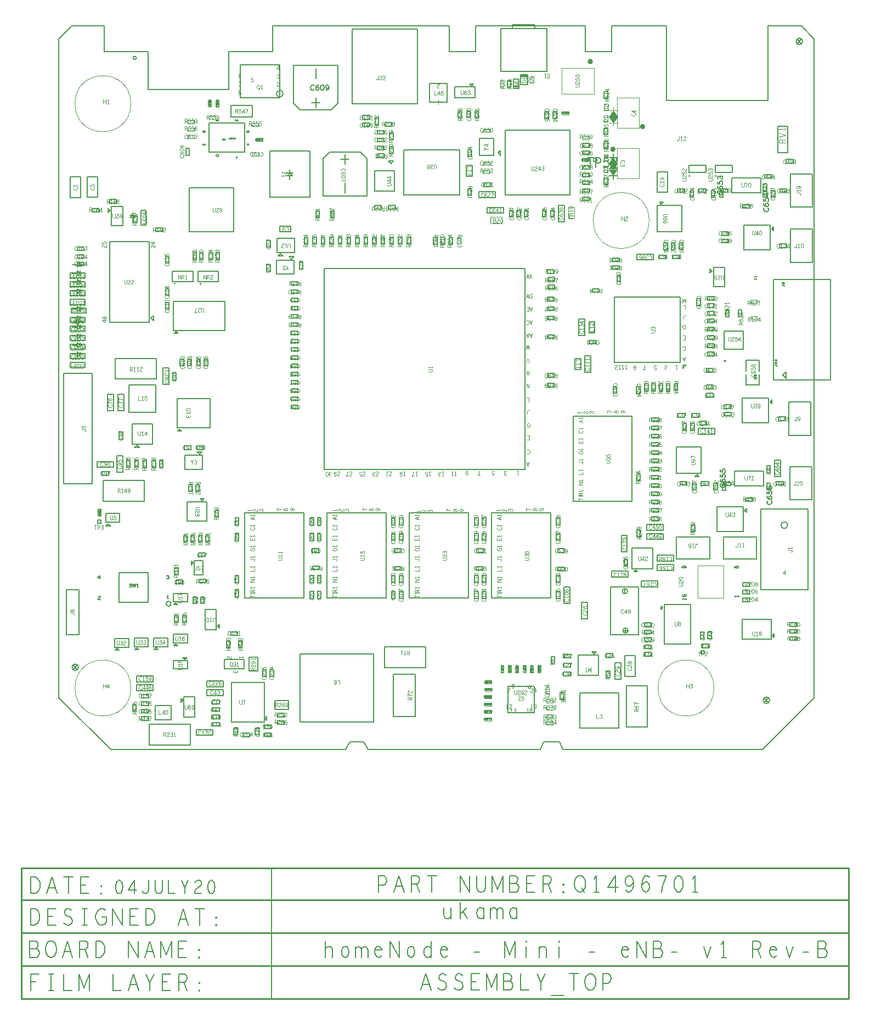
<source format=gbr>
G04 ================== begin FILE IDENTIFICATION RECORD ==================*
G04 Layout Name:  HNODE-MINI-ENB-REV-B_10May22.brd*
G04 Film Name:    HNode-MINI-eNB-v7-RevB-AST.gbr*
G04 File Format:  Gerber RS274X*
G04 File Origin:  Cadence Allegro 16.6-2015-S108*
G04 Origin Date:  Tue May 10 16:33:03 2022*
G04 *
G04 Layer:  BOARD GEOMETRY/ASSEMBLY_TOP*
G04 Layer:  BOARD GEOMETRY/OUTLINE*
G04 Layer:  DRAWING FORMAT/OUTLINE_DATA*
G04 Layer:  PACKAGE GEOMETRY/ASSEMBLY_TOP*
G04 Layer:  REF DES/ASSEMBLY_TOP*
G04 *
G04 Offset:    (0.000 0.000)*
G04 Mirror:    No*
G04 Mode:      Positive*
G04 Rotation:  0*
G04 FullContactRelief:  No*
G04 UndefLineWidth:     6.000*
G04 ================== end FILE IDENTIFICATION RECORD ====================*
%FSLAX55Y55*MOIN*%
%IR0*IPPOS*OFA0.00000B0.00000*MIA0B0*SFA1.00000B1.00000*%
%ADD10C,.002*%
%ADD11C,.004*%
%ADD12C,.005*%
%ADD13C,.00402*%
%ADD14C,.006*%
%ADD15C,.008*%
%ADD16C,.005512*%
%ADD17C,.003902*%
%ADD18C,.005902*%
%ADD19C,.00598*%
%ADD20C,.00787*%
%ADD21C,.005909*%
%ADD22C,.001969*%
%ADD23C,.007874*%
%ADD24C,.01*%
%ADD25C,.015701*%
%ADD26C,.015748*%
G75*
%LPD*%
G75*
G36*
G01X86700Y282777D02*
G03I-626J0D01*
G37*
G36*
G01X71100Y282977D02*
G03I-626J0D01*
G37*
G36*
G01X284643Y409569D02*
X280313D01*
Y408388D01*
X284643D01*
Y409569D01*
G37*
G36*
G01X336664Y358330D02*
X337164D01*
Y356330D01*
X339664D01*
Y355830D01*
X337164D01*
X339664Y352287D01*
X337164D01*
Y349787D01*
X336664D01*
Y352287D01*
X334164D01*
X336664Y355830D01*
X334164D01*
Y356330D01*
X336664D01*
Y358330D01*
G37*
G36*
G01X337215Y346223D02*
X336715D01*
Y348223D01*
X334215D01*
Y348723D01*
X336715D01*
X334215Y352267D01*
X336715D01*
Y354767D01*
X337215D01*
Y352267D01*
X339715D01*
X337215Y348723D01*
X339715D01*
Y348223D01*
X337215D01*
Y346223D01*
G37*
G36*
G01X337184Y349596D02*
X336684D01*
Y351596D01*
X334184D01*
Y352096D01*
X336684D01*
X334184Y355639D01*
X336684D01*
Y358139D01*
X337184D01*
Y355639D01*
X339684D01*
X337184Y352096D01*
X339684D01*
Y351596D01*
X337184D01*
Y349596D01*
G37*
G36*
G01X337416Y378024D02*
X336916D01*
Y380024D01*
X334416D01*
Y380524D01*
X336916D01*
X334416Y384067D01*
X336916D01*
Y386567D01*
X337416D01*
Y384067D01*
X339916D01*
X337416Y380524D01*
X339916D01*
Y380024D01*
X337416D01*
Y378024D01*
G37*
G36*
G01X336633Y361702D02*
X337133D01*
Y359702D01*
X339633D01*
Y359202D01*
X337133D01*
X339633Y355658D01*
X337133D01*
Y353158D01*
X336633D01*
Y355658D01*
X334133D01*
X336633Y359202D01*
X334133D01*
Y359702D01*
X336633D01*
Y361702D01*
G37*
G36*
G01X336864Y390130D02*
X337364D01*
Y388130D01*
X339864D01*
Y387630D01*
X337364D01*
X339864Y384087D01*
X337364D01*
Y381587D01*
X336864D01*
Y384087D01*
X334364D01*
X336864Y387630D01*
X334364D01*
Y388130D01*
X336864D01*
Y390130D01*
G37*
G54D10*
G01X269174Y319513D02*
X262374D01*
Y323313D01*
X269174D01*
Y319513D01*
G01X313274Y329413D02*
Y322613D01*
X309474D01*
Y329413D01*
X313274D01*
G01X305534Y413883D02*
Y398143D01*
X325214D01*
Y413883D01*
X305534D01*
G54D20*
G01X365874Y85013D02*
X366858Y85998D01*
G01X365874Y86982D02*
Y85013D01*
G01X366858Y85998D02*
X365874Y86982D01*
G54D11*
G01X43757Y37402D02*
G03I-16985J0D01*
G01X27072D02*
Y39902D01*
G01X28472D02*
Y37402D01*
G01Y38652D02*
X27072D01*
G01X30172Y37402D02*
Y39902D01*
X28938Y38110D01*
X30605D01*
G01X8874Y81846D02*
X9124Y82013D01*
X9291Y82213D01*
X9374Y82446D01*
X9291Y82713D01*
X9124Y82913D01*
X8874Y83113D01*
X8541Y83180D01*
X6874D01*
G01X9374Y84513D02*
X9333Y84746D01*
X9208Y85013D01*
X9000Y85180D01*
X8708Y85246D01*
X8416Y85180D01*
X8166Y84980D01*
X8041Y84680D01*
Y84346D01*
X7958Y84146D01*
X7749Y83979D01*
X7458Y83913D01*
X7166Y84013D01*
X6958Y84246D01*
X6874Y84513D01*
X6958Y84779D01*
X7166Y85013D01*
X7458Y85113D01*
X7749Y85046D01*
X7958Y84880D01*
X8041Y84680D01*
Y84346D01*
X8166Y84046D01*
X8416Y83846D01*
X8708Y83780D01*
X9000Y83846D01*
X9208Y84013D01*
X9333Y84280D01*
X9374Y84513D01*
G01X23716Y145968D02*
Y142032D01*
X25684D01*
Y145968D01*
X23716D01*
G01X22274Y136313D02*
Y133813D01*
G01X21508Y136313D02*
X23041D01*
G01X23608Y133813D02*
Y136313D01*
X24408D01*
X24674Y136188D01*
X24874Y135896D01*
X24941Y135563D01*
X24874Y135230D01*
X24708Y134979D01*
X24408Y134854D01*
X23608D01*
G01X25541Y134313D02*
X25741Y134021D01*
X26008Y133854D01*
X26308Y133813D01*
X26574Y133854D01*
X26841Y134063D01*
X27008Y134313D01*
X27041Y134563D01*
X26974Y134854D01*
X26741Y135063D01*
X26508Y135146D01*
X26208D01*
G01X26508D02*
X26708Y135271D01*
X26874Y135479D01*
X26941Y135729D01*
X26874Y135980D01*
X26708Y136188D01*
X26408Y136313D01*
X26108Y136271D01*
X25808Y136104D01*
G01X26948Y174390D02*
X26748Y174515D01*
X26514Y174599D01*
X26248D01*
X25948Y174474D01*
X25714Y174265D01*
X25548Y174015D01*
X25414Y173599D01*
X25381Y173224D01*
X25448Y172849D01*
X25548Y172599D01*
X25748Y172348D01*
X25981Y172182D01*
X26214Y172099D01*
X26448D01*
X26681Y172182D01*
X26881Y172307D01*
X27048Y172474D01*
G01X27648Y172390D02*
X27881Y172182D01*
X28148Y172099D01*
X28414Y172182D01*
X28648Y172432D01*
X28814Y172807D01*
X28881Y173182D01*
Y173640D01*
X28814Y174015D01*
X28648Y174349D01*
X28448Y174515D01*
X28214Y174599D01*
X27948Y174515D01*
X27748Y174349D01*
X27614Y174099D01*
X27548Y173765D01*
X27614Y173474D01*
X27781Y173182D01*
X27981Y173015D01*
X28214Y172974D01*
X28481Y173057D01*
X28681Y173265D01*
X28881Y173640D01*
G01X29581Y173140D02*
X29814Y173432D01*
X30014Y173599D01*
X30281Y173682D01*
X30514Y173599D01*
X30681Y173432D01*
X30814Y173182D01*
X30848Y172890D01*
X30814Y172640D01*
X30681Y172390D01*
X30481Y172182D01*
X30248Y172099D01*
X29981Y172182D01*
X29748Y172432D01*
X29614Y172807D01*
X29581Y173224D01*
X29648Y173765D01*
X29748Y174057D01*
X29914Y174349D01*
X30148Y174557D01*
X30381Y174599D01*
X30614Y174515D01*
X30781Y174307D01*
G01X26948Y168890D02*
X26748Y169015D01*
X26514Y169099D01*
X26248D01*
X25948Y168974D01*
X25714Y168765D01*
X25548Y168515D01*
X25414Y168099D01*
X25381Y167724D01*
X25448Y167349D01*
X25548Y167099D01*
X25748Y166848D01*
X25981Y166682D01*
X26214Y166599D01*
X26448D01*
X26681Y166682D01*
X26881Y166807D01*
X27048Y166974D01*
G01X27648Y166890D02*
X27881Y166682D01*
X28148Y166599D01*
X28414Y166682D01*
X28648Y166932D01*
X28814Y167307D01*
X28881Y167682D01*
Y168140D01*
X28814Y168515D01*
X28648Y168849D01*
X28448Y169015D01*
X28214Y169099D01*
X27948Y169015D01*
X27748Y168849D01*
X27614Y168599D01*
X27548Y168265D01*
X27614Y167974D01*
X27781Y167682D01*
X27981Y167515D01*
X28214Y167474D01*
X28481Y167557D01*
X28681Y167765D01*
X28881Y168140D01*
G01X30148Y166599D02*
X30214Y167140D01*
X30314Y167598D01*
X30448Y168015D01*
X30614Y168474D01*
X30881Y169099D01*
X29548D01*
G01X15837Y193214D02*
X16087Y193380D01*
X16254Y193580D01*
X16337Y193814D01*
X16254Y194080D01*
X16087Y194280D01*
X15837Y194480D01*
X15504Y194547D01*
X13837D01*
G01X15962Y195147D02*
X16171Y195347D01*
X16296Y195580D01*
X16337Y195880D01*
X16254Y196180D01*
X16087Y196414D01*
X15796Y196580D01*
X15462Y196614D01*
X15129Y196547D01*
X14921Y196380D01*
X14754Y196147D01*
X14712Y195914D01*
X14754Y195680D01*
X14921Y195380D01*
X13837Y195480D01*
Y196380D01*
G01X7708Y234013D02*
Y231513D01*
X9041D01*
G01X11041D02*
X9708D01*
Y234013D01*
X11041D01*
G01X10508Y232804D02*
X9708D01*
G01X11641Y231513D02*
Y234013D01*
X12308D01*
X12574Y233888D01*
X12774Y233721D01*
X12941Y233471D01*
X13074Y233179D01*
X13108Y232763D01*
X13074Y232346D01*
X12941Y232054D01*
X12774Y231804D01*
X12574Y231638D01*
X12308Y231513D01*
X11641D01*
G01X13741Y233596D02*
X13941Y233846D01*
X14174Y233971D01*
X14441Y234013D01*
X14774Y233930D01*
X15008Y233721D01*
X15074Y233471D01*
X15041Y233221D01*
X14908Y233013D01*
X14241Y232596D01*
X13941Y232304D01*
X13741Y231888D01*
X13674Y231513D01*
X15074D01*
G01X28759Y260735D02*
X26259D01*
X28051Y259501D01*
Y261168D01*
G01X28759Y262335D02*
X28718Y262568D01*
X28593Y262835D01*
X28384Y263001D01*
X28093Y263068D01*
X27801Y263001D01*
X27551Y262801D01*
X27426Y262501D01*
Y262168D01*
X27343Y261968D01*
X27134Y261801D01*
X26843Y261735D01*
X26551Y261835D01*
X26343Y262068D01*
X26259Y262335D01*
X26343Y262601D01*
X26551Y262835D01*
X26843Y262935D01*
X27134Y262868D01*
X27343Y262701D01*
X27426Y262501D01*
Y262168D01*
X27551Y261868D01*
X27801Y261668D01*
X28093Y261601D01*
X28384Y261668D01*
X28593Y261835D01*
X28718Y262101D01*
X28759Y262335D01*
G01X7708Y245013D02*
Y242513D01*
X9041D01*
G01X11041D02*
X9708D01*
Y245013D01*
X11041D01*
G01X10508Y243805D02*
X9708D01*
G01X11641Y242513D02*
Y245013D01*
X12308D01*
X12574Y244888D01*
X12774Y244721D01*
X12941Y244471D01*
X13074Y244179D01*
X13108Y243763D01*
X13074Y243346D01*
X12941Y243054D01*
X12774Y242804D01*
X12574Y242638D01*
X12308Y242513D01*
X11641D01*
G01X14374D02*
X14608Y242554D01*
X14874Y242679D01*
X15041Y242888D01*
X15108Y243180D01*
X15041Y243471D01*
X14841Y243721D01*
X14541Y243846D01*
X14208D01*
X14008Y243930D01*
X13841Y244138D01*
X13774Y244429D01*
X13874Y244721D01*
X14108Y244930D01*
X14374Y245013D01*
X14641Y244930D01*
X14874Y244721D01*
X14974Y244429D01*
X14908Y244138D01*
X14741Y243930D01*
X14541Y243846D01*
X14208D01*
X13908Y243721D01*
X13708Y243471D01*
X13641Y243180D01*
X13708Y242888D01*
X13874Y242679D01*
X14141Y242554D01*
X14374Y242513D01*
G01X7708Y239513D02*
Y237013D01*
X9041D01*
G01X11041D02*
X9708D01*
Y239513D01*
X11041D01*
G01X10508Y238304D02*
X9708D01*
G01X11641Y237013D02*
Y239513D01*
X12308D01*
X12574Y239388D01*
X12774Y239221D01*
X12941Y238971D01*
X13074Y238679D01*
X13108Y238263D01*
X13074Y237846D01*
X12941Y237554D01*
X12774Y237304D01*
X12574Y237138D01*
X12308Y237013D01*
X11641D01*
G01X13808Y237304D02*
X14041Y237096D01*
X14308Y237013D01*
X14574Y237096D01*
X14808Y237346D01*
X14974Y237721D01*
X15041Y238096D01*
Y238554D01*
X14974Y238929D01*
X14808Y239263D01*
X14608Y239430D01*
X14374Y239513D01*
X14108Y239430D01*
X13908Y239263D01*
X13774Y239013D01*
X13708Y238679D01*
X13774Y238388D01*
X13941Y238096D01*
X14141Y237929D01*
X14374Y237888D01*
X14641Y237971D01*
X14841Y238179D01*
X15041Y238554D01*
G01X7708Y256013D02*
Y253513D01*
X9041D01*
G01X11041D02*
X9708D01*
Y256013D01*
X11041D01*
G01X10508Y254804D02*
X9708D01*
G01X11641Y253513D02*
Y256013D01*
X12308D01*
X12574Y255888D01*
X12774Y255721D01*
X12941Y255471D01*
X13074Y255179D01*
X13108Y254763D01*
X13074Y254346D01*
X12941Y254054D01*
X12774Y253804D01*
X12574Y253638D01*
X12308Y253513D01*
X11641D01*
G01X14774D02*
Y256013D01*
X13541Y254221D01*
X15208D01*
G01X7708Y250513D02*
Y248013D01*
X9041D01*
G01X11041D02*
X9708D01*
Y250513D01*
X11041D01*
G01X10508Y249304D02*
X9708D01*
G01X11641Y248013D02*
Y250513D01*
X12308D01*
X12574Y250388D01*
X12774Y250221D01*
X12941Y249971D01*
X13074Y249679D01*
X13108Y249263D01*
X13074Y248846D01*
X12941Y248554D01*
X12774Y248304D01*
X12574Y248138D01*
X12308Y248013D01*
X11641D01*
G01X14308D02*
X14374Y248554D01*
X14474Y249013D01*
X14608Y249430D01*
X14774Y249888D01*
X15041Y250513D01*
X13708D01*
G01X7708Y261513D02*
Y259013D01*
X9041D01*
G01X11041D02*
X9708D01*
Y261513D01*
X11041D01*
G01X10508Y260305D02*
X9708D01*
G01X11641Y259013D02*
Y261513D01*
X12308D01*
X12574Y261388D01*
X12774Y261221D01*
X12941Y260971D01*
X13074Y260679D01*
X13108Y260263D01*
X13074Y259846D01*
X12941Y259554D01*
X12774Y259304D01*
X12574Y259138D01*
X12308Y259013D01*
X11641D01*
G01X13641Y259513D02*
X13841Y259221D01*
X14108Y259054D01*
X14408Y259013D01*
X14674Y259054D01*
X14941Y259263D01*
X15108Y259513D01*
X15141Y259763D01*
X15074Y260054D01*
X14841Y260263D01*
X14608Y260346D01*
X14308D01*
G01X14608D02*
X14808Y260471D01*
X14974Y260679D01*
X15041Y260929D01*
X14974Y261180D01*
X14808Y261388D01*
X14508Y261513D01*
X14208Y261471D01*
X13908Y261304D01*
G01X6708Y272313D02*
Y269813D01*
X8041D01*
G01X10041D02*
X8708D01*
Y272313D01*
X10041D01*
G01X9508Y271104D02*
X8708D01*
G01X10641Y269813D02*
Y272313D01*
X11308D01*
X11574Y272188D01*
X11774Y272021D01*
X11941Y271771D01*
X12074Y271479D01*
X12108Y271063D01*
X12074Y270646D01*
X11941Y270354D01*
X11774Y270104D01*
X11574Y269938D01*
X11308Y269813D01*
X10641D01*
G01X12741Y271896D02*
X12941Y272146D01*
X13174Y272271D01*
X13441Y272313D01*
X13774Y272230D01*
X14008Y272021D01*
X14074Y271771D01*
X14041Y271521D01*
X13908Y271313D01*
X13241Y270896D01*
X12941Y270604D01*
X12741Y270188D01*
X12674Y269813D01*
X14074D01*
G01X15374D02*
Y272313D01*
X14974Y271813D01*
G01Y269813D02*
X15774D01*
G01X6708Y277813D02*
Y275313D01*
X8041D01*
G01X10041D02*
X8708D01*
Y277813D01*
X10041D01*
G01X9508Y276604D02*
X8708D01*
G01X10641Y275313D02*
Y277813D01*
X11308D01*
X11574Y277688D01*
X11774Y277521D01*
X11941Y277271D01*
X12074Y276979D01*
X12108Y276563D01*
X12074Y276146D01*
X11941Y275854D01*
X11774Y275604D01*
X11574Y275438D01*
X11308Y275313D01*
X10641D01*
G01X12741Y277396D02*
X12941Y277646D01*
X13174Y277771D01*
X13441Y277813D01*
X13774Y277730D01*
X14008Y277521D01*
X14074Y277271D01*
X14041Y277021D01*
X13908Y276813D01*
X13241Y276396D01*
X12941Y276104D01*
X12741Y275688D01*
X12674Y275313D01*
X14074D01*
G01X14741Y277396D02*
X14941Y277646D01*
X15174Y277771D01*
X15441Y277813D01*
X15774Y277730D01*
X16008Y277521D01*
X16074Y277271D01*
X16041Y277021D01*
X15908Y276813D01*
X15241Y276396D01*
X14941Y276104D01*
X14741Y275688D01*
X14674Y275313D01*
X16074D01*
G01X6708Y283113D02*
Y280613D01*
X8041D01*
G01X10041D02*
X8708D01*
Y283113D01*
X10041D01*
G01X9508Y281904D02*
X8708D01*
G01X10641Y280613D02*
Y283113D01*
X11308D01*
X11574Y282988D01*
X11774Y282821D01*
X11941Y282571D01*
X12074Y282279D01*
X12108Y281863D01*
X12074Y281446D01*
X11941Y281154D01*
X11774Y280904D01*
X11574Y280738D01*
X11308Y280613D01*
X10641D01*
G01X12741Y282696D02*
X12941Y282946D01*
X13174Y283071D01*
X13441Y283113D01*
X13774Y283030D01*
X14008Y282821D01*
X14074Y282571D01*
X14041Y282321D01*
X13908Y282113D01*
X13241Y281696D01*
X12941Y281404D01*
X12741Y280988D01*
X12674Y280613D01*
X14074D01*
G01X15374Y283113D02*
X15108Y283030D01*
X14908Y282821D01*
X14774Y282571D01*
X14674Y282238D01*
X14641Y281863D01*
X14674Y281488D01*
X14774Y281154D01*
X14908Y280904D01*
X15108Y280696D01*
X15374Y280613D01*
X15641Y280696D01*
X15841Y280904D01*
X15974Y281154D01*
X16074Y281488D01*
X16108Y281863D01*
X16074Y282238D01*
X15974Y282571D01*
X15841Y282821D01*
X15641Y283030D01*
X15374Y283113D01*
G01X6708Y288513D02*
Y286013D01*
X8041D01*
G01X10041D02*
X8708D01*
Y288513D01*
X10041D01*
G01X9508Y287305D02*
X8708D01*
G01X10641Y286013D02*
Y288513D01*
X11308D01*
X11574Y288388D01*
X11774Y288221D01*
X11941Y287971D01*
X12074Y287679D01*
X12108Y287263D01*
X12074Y286846D01*
X11941Y286554D01*
X11774Y286304D01*
X11574Y286138D01*
X11308Y286013D01*
X10641D01*
G01X13374D02*
Y288513D01*
X12974Y288013D01*
G01Y286013D02*
X13774D01*
G01X14808Y286304D02*
X15041Y286096D01*
X15308Y286013D01*
X15574Y286096D01*
X15808Y286346D01*
X15974Y286721D01*
X16041Y287096D01*
Y287554D01*
X15974Y287929D01*
X15808Y288263D01*
X15608Y288430D01*
X15374Y288513D01*
X15108Y288430D01*
X14908Y288263D01*
X14774Y288013D01*
X14708Y287679D01*
X14774Y287388D01*
X14941Y287096D01*
X15141Y286929D01*
X15374Y286888D01*
X15641Y286971D01*
X15841Y287179D01*
X16041Y287554D01*
G01X8308Y268513D02*
Y266013D01*
X9641D01*
G01X11641D02*
X10308D01*
Y268513D01*
X11641D01*
G01X11108Y267304D02*
X10308D01*
G01X12241Y266013D02*
Y268513D01*
X12908D01*
X13174Y268388D01*
X13374Y268221D01*
X13541Y267971D01*
X13674Y267679D01*
X13708Y267263D01*
X13674Y266846D01*
X13541Y266554D01*
X13374Y266304D01*
X13174Y266138D01*
X12908Y266013D01*
X12241D01*
G01X14241Y266388D02*
X14441Y266179D01*
X14674Y266054D01*
X14974Y266013D01*
X15274Y266096D01*
X15508Y266263D01*
X15674Y266554D01*
X15708Y266888D01*
X15641Y267221D01*
X15474Y267430D01*
X15241Y267596D01*
X15008Y267638D01*
X14774Y267596D01*
X14474Y267430D01*
X14574Y268513D01*
X15474D01*
G01X11008Y296104D02*
X10808Y296230D01*
X10574Y296313D01*
X10308D01*
X10008Y296188D01*
X9774Y295980D01*
X9608Y295729D01*
X9474Y295313D01*
X9441Y294938D01*
X9508Y294563D01*
X9608Y294313D01*
X9808Y294063D01*
X10041Y293896D01*
X10274Y293813D01*
X10508D01*
X10741Y293896D01*
X10941Y294021D01*
X11108Y294188D01*
G01X11641Y295896D02*
X11841Y296146D01*
X12074Y296271D01*
X12341Y296313D01*
X12674Y296230D01*
X12908Y296021D01*
X12974Y295771D01*
X12941Y295521D01*
X12808Y295313D01*
X12141Y294896D01*
X11841Y294604D01*
X11641Y294188D01*
X11574Y293813D01*
X12974D01*
G01X13708Y294104D02*
X13941Y293896D01*
X14208Y293813D01*
X14474Y293896D01*
X14708Y294146D01*
X14874Y294521D01*
X14941Y294896D01*
Y295354D01*
X14874Y295729D01*
X14708Y296063D01*
X14508Y296230D01*
X14274Y296313D01*
X14008Y296230D01*
X13808Y296063D01*
X13674Y295813D01*
X13608Y295479D01*
X13674Y295188D01*
X13841Y294896D01*
X14041Y294729D01*
X14274Y294688D01*
X14541Y294771D01*
X14741Y294979D01*
X14941Y295354D01*
G01X16674Y293813D02*
Y296313D01*
X15441Y294521D01*
X17108D01*
G01X26676Y304978D02*
X26426Y305178D01*
X26301Y305411D01*
X26259Y305678D01*
X26343Y306011D01*
X26551Y306244D01*
X26801Y306311D01*
X27051Y306278D01*
X27259Y306144D01*
X27676Y305478D01*
X27968Y305178D01*
X28384Y304978D01*
X28759Y304911D01*
Y306311D01*
G01X28384Y306878D02*
X28593Y307078D01*
X28718Y307311D01*
X28759Y307611D01*
X28676Y307911D01*
X28509Y308144D01*
X28218Y308311D01*
X27884Y308344D01*
X27551Y308278D01*
X27343Y308111D01*
X27176Y307878D01*
X27134Y307644D01*
X27176Y307411D01*
X27343Y307111D01*
X26259Y307211D01*
Y308111D01*
G01X11008Y305404D02*
X10808Y305530D01*
X10574Y305613D01*
X10308D01*
X10008Y305488D01*
X9774Y305280D01*
X9608Y305029D01*
X9474Y304613D01*
X9441Y304238D01*
X9508Y303863D01*
X9608Y303613D01*
X9808Y303363D01*
X10041Y303196D01*
X10274Y303113D01*
X10508D01*
X10741Y303196D01*
X10941Y303321D01*
X11108Y303488D01*
G01X12274Y303113D02*
Y305613D01*
X11874Y305113D01*
G01Y303113D02*
X12674D01*
G01X14274Y305613D02*
X14008Y305530D01*
X13808Y305321D01*
X13674Y305071D01*
X13574Y304738D01*
X13541Y304363D01*
X13574Y303988D01*
X13674Y303654D01*
X13808Y303404D01*
X14008Y303196D01*
X14274Y303113D01*
X14541Y303196D01*
X14741Y303404D01*
X14874Y303654D01*
X14974Y303988D01*
X15008Y304363D01*
X14974Y304738D01*
X14874Y305071D01*
X14741Y305321D01*
X14541Y305530D01*
X14274Y305613D01*
G01X15541Y303613D02*
X15741Y303321D01*
X16008Y303154D01*
X16308Y303113D01*
X16574Y303154D01*
X16841Y303363D01*
X17008Y303613D01*
X17041Y303863D01*
X16974Y304154D01*
X16741Y304363D01*
X16508Y304446D01*
X16208D01*
G01X16508D02*
X16708Y304571D01*
X16874Y304779D01*
X16941Y305029D01*
X16874Y305280D01*
X16708Y305488D01*
X16408Y305613D01*
X16108Y305571D01*
X15808Y305404D01*
G01X11008Y300304D02*
X10808Y300430D01*
X10574Y300513D01*
X10308D01*
X10008Y300388D01*
X9774Y300180D01*
X9608Y299929D01*
X9474Y299513D01*
X9441Y299138D01*
X9508Y298763D01*
X9608Y298513D01*
X9808Y298263D01*
X10041Y298096D01*
X10274Y298013D01*
X10508D01*
X10741Y298096D01*
X10941Y298221D01*
X11108Y298388D01*
G01X12274Y298013D02*
Y300513D01*
X11874Y300013D01*
G01Y298013D02*
X12674D01*
G01X14274Y300513D02*
X14008Y300430D01*
X13808Y300221D01*
X13674Y299971D01*
X13574Y299638D01*
X13541Y299263D01*
X13574Y298888D01*
X13674Y298554D01*
X13808Y298304D01*
X14008Y298096D01*
X14274Y298013D01*
X14541Y298096D01*
X14741Y298304D01*
X14874Y298554D01*
X14974Y298888D01*
X15008Y299263D01*
X14974Y299638D01*
X14874Y299971D01*
X14741Y300221D01*
X14541Y300430D01*
X14274Y300513D01*
G01X16674Y298013D02*
Y300513D01*
X15441Y298721D01*
X17108D01*
G01X19183Y341346D02*
X19058Y341146D01*
X18974Y340913D01*
Y340646D01*
X19099Y340346D01*
X19308Y340113D01*
X19558Y339946D01*
X19974Y339813D01*
X20349Y339779D01*
X20724Y339846D01*
X20974Y339946D01*
X21224Y340146D01*
X21391Y340380D01*
X21474Y340613D01*
Y340846D01*
X21391Y341080D01*
X21266Y341280D01*
X21100Y341446D01*
G01Y341880D02*
X21308Y342079D01*
X21433Y342313D01*
X21474Y342613D01*
X21391Y342913D01*
X21224Y343146D01*
X20933Y343313D01*
X20599Y343346D01*
X20266Y343280D01*
X20058Y343113D01*
X19891Y342879D01*
X19849Y342646D01*
X19891Y342413D01*
X20058Y342113D01*
X18974Y342213D01*
Y343113D01*
G01X8883Y341246D02*
X8758Y341046D01*
X8674Y340813D01*
Y340546D01*
X8799Y340246D01*
X9008Y340013D01*
X9258Y339846D01*
X9674Y339713D01*
X10049Y339679D01*
X10424Y339746D01*
X10674Y339846D01*
X10924Y340046D01*
X11091Y340280D01*
X11174Y340513D01*
Y340746D01*
X11091Y340980D01*
X10966Y341180D01*
X10800Y341346D01*
G01X11174Y342513D02*
X8674D01*
X9174Y342113D01*
G01X11174D02*
Y342913D01*
G01X18708Y326513D02*
Y329013D01*
X19541D01*
X19808Y328888D01*
X19974Y328721D01*
X20041Y328388D01*
X19974Y328054D01*
X19774Y327846D01*
X19541Y327721D01*
X18708D01*
G01X19541D02*
X20041Y326513D01*
G01X21374D02*
Y329013D01*
X20974Y328513D01*
G01Y326513D02*
X21774D01*
G01X22741Y327554D02*
X22974Y327846D01*
X23174Y328013D01*
X23441Y328096D01*
X23674Y328013D01*
X23841Y327846D01*
X23974Y327596D01*
X24008Y327304D01*
X23974Y327054D01*
X23841Y326804D01*
X23641Y326596D01*
X23408Y326513D01*
X23141Y326596D01*
X22908Y326846D01*
X22774Y327221D01*
X22741Y327638D01*
X22808Y328179D01*
X22908Y328471D01*
X23074Y328763D01*
X23308Y328971D01*
X23541Y329013D01*
X23774Y328930D01*
X23941Y328721D01*
G01X25774Y326513D02*
Y329013D01*
X24541Y327221D01*
X26208D01*
G01X43757Y392126D02*
G03I-16985J0D01*
G01X27072D02*
Y394626D01*
G01X28472D02*
Y392126D01*
G01Y393376D02*
X27072D01*
G01X29772Y392126D02*
Y394626D01*
X29372Y394126D01*
G01Y392126D02*
X30172D01*
G01X48708Y17513D02*
Y20013D01*
X49541D01*
X49808Y19888D01*
X49974Y19721D01*
X50041Y19388D01*
X49974Y19054D01*
X49774Y18846D01*
X49541Y18721D01*
X48708D01*
G01X49541D02*
X50041Y17513D01*
G01X51774D02*
Y20013D01*
X50541Y18221D01*
X52208D01*
G01X53308Y17513D02*
X53374Y18054D01*
X53474Y18513D01*
X53608Y18930D01*
X53774Y19388D01*
X54041Y20013D01*
X52708D01*
G01X55308Y17513D02*
X55374Y18054D01*
X55474Y18513D01*
X55608Y18930D01*
X55774Y19388D01*
X56041Y20013D01*
X54708D01*
G01X50108Y33804D02*
X49908Y33930D01*
X49674Y34013D01*
X49408D01*
X49108Y33888D01*
X48874Y33680D01*
X48708Y33429D01*
X48574Y33013D01*
X48541Y32638D01*
X48608Y32263D01*
X48708Y32013D01*
X48908Y31763D01*
X49141Y31596D01*
X49374Y31513D01*
X49608D01*
X49841Y31596D01*
X50041Y31721D01*
X50208Y31888D01*
G01X51374Y31513D02*
Y34013D01*
X50974Y33513D01*
G01Y31513D02*
X51774D01*
G01X52641Y31888D02*
X52841Y31679D01*
X53074Y31555D01*
X53374Y31513D01*
X53674Y31596D01*
X53908Y31763D01*
X54074Y32054D01*
X54108Y32388D01*
X54041Y32721D01*
X53874Y32930D01*
X53641Y33096D01*
X53408Y33138D01*
X53174Y33096D01*
X52874Y32930D01*
X52974Y34013D01*
X53874D01*
G01X55308Y31513D02*
X55374Y32054D01*
X55474Y32513D01*
X55608Y32930D01*
X55774Y33388D01*
X56041Y34013D01*
X54708D01*
G01X50108Y29304D02*
X49908Y29430D01*
X49674Y29513D01*
X49408D01*
X49108Y29388D01*
X48874Y29180D01*
X48708Y28929D01*
X48574Y28513D01*
X48541Y28138D01*
X48608Y27763D01*
X48708Y27513D01*
X48908Y27263D01*
X49141Y27096D01*
X49374Y27013D01*
X49608D01*
X49841Y27096D01*
X50041Y27221D01*
X50208Y27388D01*
G01X51374Y27013D02*
Y29513D01*
X50974Y29013D01*
G01Y27013D02*
X51774D01*
G01X52641Y27388D02*
X52841Y27179D01*
X53074Y27055D01*
X53374Y27013D01*
X53674Y27096D01*
X53908Y27263D01*
X54074Y27554D01*
X54108Y27888D01*
X54041Y28221D01*
X53874Y28430D01*
X53641Y28596D01*
X53408Y28638D01*
X53174Y28596D01*
X52874Y28430D01*
X52974Y29513D01*
X53874D01*
G01X55374Y27013D02*
X55608Y27055D01*
X55874Y27179D01*
X56041Y27388D01*
X56108Y27680D01*
X56041Y27971D01*
X55841Y28221D01*
X55541Y28346D01*
X55208D01*
X55008Y28430D01*
X54841Y28638D01*
X54774Y28929D01*
X54874Y29221D01*
X55108Y29430D01*
X55374Y29513D01*
X55641Y29430D01*
X55874Y29221D01*
X55974Y28929D01*
X55908Y28638D01*
X55741Y28430D01*
X55541Y28346D01*
X55208D01*
X54908Y28221D01*
X54708Y27971D01*
X54641Y27680D01*
X54708Y27388D01*
X54874Y27179D01*
X55141Y27055D01*
X55374Y27013D01*
G01X47374Y21846D02*
X44874D01*
Y22680D01*
X44999Y22946D01*
X45166Y23113D01*
X45499Y23180D01*
X45833Y23113D01*
X46041Y22913D01*
X46166Y22680D01*
Y21846D01*
G01Y22680D02*
X47374Y23180D01*
G01Y24913D02*
X44874D01*
X46666Y23679D01*
Y25346D01*
G01X47374Y26446D02*
X46833Y26513D01*
X46374Y26613D01*
X45958Y26746D01*
X45499Y26913D01*
X44874Y27180D01*
Y25846D01*
G01X46333Y27879D02*
X46041Y28113D01*
X45874Y28313D01*
X45791Y28580D01*
X45874Y28813D01*
X46041Y28980D01*
X46291Y29113D01*
X46583Y29146D01*
X46833Y29113D01*
X47083Y28980D01*
X47291Y28779D01*
X47374Y28546D01*
X47291Y28280D01*
X47041Y28046D01*
X46666Y27913D01*
X46249Y27879D01*
X45708Y27946D01*
X45416Y28046D01*
X45124Y28213D01*
X44916Y28446D01*
X44874Y28680D01*
X44958Y28913D01*
X45166Y29080D01*
G01X50108Y24304D02*
X49908Y24430D01*
X49674Y24513D01*
X49408D01*
X49108Y24388D01*
X48874Y24180D01*
X48708Y23929D01*
X48574Y23513D01*
X48541Y23138D01*
X48608Y22763D01*
X48708Y22513D01*
X48908Y22263D01*
X49141Y22096D01*
X49374Y22013D01*
X49608D01*
X49841Y22096D01*
X50041Y22221D01*
X50208Y22388D01*
G01X51774Y22013D02*
Y24513D01*
X50541Y22721D01*
X52208D01*
G01X52641Y22388D02*
X52841Y22179D01*
X53074Y22054D01*
X53374Y22013D01*
X53674Y22096D01*
X53908Y22263D01*
X54074Y22554D01*
X54108Y22888D01*
X54041Y23221D01*
X53874Y23430D01*
X53641Y23596D01*
X53408Y23638D01*
X53174Y23596D01*
X52874Y23430D01*
X52974Y24513D01*
X53874D01*
G01X54641Y22388D02*
X54841Y22179D01*
X55074Y22054D01*
X55374Y22013D01*
X55674Y22096D01*
X55908Y22263D01*
X56074Y22554D01*
X56108Y22888D01*
X56041Y23221D01*
X55874Y23430D01*
X55641Y23596D01*
X55408Y23638D01*
X55174Y23596D01*
X54874Y23430D01*
X54974Y24513D01*
X55874D01*
G01X50108Y38804D02*
X49908Y38930D01*
X49674Y39013D01*
X49408D01*
X49108Y38888D01*
X48874Y38680D01*
X48708Y38430D01*
X48574Y38013D01*
X48541Y37638D01*
X48608Y37263D01*
X48708Y37013D01*
X48908Y36763D01*
X49141Y36596D01*
X49374Y36513D01*
X49608D01*
X49841Y36596D01*
X50041Y36721D01*
X50208Y36888D01*
G01X51774Y36513D02*
Y39013D01*
X50541Y37221D01*
X52208D01*
G01X53774Y36513D02*
Y39013D01*
X52541Y37221D01*
X54208D01*
G01X54741Y37554D02*
X54974Y37846D01*
X55174Y38013D01*
X55441Y38096D01*
X55674Y38013D01*
X55841Y37846D01*
X55974Y37596D01*
X56008Y37305D01*
X55974Y37054D01*
X55841Y36804D01*
X55641Y36596D01*
X55408Y36513D01*
X55141Y36596D01*
X54908Y36846D01*
X54774Y37221D01*
X54741Y37638D01*
X54808Y38180D01*
X54908Y38471D01*
X55074Y38763D01*
X55308Y38971D01*
X55541Y39013D01*
X55774Y38930D01*
X55941Y38721D01*
G01X50108Y44304D02*
X49908Y44430D01*
X49674Y44513D01*
X49408D01*
X49108Y44388D01*
X48874Y44180D01*
X48708Y43929D01*
X48574Y43513D01*
X48541Y43138D01*
X48608Y42763D01*
X48708Y42513D01*
X48908Y42263D01*
X49141Y42096D01*
X49374Y42013D01*
X49608D01*
X49841Y42096D01*
X50041Y42221D01*
X50208Y42388D01*
G01X51374Y42013D02*
Y44513D01*
X50974Y44013D01*
G01Y42013D02*
X51774D01*
G01X52641Y42388D02*
X52841Y42179D01*
X53074Y42054D01*
X53374Y42013D01*
X53674Y42096D01*
X53908Y42263D01*
X54074Y42554D01*
X54108Y42888D01*
X54041Y43221D01*
X53874Y43430D01*
X53641Y43596D01*
X53408Y43638D01*
X53174Y43596D01*
X52874Y43430D01*
X52974Y44513D01*
X53874D01*
G01X54808Y42304D02*
X55041Y42096D01*
X55308Y42013D01*
X55574Y42096D01*
X55808Y42346D01*
X55974Y42721D01*
X56041Y43096D01*
Y43554D01*
X55974Y43929D01*
X55808Y44263D01*
X55608Y44430D01*
X55374Y44513D01*
X55108Y44430D01*
X54908Y44263D01*
X54774Y44013D01*
X54708Y43679D01*
X54774Y43388D01*
X54941Y43096D01*
X55141Y42929D01*
X55374Y42888D01*
X55641Y42971D01*
X55841Y43179D01*
X56041Y43554D01*
G01X47108Y66272D02*
Y64480D01*
X47241Y64105D01*
X47508Y63855D01*
X47841Y63772D01*
X48175Y63855D01*
X48441Y64105D01*
X48575Y64480D01*
Y66272D01*
G01X49108Y64272D02*
X49308Y63980D01*
X49575Y63814D01*
X49875Y63772D01*
X50141Y63814D01*
X50408Y64022D01*
X50575Y64272D01*
X50608Y64522D01*
X50541Y64814D01*
X50308Y65022D01*
X50075Y65105D01*
X49775D01*
G01X50075D02*
X50275Y65230D01*
X50441Y65439D01*
X50508Y65689D01*
X50441Y65939D01*
X50275Y66147D01*
X49975Y66272D01*
X49675Y66230D01*
X49375Y66064D01*
G01X51108Y64272D02*
X51308Y63980D01*
X51575Y63814D01*
X51875Y63772D01*
X52141Y63814D01*
X52408Y64022D01*
X52575Y64272D01*
X52608Y64522D01*
X52541Y64814D01*
X52308Y65022D01*
X52075Y65105D01*
X51775D01*
G01X52075D02*
X52275Y65230D01*
X52441Y65439D01*
X52508Y65689D01*
X52441Y65939D01*
X52275Y66147D01*
X51975Y66272D01*
X51675Y66230D01*
X51375Y66064D01*
G01X35249Y66072D02*
Y64280D01*
X35382Y63905D01*
X35649Y63655D01*
X35982Y63572D01*
X36316Y63655D01*
X36582Y63905D01*
X36716Y64280D01*
Y66072D01*
G01X37249Y64072D02*
X37449Y63780D01*
X37716Y63614D01*
X38016Y63572D01*
X38282Y63614D01*
X38549Y63822D01*
X38716Y64072D01*
X38749Y64322D01*
X38682Y64614D01*
X38449Y64822D01*
X38216Y64905D01*
X37916D01*
G01X38216D02*
X38416Y65030D01*
X38582Y65239D01*
X38649Y65489D01*
X38582Y65739D01*
X38416Y65947D01*
X38116Y66072D01*
X37816Y66030D01*
X37516Y65864D01*
G01X39349Y65655D02*
X39549Y65905D01*
X39782Y66030D01*
X40049Y66072D01*
X40382Y65989D01*
X40616Y65780D01*
X40682Y65530D01*
X40649Y65280D01*
X40516Y65072D01*
X39849Y64655D01*
X39549Y64364D01*
X39349Y63947D01*
X39282Y63572D01*
X40682D01*
G01X31191Y142063D02*
Y140271D01*
X31324Y139896D01*
X31591Y139646D01*
X31924Y139563D01*
X32258Y139646D01*
X32524Y139896D01*
X32658Y140271D01*
Y142063D01*
G01X33191Y139938D02*
X33391Y139729D01*
X33624Y139605D01*
X33924Y139563D01*
X34224Y139646D01*
X34458Y139813D01*
X34624Y140104D01*
X34658Y140438D01*
X34591Y140771D01*
X34424Y140980D01*
X34191Y141146D01*
X33958Y141188D01*
X33724Y141146D01*
X33424Y140980D01*
X33524Y142063D01*
X34424D01*
G01X35811Y156043D02*
Y158543D01*
X36644D01*
X36911Y158418D01*
X37078Y158251D01*
X37144Y157918D01*
X37078Y157584D01*
X36878Y157376D01*
X36644Y157251D01*
X35811D01*
G01X36644D02*
X37144Y156043D01*
G01X38478D02*
Y158543D01*
X38078Y158043D01*
G01Y156043D02*
X38877D01*
G01X40878D02*
Y158543D01*
X39644Y156751D01*
X41311D01*
G01X41911Y156334D02*
X42144Y156126D01*
X42411Y156043D01*
X42677Y156126D01*
X42911Y156376D01*
X43077Y156751D01*
X43144Y157126D01*
Y157584D01*
X43077Y157959D01*
X42911Y158293D01*
X42711Y158459D01*
X42478Y158543D01*
X42211Y158459D01*
X42011Y158293D01*
X41878Y158043D01*
X41811Y157709D01*
X41878Y157418D01*
X42044Y157126D01*
X42244Y156959D01*
X42478Y156918D01*
X42744Y157001D01*
X42944Y157209D01*
X43144Y157584D01*
G01X35731Y172022D02*
X35606Y171822D01*
X35522Y171589D01*
Y171322D01*
X35648Y171022D01*
X35856Y170789D01*
X36106Y170622D01*
X36522Y170489D01*
X36898Y170455D01*
X37272Y170522D01*
X37522Y170622D01*
X37773Y170822D01*
X37939Y171055D01*
X38022Y171289D01*
Y171522D01*
X37939Y171755D01*
X37814Y171955D01*
X37648Y172122D01*
G01X37731Y172722D02*
X37939Y172955D01*
X38022Y173222D01*
X37939Y173489D01*
X37689Y173722D01*
X37314Y173889D01*
X36939Y173955D01*
X36481D01*
X36106Y173889D01*
X35772Y173722D01*
X35606Y173522D01*
X35522Y173289D01*
X35606Y173022D01*
X35772Y172822D01*
X36022Y172689D01*
X36356Y172622D01*
X36648Y172689D01*
X36939Y172855D01*
X37106Y173055D01*
X37148Y173289D01*
X37064Y173555D01*
X36856Y173755D01*
X36481Y173955D01*
G01X37648Y174555D02*
X37856Y174755D01*
X37981Y174989D01*
X38022Y175289D01*
X37939Y175589D01*
X37773Y175822D01*
X37481Y175989D01*
X37148Y176022D01*
X36814Y175955D01*
X36606Y175789D01*
X36439Y175555D01*
X36398Y175322D01*
X36439Y175089D01*
X36606Y174789D01*
X35522Y174889D01*
Y175789D01*
G01X43231Y170094D02*
X40731D01*
Y170927D01*
X40856Y171194D01*
X41022Y171360D01*
X41356Y171427D01*
X41689Y171360D01*
X41897Y171160D01*
X42022Y170927D01*
Y170094D01*
G01Y170927D02*
X43231Y171427D01*
G01Y172760D02*
X40731D01*
X41231Y172360D01*
G01X43231D02*
Y173160D01*
G01X42731Y174027D02*
X43022Y174227D01*
X43189Y174494D01*
X43231Y174794D01*
X43189Y175060D01*
X42981Y175327D01*
X42731Y175494D01*
X42481Y175527D01*
X42189Y175460D01*
X41981Y175227D01*
X41897Y174994D01*
Y174694D01*
G01Y174994D02*
X41772Y175194D01*
X41564Y175360D01*
X41314Y175427D01*
X41064Y175360D01*
X40856Y175194D01*
X40731Y174894D01*
X40772Y174594D01*
X40939Y174294D01*
G01X42189Y176127D02*
X41897Y176360D01*
X41731Y176560D01*
X41647Y176827D01*
X41731Y177060D01*
X41897Y177227D01*
X42147Y177360D01*
X42439Y177394D01*
X42689Y177360D01*
X42939Y177227D01*
X43147Y177027D01*
X43231Y176794D01*
X43147Y176527D01*
X42897Y176294D01*
X42522Y176160D01*
X42106Y176127D01*
X41564Y176194D01*
X41272Y176294D01*
X40981Y176460D01*
X40772Y176694D01*
X40731Y176927D01*
X40814Y177160D01*
X41022Y177327D01*
G01X48183Y170104D02*
X45683D01*
Y170937D01*
X45808Y171204D01*
X45974Y171371D01*
X46308Y171437D01*
X46641Y171371D01*
X46849Y171171D01*
X46974Y170937D01*
Y170104D01*
G01Y170937D02*
X48183Y171437D01*
G01Y172771D02*
X45683D01*
X46183Y172371D01*
G01X48183D02*
Y173170D01*
G01X47683Y174037D02*
X47974Y174237D01*
X48141Y174504D01*
X48183Y174804D01*
X48141Y175071D01*
X47933Y175337D01*
X47683Y175504D01*
X47433Y175537D01*
X47141Y175471D01*
X46933Y175237D01*
X46849Y175004D01*
Y174704D01*
G01Y175004D02*
X46724Y175204D01*
X46516Y175371D01*
X46266Y175437D01*
X46016Y175371D01*
X45808Y175204D01*
X45683Y174904D01*
X45724Y174604D01*
X45891Y174304D01*
G01X47808Y176037D02*
X48016Y176237D01*
X48141Y176471D01*
X48183Y176771D01*
X48099Y177071D01*
X47933Y177304D01*
X47641Y177471D01*
X47308Y177504D01*
X46974Y177437D01*
X46766Y177271D01*
X46599Y177037D01*
X46558Y176804D01*
X46599Y176571D01*
X46766Y176271D01*
X45683Y176371D01*
Y177271D01*
G01X58814Y169869D02*
X56314D01*
Y170702D01*
X56440Y170969D01*
X56606Y171136D01*
X56940Y171202D01*
X57273Y171136D01*
X57481Y170936D01*
X57606Y170702D01*
Y169869D01*
G01Y170702D02*
X58814Y171202D01*
G01Y172536D02*
X56314D01*
X56814Y172136D01*
G01X58814D02*
Y172936D01*
G01X58314Y173802D02*
X58606Y174002D01*
X58773Y174269D01*
X58814Y174569D01*
X58773Y174836D01*
X58565Y175102D01*
X58314Y175269D01*
X58064Y175302D01*
X57773Y175236D01*
X57564Y175002D01*
X57481Y174769D01*
Y174469D01*
G01Y174769D02*
X57356Y174969D01*
X57148Y175136D01*
X56898Y175202D01*
X56648Y175136D01*
X56440Y174969D01*
X56314Y174669D01*
X56356Y174369D01*
X56523Y174069D01*
G01X58814Y176536D02*
X58773Y176769D01*
X58648Y177036D01*
X58440Y177202D01*
X58148Y177269D01*
X57856Y177202D01*
X57606Y177002D01*
X57481Y176702D01*
Y176369D01*
X57398Y176169D01*
X57190Y176002D01*
X56898Y175936D01*
X56606Y176036D01*
X56398Y176269D01*
X56314Y176536D01*
X56398Y176802D01*
X56606Y177036D01*
X56898Y177136D01*
X57190Y177069D01*
X57398Y176902D01*
X57481Y176702D01*
Y176369D01*
X57606Y176069D01*
X57856Y175869D01*
X58148Y175802D01*
X58440Y175869D01*
X58648Y176036D01*
X58773Y176302D01*
X58814Y176536D01*
G01X53214Y169869D02*
X50714D01*
Y170702D01*
X50840Y170969D01*
X51006Y171136D01*
X51340Y171202D01*
X51673Y171136D01*
X51881Y170936D01*
X52006Y170702D01*
Y169869D01*
G01Y170702D02*
X53214Y171202D01*
G01Y172536D02*
X50714D01*
X51214Y172136D01*
G01X53214D02*
Y172936D01*
G01X52714Y173802D02*
X53006Y174002D01*
X53173Y174269D01*
X53214Y174569D01*
X53173Y174836D01*
X52965Y175102D01*
X52714Y175269D01*
X52464Y175302D01*
X52173Y175236D01*
X51964Y175002D01*
X51881Y174769D01*
Y174469D01*
G01Y174769D02*
X51756Y174969D01*
X51548Y175136D01*
X51298Y175202D01*
X51048Y175136D01*
X50840Y174969D01*
X50714Y174669D01*
X50756Y174369D01*
X50923Y174069D01*
G01X53214Y176469D02*
X52673Y176536D01*
X52215Y176636D01*
X51798Y176769D01*
X51340Y176936D01*
X50714Y177202D01*
Y175869D01*
G01X48081Y193136D02*
Y191344D01*
X48214Y190969D01*
X48481Y190719D01*
X48814Y190636D01*
X49148Y190719D01*
X49414Y190969D01*
X49548Y191344D01*
Y193136D01*
G01X50814Y190636D02*
Y193136D01*
X50414Y192636D01*
G01Y190636D02*
X51214D01*
G01X53214D02*
Y193136D01*
X51981Y191344D01*
X53648D01*
G01X36523Y189369D02*
X36398Y189169D01*
X36314Y188936D01*
Y188669D01*
X36440Y188369D01*
X36648Y188136D01*
X36898Y187969D01*
X37314Y187836D01*
X37690Y187802D01*
X38064Y187869D01*
X38314Y187969D01*
X38565Y188169D01*
X38731Y188402D01*
X38814Y188636D01*
Y188869D01*
X38731Y189102D01*
X38606Y189302D01*
X38440Y189469D01*
G01X38523Y190069D02*
X38731Y190302D01*
X38814Y190569D01*
X38731Y190836D01*
X38481Y191069D01*
X38106Y191236D01*
X37731Y191302D01*
X37273D01*
X36898Y191236D01*
X36564Y191069D01*
X36398Y190869D01*
X36314Y190636D01*
X36398Y190369D01*
X36564Y190169D01*
X36814Y190036D01*
X37148Y189969D01*
X37440Y190036D01*
X37731Y190202D01*
X37898Y190402D01*
X37940Y190636D01*
X37856Y190902D01*
X37648Y191102D01*
X37273Y191302D01*
G01X36731Y192002D02*
X36481Y192202D01*
X36356Y192436D01*
X36314Y192702D01*
X36398Y193036D01*
X36606Y193269D01*
X36856Y193336D01*
X37106Y193302D01*
X37314Y193169D01*
X37731Y192502D01*
X38023Y192202D01*
X38440Y192002D01*
X38814Y191936D01*
Y193336D01*
G01X48148Y214636D02*
Y212136D01*
X49481D01*
G01X50814D02*
Y214636D01*
X50414Y214136D01*
G01Y212136D02*
X51214D01*
G01X52814Y214636D02*
X52548Y214552D01*
X52348Y214344D01*
X52214Y214094D01*
X52114Y213761D01*
X52081Y213386D01*
X52114Y213011D01*
X52214Y212677D01*
X52348Y212427D01*
X52548Y212219D01*
X52814Y212136D01*
X53081Y212219D01*
X53281Y212427D01*
X53414Y212677D01*
X53514Y213011D01*
X53548Y213386D01*
X53514Y213761D01*
X53414Y214094D01*
X53281Y214344D01*
X53081Y214552D01*
X52814Y214636D01*
G01X43176Y229839D02*
Y232339D01*
X44009D01*
X44276Y232214D01*
X44443Y232047D01*
X44509Y231714D01*
X44443Y231380D01*
X44243Y231172D01*
X44009Y231047D01*
X43176D01*
G01X44009D02*
X44509Y229839D01*
G01X45843D02*
Y232339D01*
X45443Y231839D01*
G01Y229839D02*
X46243D01*
G01X47843D02*
Y232339D01*
X47443Y231839D01*
G01Y229839D02*
X48243D01*
G01X49209Y231922D02*
X49409Y232172D01*
X49643Y232297D01*
X49909Y232339D01*
X50243Y232255D01*
X50476Y232047D01*
X50543Y231797D01*
X50509Y231547D01*
X50376Y231339D01*
X49709Y230922D01*
X49409Y230630D01*
X49209Y230214D01*
X49143Y229839D01*
X50543D01*
G01X36523Y209369D02*
X36398Y209169D01*
X36314Y208936D01*
Y208669D01*
X36440Y208369D01*
X36648Y208136D01*
X36898Y207969D01*
X37314Y207836D01*
X37690Y207802D01*
X38064Y207869D01*
X38314Y207969D01*
X38565Y208169D01*
X38731Y208402D01*
X38814Y208636D01*
Y208869D01*
X38731Y209102D01*
X38606Y209302D01*
X38440Y209469D01*
G01X38814Y210569D02*
X38273Y210636D01*
X37815Y210736D01*
X37398Y210869D01*
X36940Y211036D01*
X36314Y211302D01*
Y209969D01*
G01X38814Y212569D02*
X38273Y212636D01*
X37815Y212736D01*
X37398Y212869D01*
X36940Y213036D01*
X36314Y213302D01*
Y211969D01*
G01X30023Y209369D02*
X29898Y209169D01*
X29814Y208936D01*
Y208669D01*
X29939Y208369D01*
X30148Y208136D01*
X30398Y207969D01*
X30814Y207836D01*
X31189Y207802D01*
X31564Y207869D01*
X31814Y207969D01*
X32065Y208169D01*
X32231Y208402D01*
X32314Y208636D01*
Y208869D01*
X32231Y209102D01*
X32106Y209302D01*
X31940Y209469D01*
G01X32314Y210569D02*
X31773Y210636D01*
X31315Y210736D01*
X30898Y210869D01*
X30439Y211036D01*
X29814Y211302D01*
Y209969D01*
G01X31273Y212002D02*
X30981Y212236D01*
X30814Y212436D01*
X30731Y212702D01*
X30814Y212936D01*
X30981Y213102D01*
X31231Y213236D01*
X31523Y213269D01*
X31773Y213236D01*
X32023Y213102D01*
X32231Y212902D01*
X32314Y212669D01*
X32231Y212402D01*
X31981Y212169D01*
X31606Y212036D01*
X31189Y212002D01*
X30648Y212069D01*
X30356Y212169D01*
X30064Y212336D01*
X29856Y212569D01*
X29814Y212802D01*
X29898Y213036D01*
X30106Y213202D01*
G01X39840Y285223D02*
Y283431D01*
X39973Y283056D01*
X40240Y282806D01*
X40573Y282723D01*
X40906Y282806D01*
X41173Y283056D01*
X41306Y283431D01*
Y285223D01*
G01X41940Y284806D02*
X42140Y285056D01*
X42373Y285181D01*
X42640Y285223D01*
X42973Y285140D01*
X43206Y284931D01*
X43273Y284681D01*
X43240Y284431D01*
X43106Y284223D01*
X42440Y283806D01*
X42140Y283514D01*
X41940Y283098D01*
X41873Y282723D01*
X43273D01*
G01X43940Y284806D02*
X44140Y285056D01*
X44373Y285181D01*
X44640Y285223D01*
X44973Y285140D01*
X45206Y284931D01*
X45273Y284681D01*
X45240Y284431D01*
X45106Y284223D01*
X44440Y283806D01*
X44140Y283514D01*
X43940Y283098D01*
X43873Y282723D01*
X45273D01*
G01X56202Y304978D02*
X55952Y305178D01*
X55827Y305411D01*
X55785Y305678D01*
X55868Y306011D01*
X56077Y306244D01*
X56327Y306311D01*
X56577Y306278D01*
X56785Y306144D01*
X57202Y305478D01*
X57494Y305178D01*
X57910Y304978D01*
X58285Y304911D01*
Y306311D01*
G01Y308011D02*
X55785D01*
X57577Y306778D01*
Y308444D01*
G01X32699Y325365D02*
Y323573D01*
X32832Y323198D01*
X33099Y322948D01*
X33432Y322865D01*
X33766Y322948D01*
X34032Y323198D01*
X34166Y323573D01*
Y325365D01*
G01X34799Y324948D02*
X34999Y325198D01*
X35232Y325323D01*
X35499Y325365D01*
X35832Y325281D01*
X36066Y325073D01*
X36132Y324823D01*
X36099Y324573D01*
X35966Y324365D01*
X35299Y323948D01*
X34999Y323656D01*
X34799Y323240D01*
X34732Y322865D01*
X36132D01*
G01X37832D02*
Y325365D01*
X36599Y323573D01*
X38266D01*
G01X50874Y319346D02*
X53374D01*
Y320680D01*
G01Y322680D02*
Y321346D01*
X50874D01*
Y322680D01*
G01X52083Y322146D02*
Y321346D01*
G01X53374Y323280D02*
X50874D01*
Y323946D01*
X50999Y324213D01*
X51166Y324413D01*
X51416Y324580D01*
X51708Y324713D01*
X52124Y324746D01*
X52541Y324713D01*
X52833Y324580D01*
X53083Y324413D01*
X53249Y324213D01*
X53374Y323946D01*
Y323280D01*
G01X52333Y325379D02*
X52041Y325613D01*
X51874Y325813D01*
X51791Y326080D01*
X51874Y326313D01*
X52041Y326480D01*
X52291Y326613D01*
X52583Y326646D01*
X52833Y326613D01*
X53083Y326480D01*
X53291Y326279D01*
X53374Y326046D01*
X53291Y325780D01*
X53041Y325546D01*
X52666Y325413D01*
X52249Y325379D01*
X51708Y325446D01*
X51416Y325546D01*
X51124Y325713D01*
X50916Y325946D01*
X50874Y326180D01*
X50958Y326413D01*
X51166Y326580D01*
G01X47374Y318346D02*
X44874D01*
Y319180D01*
X44999Y319446D01*
X45166Y319613D01*
X45499Y319680D01*
X45833Y319613D01*
X46041Y319413D01*
X46166Y319180D01*
Y318346D01*
G01Y319180D02*
X47374Y319680D01*
G01Y321013D02*
X44874D01*
X45374Y320613D01*
G01X47374D02*
Y321413D01*
G01X47000Y322280D02*
X47208Y322479D01*
X47333Y322713D01*
X47374Y323013D01*
X47291Y323313D01*
X47124Y323546D01*
X46833Y323713D01*
X46499Y323746D01*
X46166Y323680D01*
X45958Y323513D01*
X45791Y323279D01*
X45749Y323046D01*
X45791Y322813D01*
X45958Y322513D01*
X44874Y322613D01*
Y323513D01*
G01X47083Y324446D02*
X47291Y324679D01*
X47374Y324946D01*
X47291Y325213D01*
X47041Y325446D01*
X46666Y325613D01*
X46291Y325680D01*
X45833D01*
X45458Y325613D01*
X45124Y325446D01*
X44958Y325246D01*
X44874Y325013D01*
X44958Y324746D01*
X45124Y324546D01*
X45374Y324413D01*
X45708Y324346D01*
X45999Y324413D01*
X46291Y324580D01*
X46458Y324780D01*
X46499Y325013D01*
X46416Y325279D01*
X46208Y325480D01*
X45833Y325680D01*
G01X57377Y314273D02*
Y316773D01*
X58210D01*
X58477Y316648D01*
X58643Y316481D01*
X58710Y316148D01*
X58643Y315814D01*
X58443Y315606D01*
X58210Y315481D01*
X57377D01*
G01X58210D02*
X58710Y314273D01*
G01X60043D02*
Y316773D01*
X59643Y316273D01*
G01Y314273D02*
X60443D01*
G01X61410Y315314D02*
X61643Y315606D01*
X61843Y315773D01*
X62110Y315856D01*
X62343Y315773D01*
X62510Y315606D01*
X62644Y315356D01*
X62677Y315064D01*
X62644Y314814D01*
X62510Y314564D01*
X62310Y314356D01*
X62077Y314273D01*
X61810Y314356D01*
X61577Y314606D01*
X61443Y314981D01*
X61410Y315398D01*
X61477Y315939D01*
X61577Y316231D01*
X61743Y316523D01*
X61977Y316731D01*
X62210Y316773D01*
X62443Y316690D01*
X62610Y316481D01*
G01X63410Y316356D02*
X63610Y316606D01*
X63844Y316731D01*
X64110Y316773D01*
X64444Y316690D01*
X64677Y316481D01*
X64744Y316231D01*
X64710Y315981D01*
X64577Y315773D01*
X63910Y315356D01*
X63610Y315064D01*
X63410Y314648D01*
X63344Y314273D01*
X64744D01*
G01X29208Y331513D02*
Y334013D01*
X30041D01*
X30308Y333888D01*
X30474Y333721D01*
X30541Y333388D01*
X30474Y333054D01*
X30274Y332846D01*
X30041Y332721D01*
X29208D01*
G01X30041D02*
X30541Y331513D01*
G01X31874D02*
Y334013D01*
X31474Y333513D01*
G01Y331513D02*
X32274D01*
G01X33241Y332554D02*
X33474Y332846D01*
X33674Y333013D01*
X33941Y333096D01*
X34174Y333013D01*
X34341Y332846D01*
X34474Y332596D01*
X34508Y332304D01*
X34474Y332054D01*
X34341Y331804D01*
X34141Y331596D01*
X33908Y331513D01*
X33641Y331596D01*
X33408Y331846D01*
X33274Y332221D01*
X33241Y332638D01*
X33308Y333179D01*
X33408Y333471D01*
X33574Y333763D01*
X33808Y333971D01*
X34041Y334013D01*
X34274Y333930D01*
X34441Y333721D01*
G01X35241Y332554D02*
X35474Y332846D01*
X35674Y333013D01*
X35941Y333096D01*
X36174Y333013D01*
X36341Y332846D01*
X36474Y332596D01*
X36508Y332304D01*
X36474Y332054D01*
X36341Y331804D01*
X36141Y331596D01*
X35908Y331513D01*
X35641Y331596D01*
X35408Y331846D01*
X35274Y332221D01*
X35241Y332638D01*
X35308Y333179D01*
X35408Y333471D01*
X35574Y333763D01*
X35808Y333971D01*
X36041Y334013D01*
X36274Y333930D01*
X36441Y333721D01*
G01X76641Y27013D02*
Y25221D01*
X76774Y24846D01*
X77041Y24596D01*
X77374Y24513D01*
X77708Y24596D01*
X77974Y24846D01*
X78108Y25221D01*
Y27013D01*
G01X78741Y25554D02*
X78974Y25846D01*
X79174Y26013D01*
X79441Y26096D01*
X79674Y26013D01*
X79841Y25846D01*
X79974Y25596D01*
X80008Y25305D01*
X79974Y25054D01*
X79841Y24804D01*
X79641Y24596D01*
X79408Y24513D01*
X79141Y24596D01*
X78908Y24846D01*
X78774Y25221D01*
X78741Y25638D01*
X78808Y26179D01*
X78908Y26471D01*
X79074Y26763D01*
X79308Y26971D01*
X79541Y27013D01*
X79774Y26930D01*
X79941Y26721D01*
G01X80808Y24804D02*
X81041Y24596D01*
X81308Y24513D01*
X81574Y24596D01*
X81808Y24846D01*
X81974Y25221D01*
X82041Y25596D01*
Y26054D01*
X81974Y26429D01*
X81808Y26763D01*
X81608Y26930D01*
X81374Y27013D01*
X81108Y26930D01*
X80908Y26763D01*
X80774Y26513D01*
X80708Y26179D01*
X80774Y25888D01*
X80941Y25596D01*
X81141Y25429D01*
X81374Y25388D01*
X81641Y25471D01*
X81841Y25679D01*
X82041Y26054D01*
G01X60708Y24013D02*
Y21513D01*
X62041D01*
G01X63774D02*
Y24013D01*
X62541Y22221D01*
X64208D01*
G01X65374Y24013D02*
X65108Y23929D01*
X64908Y23721D01*
X64774Y23471D01*
X64674Y23138D01*
X64641Y22763D01*
X64674Y22388D01*
X64774Y22054D01*
X64908Y21804D01*
X65108Y21596D01*
X65374Y21513D01*
X65641Y21596D01*
X65841Y21804D01*
X65974Y22054D01*
X66074Y22388D01*
X66108Y22763D01*
X66074Y23138D01*
X65974Y23471D01*
X65841Y23721D01*
X65641Y23929D01*
X65374Y24013D01*
G01X63708Y8013D02*
Y10513D01*
X64541D01*
X64808Y10388D01*
X64974Y10221D01*
X65041Y9888D01*
X64974Y9554D01*
X64774Y9346D01*
X64541Y9221D01*
X63708D01*
G01X64541D02*
X65041Y8013D01*
G01X65741Y10096D02*
X65941Y10346D01*
X66174Y10471D01*
X66441Y10513D01*
X66774Y10430D01*
X67008Y10221D01*
X67074Y9971D01*
X67041Y9721D01*
X66908Y9513D01*
X66241Y9096D01*
X65941Y8804D01*
X65741Y8388D01*
X65674Y8013D01*
X67074D01*
G01X67641Y8513D02*
X67841Y8221D01*
X68108Y8055D01*
X68408Y8013D01*
X68674Y8055D01*
X68941Y8263D01*
X69108Y8513D01*
X69141Y8763D01*
X69074Y9054D01*
X68841Y9263D01*
X68608Y9346D01*
X68308D01*
G01X68608D02*
X68808Y9471D01*
X68974Y9679D01*
X69041Y9929D01*
X68974Y10180D01*
X68808Y10388D01*
X68508Y10513D01*
X68208Y10471D01*
X67908Y10304D01*
G01X70374Y8013D02*
Y10513D01*
X69974Y10013D01*
G01Y8013D02*
X70774D01*
G01X86286Y11224D02*
X86086Y11349D01*
X85852Y11433D01*
X85586D01*
X85286Y11308D01*
X85052Y11099D01*
X84886Y10849D01*
X84752Y10433D01*
X84719Y10058D01*
X84786Y9683D01*
X84886Y9433D01*
X85086Y9183D01*
X85319Y9016D01*
X85552Y8933D01*
X85786D01*
X86019Y9016D01*
X86219Y9141D01*
X86386Y9308D01*
G01X87552Y8933D02*
Y11433D01*
X87152Y10933D01*
G01Y8933D02*
X87952D01*
G01X89486D02*
X89552Y9474D01*
X89652Y9933D01*
X89786Y10349D01*
X89952Y10808D01*
X90219Y11433D01*
X88886D01*
G01X91552D02*
X91286Y11349D01*
X91086Y11141D01*
X90952Y10891D01*
X90852Y10558D01*
X90819Y10183D01*
X90852Y9808D01*
X90952Y9474D01*
X91086Y9224D01*
X91286Y9016D01*
X91552Y8933D01*
X91819Y9016D01*
X92019Y9224D01*
X92152Y9474D01*
X92252Y9808D01*
X92286Y10183D01*
X92252Y10558D01*
X92152Y10891D01*
X92019Y11141D01*
X91819Y11349D01*
X91552Y11433D01*
G01X72344Y48870D02*
X74135D01*
X74510Y49003D01*
X74760Y49270D01*
X74844Y49603D01*
X74760Y49937D01*
X74510Y50203D01*
X74135Y50337D01*
X72344D01*
G01X74844Y51603D02*
X72344D01*
X72844Y51203D01*
G01X74844D02*
Y52003D01*
G01Y53603D02*
X74802Y53836D01*
X74677Y54103D01*
X74469Y54270D01*
X74177Y54336D01*
X73885Y54270D01*
X73635Y54070D01*
X73510Y53770D01*
Y53436D01*
X73427Y53236D01*
X73219Y53070D01*
X72927Y53003D01*
X72635Y53103D01*
X72427Y53336D01*
X72344Y53603D01*
X72427Y53870D01*
X72635Y54103D01*
X72927Y54203D01*
X73219Y54136D01*
X73427Y53970D01*
X73510Y53770D01*
Y53436D01*
X73635Y53136D01*
X73885Y52936D01*
X74177Y52870D01*
X74469Y52936D01*
X74677Y53103D01*
X74802Y53370D01*
X74844Y53603D01*
G01X70860Y68631D02*
Y66839D01*
X70993Y66464D01*
X71260Y66214D01*
X71593Y66131D01*
X71926Y66214D01*
X72193Y66464D01*
X72326Y66839D01*
Y68631D01*
G01X73593Y66131D02*
Y68631D01*
X73193Y68131D01*
G01Y66131D02*
X73993D01*
G01X74960Y67172D02*
X75193Y67464D01*
X75393Y67631D01*
X75660Y67714D01*
X75893Y67631D01*
X76060Y67464D01*
X76193Y67214D01*
X76226Y66922D01*
X76193Y66672D01*
X76060Y66422D01*
X75860Y66214D01*
X75626Y66131D01*
X75360Y66214D01*
X75126Y66464D01*
X74993Y66839D01*
X74960Y67256D01*
X75026Y67797D01*
X75126Y68089D01*
X75293Y68381D01*
X75526Y68589D01*
X75760Y68631D01*
X75993Y68547D01*
X76160Y68339D01*
G01X72343Y89539D02*
X74135D01*
X74510Y89672D01*
X74760Y89939D01*
X74843Y90272D01*
X74760Y90606D01*
X74510Y90872D01*
X74135Y91006D01*
X72343D01*
G01X74843Y92272D02*
X72343D01*
X72843Y91872D01*
G01X74843D02*
Y92672D01*
G01Y94206D02*
X74302Y94272D01*
X73843Y94372D01*
X73426Y94506D01*
X72968Y94672D01*
X72343Y94939D01*
Y93606D01*
G01X58949Y66472D02*
Y64680D01*
X59083Y64305D01*
X59349Y64055D01*
X59683Y63972D01*
X60016Y64055D01*
X60283Y64305D01*
X60416Y64680D01*
Y66472D01*
G01X60949Y64472D02*
X61149Y64180D01*
X61416Y64014D01*
X61716Y63972D01*
X61983Y64014D01*
X62249Y64222D01*
X62416Y64472D01*
X62449Y64722D01*
X62383Y65014D01*
X62149Y65222D01*
X61916Y65305D01*
X61616D01*
G01X61916D02*
X62116Y65430D01*
X62283Y65639D01*
X62349Y65889D01*
X62283Y66139D01*
X62116Y66347D01*
X61816Y66472D01*
X61516Y66430D01*
X61216Y66264D01*
G01X64083Y63972D02*
Y66472D01*
X62849Y64680D01*
X64516D01*
G01X86285Y92489D02*
X88785D01*
Y91656D01*
X88660Y91389D01*
X88494Y91223D01*
X88160Y91156D01*
X87827Y91223D01*
X87619Y91423D01*
X87494Y91656D01*
Y92489D01*
G01Y91656D02*
X86285Y91156D01*
G01Y89823D02*
X88785D01*
X88285Y90223D01*
G01X86285D02*
Y89423D01*
G01X81685Y92480D02*
X84185D01*
Y91646D01*
X84060Y91380D01*
X83894Y91213D01*
X83560Y91146D01*
X83227Y91213D01*
X83019Y91413D01*
X82894Y91646D01*
Y92480D01*
G01Y91646D02*
X81685Y91146D01*
G01Y89813D02*
X81727Y89580D01*
X81852Y89313D01*
X82060Y89146D01*
X82352Y89080D01*
X82644Y89146D01*
X82894Y89346D01*
X83019Y89646D01*
Y89980D01*
X83102Y90180D01*
X83310Y90346D01*
X83602Y90413D01*
X83894Y90313D01*
X84102Y90080D01*
X84185Y89813D01*
X84102Y89546D01*
X83894Y89313D01*
X83602Y89213D01*
X83310Y89280D01*
X83102Y89446D01*
X83019Y89646D01*
Y89980D01*
X82894Y90280D01*
X82644Y90480D01*
X82352Y90546D01*
X82060Y90480D01*
X81852Y90313D01*
X81727Y90046D01*
X81685Y89813D01*
G01X72389Y75816D02*
X69889D01*
Y76650D01*
X70014Y76916D01*
X70181Y77083D01*
X70514Y77150D01*
X70848Y77083D01*
X71056Y76883D01*
X71181Y76650D01*
Y75816D01*
G01Y76650D02*
X72389Y77150D01*
G01Y78483D02*
X69889D01*
X70389Y78083D01*
G01X72389D02*
Y78883D01*
G01Y80883D02*
X69889D01*
X71681Y79650D01*
Y81316D01*
G01X72389Y82483D02*
X69889D01*
X70389Y82083D01*
G01X72389D02*
Y82883D01*
G01X77389Y75816D02*
X74889D01*
Y76650D01*
X75014Y76916D01*
X75181Y77083D01*
X75514Y77150D01*
X75848Y77083D01*
X76056Y76883D01*
X76181Y76650D01*
Y75816D01*
G01Y76650D02*
X77389Y77150D01*
G01Y78483D02*
X74889D01*
X75389Y78083D01*
G01X77389D02*
Y78883D01*
G01Y80883D02*
X74889D01*
X76681Y79650D01*
Y81316D01*
G01X76348Y81850D02*
X76056Y82083D01*
X75889Y82283D01*
X75806Y82550D01*
X75889Y82783D01*
X76056Y82950D01*
X76306Y83083D01*
X76597Y83116D01*
X76848Y83083D01*
X77098Y82950D01*
X77306Y82750D01*
X77389Y82516D01*
X77306Y82250D01*
X77056Y82016D01*
X76681Y81883D01*
X76264Y81850D01*
X75722Y81916D01*
X75431Y82016D01*
X75139Y82183D01*
X74931Y82416D01*
X74889Y82650D01*
X74972Y82883D01*
X75181Y83050D01*
G01X82141Y111513D02*
Y109721D01*
X82274Y109346D01*
X82541Y109096D01*
X82874Y109013D01*
X83208Y109096D01*
X83474Y109346D01*
X83608Y109721D01*
Y111513D01*
G01X84141Y109388D02*
X84341Y109179D01*
X84574Y109055D01*
X84874Y109013D01*
X85174Y109096D01*
X85408Y109263D01*
X85574Y109554D01*
X85608Y109888D01*
X85541Y110221D01*
X85374Y110430D01*
X85141Y110596D01*
X84908Y110638D01*
X84674Y110596D01*
X84374Y110430D01*
X84474Y111513D01*
X85374D01*
G01X86808Y109013D02*
X86874Y109554D01*
X86974Y110013D01*
X87108Y110430D01*
X87274Y110888D01*
X87541Y111513D01*
X86208D01*
G01X72374Y104846D02*
X69874D01*
Y105680D01*
X69999Y105946D01*
X70166Y106113D01*
X70499Y106180D01*
X70833Y106113D01*
X71041Y105913D01*
X71166Y105680D01*
Y104846D01*
G01Y105680D02*
X72374Y106180D01*
G01X71874Y106780D02*
X72166Y106979D01*
X72333Y107246D01*
X72374Y107546D01*
X72333Y107813D01*
X72124Y108080D01*
X71874Y108246D01*
X71624Y108280D01*
X71333Y108213D01*
X71124Y107980D01*
X71041Y107746D01*
Y107446D01*
G01Y107746D02*
X70916Y107946D01*
X70708Y108113D01*
X70458Y108180D01*
X70208Y108113D01*
X69999Y107946D01*
X69874Y107646D01*
X69916Y107346D01*
X70083Y107046D01*
G01X69874Y109513D02*
X69958Y109246D01*
X70166Y109046D01*
X70416Y108913D01*
X70749Y108813D01*
X71124Y108780D01*
X71499Y108813D01*
X71833Y108913D01*
X72083Y109046D01*
X72291Y109246D01*
X72374Y109513D01*
X72291Y109779D01*
X72083Y109980D01*
X71833Y110113D01*
X71499Y110213D01*
X71124Y110246D01*
X70749Y110213D01*
X70416Y110113D01*
X70166Y109980D01*
X69958Y109779D01*
X69874Y109513D01*
G01X71874Y110780D02*
X72166Y110979D01*
X72333Y111246D01*
X72374Y111546D01*
X72333Y111813D01*
X72124Y112080D01*
X71874Y112246D01*
X71624Y112280D01*
X71333Y112213D01*
X71124Y111980D01*
X71041Y111746D01*
Y111446D01*
G01Y111746D02*
X70916Y111946D01*
X70708Y112113D01*
X70458Y112180D01*
X70208Y112113D01*
X69999Y111946D01*
X69874Y111646D01*
X69916Y111346D01*
X70083Y111046D01*
G01X83708Y101013D02*
Y103513D01*
X84541D01*
X84808Y103388D01*
X84974Y103221D01*
X85041Y102888D01*
X84974Y102554D01*
X84774Y102346D01*
X84541Y102221D01*
X83708D01*
G01X84541D02*
X85041Y101013D01*
G01X86374D02*
Y103513D01*
X85974Y103013D01*
G01Y101013D02*
X86774D01*
G01X88374Y103513D02*
X88108Y103430D01*
X87908Y103221D01*
X87774Y102971D01*
X87674Y102638D01*
X87641Y102263D01*
X87674Y101888D01*
X87774Y101554D01*
X87908Y101304D01*
X88108Y101096D01*
X88374Y101013D01*
X88641Y101096D01*
X88841Y101304D01*
X88974Y101554D01*
X89074Y101888D01*
X89108Y102263D01*
X89074Y102638D01*
X88974Y102971D01*
X88841Y103221D01*
X88641Y103430D01*
X88374Y103513D01*
G01X90374Y101013D02*
X90608Y101054D01*
X90874Y101179D01*
X91041Y101388D01*
X91108Y101679D01*
X91041Y101971D01*
X90841Y102221D01*
X90541Y102346D01*
X90208D01*
X90008Y102430D01*
X89841Y102638D01*
X89774Y102929D01*
X89874Y103221D01*
X90108Y103430D01*
X90374Y103513D01*
X90641Y103430D01*
X90874Y103221D01*
X90974Y102929D01*
X90908Y102638D01*
X90741Y102430D01*
X90541Y102346D01*
X90208D01*
X89908Y102221D01*
X89708Y101971D01*
X89641Y101679D01*
X89708Y101388D01*
X89874Y101179D01*
X90141Y101054D01*
X90374Y101013D01*
G01X85608Y119304D02*
X85408Y119430D01*
X85174Y119513D01*
X84908D01*
X84608Y119388D01*
X84374Y119180D01*
X84208Y118929D01*
X84074Y118513D01*
X84041Y118138D01*
X84108Y117763D01*
X84208Y117513D01*
X84408Y117263D01*
X84641Y117096D01*
X84874Y117013D01*
X85108D01*
X85341Y117096D01*
X85541Y117221D01*
X85708Y117388D01*
G01X86141D02*
X86341Y117179D01*
X86574Y117055D01*
X86874Y117013D01*
X87174Y117096D01*
X87408Y117263D01*
X87574Y117554D01*
X87608Y117888D01*
X87541Y118221D01*
X87374Y118430D01*
X87141Y118596D01*
X86908Y118638D01*
X86674Y118596D01*
X86374Y118430D01*
X86474Y119513D01*
X87374D01*
G01X88808Y117013D02*
X88874Y117554D01*
X88974Y118013D01*
X89108Y118430D01*
X89274Y118888D01*
X89541Y119513D01*
X88208D01*
G01X71908Y102753D02*
X71708Y102878D01*
X71474Y102961D01*
X71208D01*
X70908Y102836D01*
X70674Y102628D01*
X70508Y102378D01*
X70374Y101961D01*
X70341Y101586D01*
X70408Y101211D01*
X70508Y100961D01*
X70708Y100711D01*
X70941Y100544D01*
X71174Y100461D01*
X71408D01*
X71641Y100544D01*
X71841Y100669D01*
X72008Y100836D01*
G01X72608Y100753D02*
X72841Y100544D01*
X73108Y100461D01*
X73374Y100544D01*
X73608Y100794D01*
X73774Y101169D01*
X73841Y101544D01*
Y102003D01*
X73774Y102378D01*
X73608Y102711D01*
X73408Y102878D01*
X73174Y102961D01*
X72908Y102878D01*
X72708Y102711D01*
X72574Y102461D01*
X72508Y102128D01*
X72574Y101836D01*
X72741Y101544D01*
X72941Y101378D01*
X73174Y101336D01*
X73441Y101419D01*
X73641Y101628D01*
X73841Y102003D01*
G01X75174Y100461D02*
X75408Y100503D01*
X75674Y100628D01*
X75841Y100836D01*
X75908Y101128D01*
X75841Y101419D01*
X75641Y101669D01*
X75341Y101794D01*
X75008D01*
X74808Y101878D01*
X74641Y102086D01*
X74574Y102378D01*
X74674Y102669D01*
X74908Y102878D01*
X75174Y102961D01*
X75441Y102878D01*
X75674Y102669D01*
X75774Y102378D01*
X75708Y102086D01*
X75541Y101878D01*
X75341Y101794D01*
X75008D01*
X74708Y101669D01*
X74508Y101419D01*
X74441Y101128D01*
X74508Y100836D01*
X74674Y100628D01*
X74941Y100503D01*
X75174Y100461D01*
G01X85374Y147246D02*
X83583D01*
X83208Y147113D01*
X82958Y146846D01*
X82874Y146513D01*
X82958Y146179D01*
X83208Y145913D01*
X83583Y145780D01*
X85374D01*
G01X84958Y145146D02*
X85208Y144946D01*
X85333Y144713D01*
X85374Y144446D01*
X85291Y144113D01*
X85083Y143879D01*
X84833Y143813D01*
X84583Y143846D01*
X84374Y143980D01*
X83958Y144646D01*
X83666Y144946D01*
X83249Y145146D01*
X82874Y145213D01*
Y143813D01*
G01Y142513D02*
X82916Y142280D01*
X83041Y142013D01*
X83249Y141846D01*
X83541Y141780D01*
X83833Y141846D01*
X84083Y142046D01*
X84208Y142346D01*
Y142680D01*
X84291Y142880D01*
X84499Y143046D01*
X84791Y143113D01*
X85083Y143013D01*
X85291Y142780D01*
X85374Y142513D01*
X85291Y142246D01*
X85083Y142013D01*
X84791Y141913D01*
X84499Y141980D01*
X84291Y142146D01*
X84208Y142346D01*
Y142680D01*
X84083Y142980D01*
X83833Y143180D01*
X83541Y143246D01*
X83249Y143180D01*
X83041Y143013D01*
X82916Y142746D01*
X82874Y142513D01*
G01X78374Y124346D02*
X75874D01*
Y125179D01*
X75999Y125446D01*
X76166Y125613D01*
X76499Y125679D01*
X76833Y125613D01*
X77041Y125413D01*
X77166Y125179D01*
Y124346D01*
G01Y125179D02*
X78374Y125679D01*
G01Y127013D02*
X75874D01*
X76374Y126613D01*
G01X78374D02*
Y127413D01*
G01Y129013D02*
X78333Y129246D01*
X78208Y129513D01*
X78000Y129679D01*
X77708Y129746D01*
X77416Y129679D01*
X77166Y129479D01*
X77041Y129179D01*
Y128846D01*
X76958Y128646D01*
X76749Y128479D01*
X76458Y128413D01*
X76166Y128513D01*
X75958Y128746D01*
X75874Y129013D01*
X75958Y129279D01*
X76166Y129513D01*
X76458Y129613D01*
X76749Y129546D01*
X76958Y129379D01*
X77041Y129179D01*
Y128846D01*
X77166Y128546D01*
X77416Y128346D01*
X77708Y128279D01*
X78000Y128346D01*
X78208Y128513D01*
X78333Y128779D01*
X78374Y129013D01*
G01Y131013D02*
X75874D01*
X76374Y130613D01*
G01X78374D02*
Y131413D01*
G01X87374Y124346D02*
X84874D01*
Y125179D01*
X84999Y125446D01*
X85166Y125613D01*
X85499Y125679D01*
X85833Y125613D01*
X86041Y125413D01*
X86166Y125179D01*
Y124346D01*
G01Y125179D02*
X87374Y125679D01*
G01Y127013D02*
X84874D01*
X85374Y126613D01*
G01X87374D02*
Y127413D01*
G01Y128946D02*
X86833Y129013D01*
X86374Y129113D01*
X85958Y129246D01*
X85499Y129413D01*
X84874Y129679D01*
Y128346D01*
G01X86874Y130279D02*
X87166Y130479D01*
X87333Y130746D01*
X87374Y131046D01*
X87333Y131313D01*
X87124Y131579D01*
X86874Y131746D01*
X86624Y131779D01*
X86333Y131713D01*
X86124Y131479D01*
X86041Y131246D01*
Y130946D01*
G01Y131246D02*
X85916Y131446D01*
X85708Y131613D01*
X85458Y131679D01*
X85208Y131613D01*
X84999Y131446D01*
X84874Y131146D01*
X84916Y130846D01*
X85083Y130546D01*
G01X82874Y124346D02*
X80374D01*
Y125179D01*
X80499Y125446D01*
X80666Y125613D01*
X80999Y125679D01*
X81333Y125613D01*
X81541Y125413D01*
X81666Y125179D01*
Y124346D01*
G01Y125179D02*
X82874Y125679D01*
G01Y127013D02*
X80374D01*
X80874Y126613D01*
G01X82874D02*
Y127413D01*
G01Y128946D02*
X82333Y129013D01*
X81874Y129113D01*
X81458Y129246D01*
X80999Y129413D01*
X80374Y129679D01*
Y128346D01*
G01X81833Y130379D02*
X81541Y130613D01*
X81374Y130813D01*
X81291Y131079D01*
X81374Y131313D01*
X81541Y131479D01*
X81791Y131613D01*
X82083Y131646D01*
X82333Y131613D01*
X82583Y131479D01*
X82791Y131279D01*
X82874Y131046D01*
X82791Y130779D01*
X82541Y130546D01*
X82166Y130413D01*
X81749Y130379D01*
X81208Y130446D01*
X80916Y130546D01*
X80624Y130713D01*
X80416Y130946D01*
X80374Y131179D01*
X80458Y131413D01*
X80666Y131579D01*
G01X80985Y173365D02*
Y174490D01*
X80318Y175865D01*
G01X81652D02*
X80985Y174490D01*
G01X82252Y173865D02*
X82452Y173573D01*
X82718Y173406D01*
X83018Y173365D01*
X83285Y173406D01*
X83552Y173614D01*
X83718Y173865D01*
X83752Y174115D01*
X83685Y174406D01*
X83452Y174615D01*
X83218Y174698D01*
X82918D01*
G01X83218D02*
X83418Y174823D01*
X83585Y175031D01*
X83652Y175281D01*
X83585Y175531D01*
X83418Y175740D01*
X83118Y175865D01*
X82818Y175823D01*
X82518Y175656D01*
G01X83403Y162463D02*
X85903D01*
Y161630D01*
X85778Y161363D01*
X85611Y161196D01*
X85278Y161130D01*
X84945Y161196D01*
X84736Y161396D01*
X84611Y161630D01*
Y162463D01*
G01Y161630D02*
X83403Y161130D01*
G01Y159796D02*
X85903D01*
X85403Y160196D01*
G01X83403D02*
Y159397D01*
G01Y157863D02*
X83945Y157796D01*
X84403Y157696D01*
X84820Y157563D01*
X85278Y157396D01*
X85903Y157130D01*
Y158463D01*
G01X85486Y156430D02*
X85736Y156230D01*
X85861Y155996D01*
X85903Y155730D01*
X85820Y155396D01*
X85611Y155163D01*
X85361Y155096D01*
X85111Y155130D01*
X84903Y155263D01*
X84486Y155930D01*
X84195Y156230D01*
X83778Y156430D01*
X83403Y156496D01*
Y155096D01*
G01X78903Y162463D02*
X81403D01*
Y161630D01*
X81278Y161363D01*
X81111Y161196D01*
X80778Y161130D01*
X80445Y161196D01*
X80236Y161396D01*
X80111Y161630D01*
Y162463D01*
G01Y161630D02*
X78903Y161130D01*
G01Y159796D02*
X81403D01*
X80903Y160196D01*
G01X78903D02*
Y159397D01*
G01Y157863D02*
X79445Y157796D01*
X79903Y157696D01*
X80320Y157563D01*
X80778Y157396D01*
X81403Y157130D01*
Y158463D01*
G01X78903Y155863D02*
X79445Y155796D01*
X79903Y155696D01*
X80320Y155563D01*
X80778Y155396D01*
X81403Y155130D01*
Y156463D01*
G01X61023Y172269D02*
X60898Y172069D01*
X60815Y171836D01*
Y171569D01*
X60940Y171269D01*
X61148Y171036D01*
X61398Y170869D01*
X61814Y170736D01*
X62190Y170702D01*
X62564Y170769D01*
X62814Y170869D01*
X63065Y171069D01*
X63231Y171302D01*
X63314Y171536D01*
Y171769D01*
X63231Y172002D01*
X63106Y172202D01*
X62940Y172369D01*
G01X63023Y172969D02*
X63231Y173202D01*
X63314Y173469D01*
X63231Y173736D01*
X62981Y173969D01*
X62606Y174136D01*
X62231Y174202D01*
X61773D01*
X61398Y174136D01*
X61064Y173969D01*
X60898Y173769D01*
X60815Y173536D01*
X60898Y173269D01*
X61064Y173069D01*
X61314Y172936D01*
X61648Y172869D01*
X61940Y172936D01*
X62231Y173102D01*
X62398Y173302D01*
X62440Y173536D01*
X62356Y173802D01*
X62148Y174002D01*
X61773Y174202D01*
G01X63314Y175936D02*
X60815D01*
X62606Y174702D01*
Y176369D01*
G01X79843Y207072D02*
X78052D01*
X77677Y206939D01*
X77427Y206672D01*
X77343Y206339D01*
X77427Y206005D01*
X77677Y205739D01*
X78052Y205605D01*
X79843D01*
G01X77343Y204339D02*
X79843D01*
X79343Y204739D01*
G01X77343D02*
Y203939D01*
G01X77843Y203072D02*
X77552Y202872D01*
X77385Y202605D01*
X77343Y202305D01*
X77385Y202039D01*
X77593Y201772D01*
X77843Y201605D01*
X78093Y201572D01*
X78385Y201639D01*
X78593Y201872D01*
X78677Y202105D01*
Y202405D01*
G01Y202105D02*
X78802Y201905D01*
X79010Y201739D01*
X79260Y201672D01*
X79510Y201739D01*
X79718Y201905D01*
X79843Y202205D01*
X79802Y202505D01*
X79635Y202805D01*
G01X77043Y184556D02*
X76843Y184681D01*
X76610Y184765D01*
X76343D01*
X76043Y184640D01*
X75810Y184431D01*
X75643Y184181D01*
X75510Y183765D01*
X75476Y183390D01*
X75543Y183015D01*
X75643Y182765D01*
X75843Y182514D01*
X76076Y182348D01*
X76310Y182265D01*
X76543D01*
X76776Y182348D01*
X76976Y182473D01*
X77143Y182640D01*
G01X77743Y182556D02*
X77976Y182348D01*
X78243Y182265D01*
X78510Y182348D01*
X78743Y182598D01*
X78910Y182973D01*
X78976Y183348D01*
Y183806D01*
X78910Y184181D01*
X78743Y184515D01*
X78543Y184681D01*
X78310Y184765D01*
X78043Y184681D01*
X77843Y184515D01*
X77710Y184265D01*
X77643Y183931D01*
X77710Y183640D01*
X77876Y183348D01*
X78076Y183181D01*
X78310Y183140D01*
X78576Y183223D01*
X78776Y183431D01*
X78976Y183806D01*
G01X80310Y182265D02*
Y184765D01*
X79910Y184265D01*
G01Y182265D02*
X80710D01*
G01X84633Y184556D02*
X84433Y184681D01*
X84200Y184765D01*
X83933D01*
X83633Y184640D01*
X83400Y184431D01*
X83233Y184181D01*
X83100Y183765D01*
X83067Y183390D01*
X83133Y183015D01*
X83233Y182765D01*
X83433Y182514D01*
X83667Y182348D01*
X83900Y182265D01*
X84133D01*
X84367Y182348D01*
X84567Y182473D01*
X84733Y182640D01*
G01X85900Y182265D02*
X86133Y182306D01*
X86400Y182431D01*
X86567Y182640D01*
X86633Y182931D01*
X86567Y183223D01*
X86367Y183473D01*
X86067Y183598D01*
X85733D01*
X85533Y183681D01*
X85367Y183890D01*
X85300Y184181D01*
X85400Y184473D01*
X85633Y184681D01*
X85900Y184765D01*
X86167Y184681D01*
X86400Y184473D01*
X86500Y184181D01*
X86433Y183890D01*
X86267Y183681D01*
X86067Y183598D01*
X85733D01*
X85433Y183473D01*
X85233Y183223D01*
X85167Y182931D01*
X85233Y182640D01*
X85400Y182431D01*
X85667Y182306D01*
X85900Y182265D01*
G01X87900Y184765D02*
X87633Y184681D01*
X87433Y184473D01*
X87300Y184223D01*
X87200Y183890D01*
X87167Y183515D01*
X87200Y183140D01*
X87300Y182806D01*
X87433Y182556D01*
X87633Y182348D01*
X87900Y182265D01*
X88167Y182348D01*
X88367Y182556D01*
X88500Y182806D01*
X88600Y183140D01*
X88633Y183515D01*
X88600Y183890D01*
X88500Y184223D01*
X88367Y184473D01*
X88167Y184681D01*
X87900Y184765D01*
G01X66466Y228880D02*
X66591Y229080D01*
X66674Y229313D01*
Y229579D01*
X66549Y229880D01*
X66341Y230113D01*
X66091Y230280D01*
X65674Y230413D01*
X65299Y230446D01*
X64924Y230380D01*
X64674Y230280D01*
X64424Y230080D01*
X64258Y229846D01*
X64174Y229613D01*
Y229380D01*
X64258Y229146D01*
X64383Y228946D01*
X64549Y228779D01*
G01X66258Y228246D02*
X66508Y228046D01*
X66633Y227813D01*
X66674Y227546D01*
X66591Y227213D01*
X66383Y226979D01*
X66133Y226913D01*
X65883Y226946D01*
X65674Y227080D01*
X65258Y227746D01*
X64966Y228046D01*
X64549Y228246D01*
X64174Y228313D01*
Y226913D01*
G01X65216Y226246D02*
X65508Y226013D01*
X65674Y225813D01*
X65758Y225546D01*
X65674Y225313D01*
X65508Y225146D01*
X65258Y225013D01*
X64966Y224979D01*
X64716Y225013D01*
X64466Y225146D01*
X64258Y225346D01*
X64174Y225579D01*
X64258Y225846D01*
X64508Y226080D01*
X64883Y226213D01*
X65299Y226246D01*
X65841Y226180D01*
X66133Y226080D01*
X66424Y225913D01*
X66633Y225680D01*
X66674Y225446D01*
X66591Y225213D01*
X66383Y225046D01*
G01X66674Y223613D02*
X66591Y223880D01*
X66383Y224080D01*
X66133Y224213D01*
X65799Y224313D01*
X65424Y224346D01*
X65049Y224313D01*
X64716Y224213D01*
X64466Y224080D01*
X64258Y223880D01*
X64174Y223613D01*
X64258Y223346D01*
X64466Y223146D01*
X64716Y223013D01*
X65049Y222913D01*
X65424Y222880D01*
X65799Y222913D01*
X66133Y223013D01*
X66383Y223146D01*
X66591Y223346D01*
X66674Y223613D01*
G01X83620Y232846D02*
X83495Y232646D01*
X83411Y232413D01*
Y232146D01*
X83536Y231846D01*
X83745Y231613D01*
X83995Y231446D01*
X84411Y231313D01*
X84786Y231279D01*
X85161Y231346D01*
X85411Y231446D01*
X85662Y231646D01*
X85828Y231880D01*
X85911Y232113D01*
Y232346D01*
X85828Y232580D01*
X85703Y232780D01*
X85536Y232946D01*
G01X83828Y233479D02*
X83578Y233680D01*
X83453Y233913D01*
X83411Y234180D01*
X83495Y234513D01*
X83703Y234746D01*
X83953Y234813D01*
X84203Y234780D01*
X84411Y234646D01*
X84828Y233980D01*
X85120Y233680D01*
X85536Y233479D01*
X85911Y233413D01*
Y234813D01*
G01Y236513D02*
X83411D01*
X85203Y235279D01*
Y236946D01*
G01X84870Y237479D02*
X84578Y237713D01*
X84411Y237913D01*
X84328Y238180D01*
X84411Y238413D01*
X84578Y238580D01*
X84828Y238713D01*
X85120Y238746D01*
X85370Y238713D01*
X85620Y238580D01*
X85828Y238379D01*
X85911Y238146D01*
X85828Y237880D01*
X85578Y237646D01*
X85203Y237513D01*
X84786Y237479D01*
X84245Y237546D01*
X83953Y237646D01*
X83661Y237813D01*
X83453Y238046D01*
X83411Y238280D01*
X83495Y238513D01*
X83703Y238680D01*
G01X68883Y225346D02*
X68758Y225146D01*
X68674Y224913D01*
Y224646D01*
X68799Y224346D01*
X69008Y224113D01*
X69258Y223946D01*
X69674Y223813D01*
X70049Y223779D01*
X70424Y223846D01*
X70674Y223946D01*
X70924Y224146D01*
X71091Y224380D01*
X71174Y224613D01*
Y224846D01*
X71091Y225080D01*
X70966Y225280D01*
X70800Y225446D01*
G01X70883Y226046D02*
X71091Y226279D01*
X71174Y226546D01*
X71091Y226813D01*
X70841Y227046D01*
X70466Y227213D01*
X70091Y227280D01*
X69633D01*
X69258Y227213D01*
X68924Y227046D01*
X68758Y226846D01*
X68674Y226613D01*
X68758Y226346D01*
X68924Y226146D01*
X69174Y226013D01*
X69508Y225946D01*
X69799Y226013D01*
X70091Y226180D01*
X70258Y226380D01*
X70299Y226613D01*
X70216Y226879D01*
X70008Y227080D01*
X69633Y227280D01*
G01X70674Y227880D02*
X70966Y228079D01*
X71133Y228346D01*
X71174Y228646D01*
X71133Y228913D01*
X70924Y229180D01*
X70674Y229346D01*
X70424Y229380D01*
X70133Y229313D01*
X69924Y229080D01*
X69841Y228846D01*
Y228546D01*
G01Y228846D02*
X69716Y229046D01*
X69508Y229213D01*
X69258Y229280D01*
X69008Y229213D01*
X68799Y229046D01*
X68674Y228746D01*
X68716Y228446D01*
X68883Y228146D01*
G01X73883Y232846D02*
X73758Y232646D01*
X73674Y232413D01*
Y232146D01*
X73799Y231846D01*
X74008Y231613D01*
X74258Y231446D01*
X74674Y231313D01*
X75049Y231279D01*
X75424Y231346D01*
X75674Y231446D01*
X75924Y231646D01*
X76091Y231880D01*
X76174Y232113D01*
Y232346D01*
X76091Y232580D01*
X75966Y232780D01*
X75800Y232946D01*
G01X74091Y233479D02*
X73841Y233680D01*
X73716Y233913D01*
X73674Y234180D01*
X73758Y234513D01*
X73966Y234746D01*
X74216Y234813D01*
X74466Y234780D01*
X74674Y234646D01*
X75091Y233980D01*
X75383Y233680D01*
X75800Y233479D01*
X76174Y233413D01*
Y234813D01*
G01X75800Y235380D02*
X76008Y235579D01*
X76133Y235813D01*
X76174Y236113D01*
X76091Y236413D01*
X75924Y236646D01*
X75633Y236813D01*
X75299Y236846D01*
X74966Y236780D01*
X74758Y236613D01*
X74591Y236379D01*
X74549Y236146D01*
X74591Y235913D01*
X74758Y235613D01*
X73674Y235713D01*
Y236613D01*
G01Y238113D02*
X73758Y237846D01*
X73966Y237646D01*
X74216Y237513D01*
X74549Y237413D01*
X74924Y237380D01*
X75299Y237413D01*
X75633Y237513D01*
X75883Y237646D01*
X76091Y237846D01*
X76174Y238113D01*
X76091Y238379D01*
X75883Y238580D01*
X75633Y238713D01*
X75299Y238813D01*
X74924Y238846D01*
X74549Y238813D01*
X74216Y238713D01*
X73966Y238580D01*
X73758Y238379D01*
X73674Y238113D01*
G01X78383Y232846D02*
X78258Y232646D01*
X78174Y232413D01*
Y232146D01*
X78299Y231846D01*
X78508Y231613D01*
X78758Y231446D01*
X79174Y231313D01*
X79549Y231279D01*
X79924Y231346D01*
X80174Y231446D01*
X80424Y231646D01*
X80591Y231880D01*
X80674Y232113D01*
Y232346D01*
X80591Y232580D01*
X80466Y232780D01*
X80300Y232946D01*
G01X78591Y233479D02*
X78341Y233680D01*
X78216Y233913D01*
X78174Y234180D01*
X78258Y234513D01*
X78466Y234746D01*
X78716Y234813D01*
X78966Y234780D01*
X79174Y234646D01*
X79591Y233980D01*
X79883Y233680D01*
X80300Y233479D01*
X80674Y233413D01*
Y234813D01*
G01X80300Y235380D02*
X80508Y235579D01*
X80633Y235813D01*
X80674Y236113D01*
X80591Y236413D01*
X80424Y236646D01*
X80133Y236813D01*
X79799Y236846D01*
X79466Y236780D01*
X79258Y236613D01*
X79091Y236379D01*
X79049Y236146D01*
X79091Y235913D01*
X79258Y235613D01*
X78174Y235713D01*
Y236613D01*
G01X80174Y237380D02*
X80466Y237579D01*
X80633Y237846D01*
X80674Y238146D01*
X80633Y238413D01*
X80424Y238680D01*
X80174Y238846D01*
X79924Y238880D01*
X79633Y238813D01*
X79424Y238580D01*
X79341Y238346D01*
Y238046D01*
G01Y238346D02*
X79216Y238546D01*
X79008Y238713D01*
X78758Y238780D01*
X78508Y238713D01*
X78299Y238546D01*
X78174Y238246D01*
X78216Y237946D01*
X78383Y237646D01*
G01X87981Y265572D02*
Y267364D01*
X87848Y267739D01*
X87581Y267989D01*
X87248Y268072D01*
X86914Y267989D01*
X86648Y267739D01*
X86514Y267364D01*
Y265572D01*
G01X85881Y265989D02*
X85681Y265739D01*
X85448Y265614D01*
X85181Y265572D01*
X84848Y265656D01*
X84614Y265864D01*
X84548Y266114D01*
X84581Y266364D01*
X84714Y266572D01*
X85381Y266989D01*
X85681Y267281D01*
X85881Y267698D01*
X85948Y268072D01*
X84548D01*
G01X83314D02*
X83248Y267531D01*
X83148Y267072D01*
X83014Y266656D01*
X82848Y266197D01*
X82581Y265572D01*
X83914D01*
G01X72478Y285715D02*
Y288215D01*
X74012Y285715D01*
Y288215D01*
G01X74578Y285715D02*
Y288215D01*
X75412D01*
X75678Y288090D01*
X75845Y287923D01*
X75912Y287590D01*
X75845Y287257D01*
X75645Y287048D01*
X75412Y286923D01*
X74578D01*
G01X75412D02*
X75912Y285715D01*
G01X77245D02*
Y288215D01*
X76845Y287715D01*
G01Y285715D02*
X77645D01*
G01X64625Y267094D02*
X64500Y266894D01*
X64416Y266661D01*
Y266394D01*
X64541Y266094D01*
X64750Y265861D01*
X65000Y265694D01*
X65416Y265561D01*
X65791Y265528D01*
X66166Y265594D01*
X66416Y265694D01*
X66666Y265894D01*
X66833Y266128D01*
X66916Y266361D01*
Y266594D01*
X66833Y266828D01*
X66708Y267028D01*
X66541Y267194D01*
G01X66916Y268361D02*
X64416D01*
X64916Y267961D01*
G01X66916D02*
Y268761D01*
G01Y270361D02*
X64416D01*
X64916Y269961D01*
G01X66916D02*
Y270761D01*
G01X66416Y271628D02*
X66708Y271828D01*
X66875Y272094D01*
X66916Y272394D01*
X66875Y272661D01*
X66666Y272928D01*
X66416Y273094D01*
X66166Y273128D01*
X65875Y273061D01*
X65666Y272828D01*
X65583Y272594D01*
Y272294D01*
G01Y272594D02*
X65458Y272794D01*
X65250Y272961D01*
X65000Y273028D01*
X64750Y272961D01*
X64541Y272794D01*
X64416Y272494D01*
X64458Y272194D01*
X64625Y271894D01*
G01Y275594D02*
X64500Y275394D01*
X64416Y275161D01*
Y274894D01*
X64541Y274594D01*
X64750Y274361D01*
X65000Y274194D01*
X65416Y274061D01*
X65791Y274028D01*
X66166Y274094D01*
X66416Y274194D01*
X66666Y274394D01*
X66833Y274628D01*
X66916Y274861D01*
Y275094D01*
X66833Y275328D01*
X66708Y275528D01*
X66541Y275694D01*
G01X66916Y276861D02*
X64416D01*
X64916Y276461D01*
G01X66916D02*
Y277261D01*
G01Y278861D02*
X64416D01*
X64916Y278461D01*
G01X66916D02*
Y279261D01*
G01Y281261D02*
X64416D01*
X66208Y280028D01*
Y281694D01*
G01X64625Y295194D02*
X64500Y294994D01*
X64416Y294761D01*
Y294494D01*
X64541Y294194D01*
X64750Y293961D01*
X65000Y293794D01*
X65416Y293661D01*
X65791Y293628D01*
X66166Y293694D01*
X66416Y293794D01*
X66666Y293994D01*
X66833Y294228D01*
X66916Y294461D01*
Y294694D01*
X66833Y294928D01*
X66708Y295128D01*
X66541Y295294D01*
G01X66916Y296461D02*
X64416D01*
X64916Y296061D01*
G01X66916D02*
Y296861D01*
G01Y298461D02*
X64416D01*
X64916Y298061D01*
G01X66916D02*
Y298861D01*
G01X66541Y299728D02*
X66750Y299928D01*
X66875Y300161D01*
X66916Y300461D01*
X66833Y300761D01*
X66666Y300994D01*
X66375Y301161D01*
X66041Y301194D01*
X65708Y301128D01*
X65500Y300961D01*
X65333Y300728D01*
X65291Y300494D01*
X65333Y300261D01*
X65500Y299961D01*
X64416Y300061D01*
Y300961D01*
G01X87648Y296196D02*
X85148D01*
Y297030D01*
X85273Y297296D01*
X85440Y297463D01*
X85773Y297530D01*
X86107Y297463D01*
X86315Y297263D01*
X86440Y297030D01*
Y296196D01*
G01Y297030D02*
X87648Y297530D01*
G01Y298863D02*
X85148D01*
X85648Y298463D01*
G01X87648D02*
Y299263D01*
G01Y300796D02*
X87107Y300863D01*
X86648Y300963D01*
X86232Y301096D01*
X85773Y301263D01*
X85148Y301530D01*
Y300196D01*
G01Y302863D02*
X85232Y302596D01*
X85440Y302396D01*
X85690Y302263D01*
X86023Y302163D01*
X86398Y302130D01*
X86773Y302163D01*
X87107Y302263D01*
X87357Y302396D01*
X87565Y302596D01*
X87648Y302863D01*
X87565Y303130D01*
X87357Y303330D01*
X87107Y303463D01*
X86773Y303563D01*
X86398Y303596D01*
X86023Y303563D01*
X85690Y303463D01*
X85440Y303330D01*
X85232Y303130D01*
X85148Y302863D01*
G01X83648Y296201D02*
X81148D01*
Y297035D01*
X81273Y297301D01*
X81440Y297468D01*
X81773Y297535D01*
X82107Y297468D01*
X82315Y297268D01*
X82440Y297035D01*
Y296201D01*
G01Y297035D02*
X83648Y297535D01*
G01Y298868D02*
X81148D01*
X81648Y298468D01*
G01X83648D02*
Y299268D01*
G01X82607Y300235D02*
X82315Y300468D01*
X82148Y300668D01*
X82065Y300935D01*
X82148Y301168D01*
X82315Y301335D01*
X82565Y301468D01*
X82857Y301502D01*
X83107Y301468D01*
X83357Y301335D01*
X83565Y301135D01*
X83648Y300902D01*
X83565Y300635D01*
X83315Y300401D01*
X82940Y300268D01*
X82523Y300235D01*
X81982Y300301D01*
X81690Y300401D01*
X81398Y300568D01*
X81190Y300801D01*
X81148Y301035D01*
X81232Y301268D01*
X81440Y301435D01*
G01X83648Y302868D02*
X83606Y303101D01*
X83482Y303368D01*
X83273Y303535D01*
X82982Y303601D01*
X82690Y303535D01*
X82440Y303335D01*
X82315Y303035D01*
Y302701D01*
X82232Y302501D01*
X82023Y302335D01*
X81732Y302268D01*
X81440Y302368D01*
X81232Y302601D01*
X81148Y302868D01*
X81232Y303135D01*
X81440Y303368D01*
X81732Y303468D01*
X82023Y303401D01*
X82232Y303235D01*
X82315Y303035D01*
Y302701D01*
X82440Y302401D01*
X82690Y302201D01*
X82982Y302135D01*
X83273Y302201D01*
X83482Y302368D01*
X83606Y302635D01*
X83648Y302868D01*
G01X77979Y373252D02*
X77779Y373378D01*
X77545Y373461D01*
X77279D01*
X76979Y373336D01*
X76745Y373128D01*
X76579Y372877D01*
X76445Y372461D01*
X76412Y372086D01*
X76479Y371711D01*
X76579Y371461D01*
X76779Y371211D01*
X77012Y371044D01*
X77245Y370961D01*
X77479D01*
X77712Y371044D01*
X77912Y371169D01*
X78079Y371336D01*
G01X78612Y372002D02*
X78845Y372294D01*
X79045Y372461D01*
X79312Y372544D01*
X79545Y372461D01*
X79712Y372294D01*
X79845Y372044D01*
X79879Y371752D01*
X79845Y371502D01*
X79712Y371252D01*
X79512Y371044D01*
X79279Y370961D01*
X79012Y371044D01*
X78779Y371294D01*
X78645Y371669D01*
X78612Y372086D01*
X78679Y372627D01*
X78779Y372919D01*
X78945Y373211D01*
X79179Y373419D01*
X79412Y373461D01*
X79645Y373378D01*
X79812Y373169D01*
G01X81245Y370961D02*
Y373461D01*
X80845Y372961D01*
G01Y370961D02*
X81645D01*
G01X82612Y373044D02*
X82812Y373294D01*
X83045Y373419D01*
X83312Y373461D01*
X83645Y373378D01*
X83879Y373169D01*
X83945Y372919D01*
X83912Y372669D01*
X83779Y372461D01*
X83112Y372044D01*
X82812Y371752D01*
X82612Y371336D01*
X82545Y370961D01*
X83945D01*
G01X82214Y372945D02*
X78277D01*
Y370977D01*
X82214D01*
Y372945D01*
G01X76579Y375961D02*
Y378461D01*
X77412D01*
X77679Y378336D01*
X77845Y378169D01*
X77912Y377836D01*
X77845Y377502D01*
X77645Y377294D01*
X77412Y377169D01*
X76579D01*
G01X77412D02*
X77912Y375961D01*
G01X78512Y376336D02*
X78712Y376127D01*
X78945Y376002D01*
X79245Y375961D01*
X79545Y376044D01*
X79779Y376211D01*
X79945Y376502D01*
X79979Y376836D01*
X79912Y377169D01*
X79745Y377377D01*
X79512Y377544D01*
X79279Y377586D01*
X79045Y377544D01*
X78745Y377377D01*
X78845Y378461D01*
X79745D01*
G01X80512Y376336D02*
X80712Y376127D01*
X80945Y376002D01*
X81245Y375961D01*
X81545Y376044D01*
X81779Y376211D01*
X81945Y376502D01*
X81979Y376836D01*
X81912Y377169D01*
X81745Y377377D01*
X81512Y377544D01*
X81279Y377586D01*
X81045Y377544D01*
X80745Y377377D01*
X80845Y378461D01*
X81745D01*
G01X82612Y377002D02*
X82845Y377294D01*
X83045Y377461D01*
X83312Y377544D01*
X83545Y377461D01*
X83712Y377294D01*
X83845Y377044D01*
X83879Y376752D01*
X83845Y376502D01*
X83712Y376252D01*
X83512Y376044D01*
X83279Y375961D01*
X83012Y376044D01*
X82779Y376294D01*
X82645Y376669D01*
X82612Y377086D01*
X82679Y377627D01*
X82779Y377919D01*
X82945Y378211D01*
X83179Y378419D01*
X83412Y378461D01*
X83645Y378377D01*
X83812Y378169D01*
G01X76579Y380461D02*
Y382961D01*
X77412D01*
X77679Y382836D01*
X77845Y382669D01*
X77912Y382336D01*
X77845Y382002D01*
X77645Y381794D01*
X77412Y381669D01*
X76579D01*
G01X77412D02*
X77912Y380461D01*
G01X78512Y380836D02*
X78712Y380627D01*
X78945Y380502D01*
X79245Y380461D01*
X79545Y380544D01*
X79779Y380711D01*
X79945Y381002D01*
X79979Y381336D01*
X79912Y381669D01*
X79745Y381878D01*
X79512Y382044D01*
X79279Y382086D01*
X79045Y382044D01*
X78745Y381878D01*
X78845Y382961D01*
X79745D01*
G01X80512Y380836D02*
X80712Y380627D01*
X80945Y380502D01*
X81245Y380461D01*
X81545Y380544D01*
X81779Y380711D01*
X81945Y381002D01*
X81979Y381336D01*
X81912Y381669D01*
X81745Y381878D01*
X81512Y382044D01*
X81279Y382086D01*
X81045Y382044D01*
X80745Y381878D01*
X80845Y382961D01*
X81745D01*
G01X83245Y380461D02*
X83479Y380502D01*
X83745Y380627D01*
X83912Y380836D01*
X83979Y381128D01*
X83912Y381419D01*
X83712Y381669D01*
X83412Y381794D01*
X83079D01*
X82879Y381878D01*
X82712Y382086D01*
X82645Y382377D01*
X82745Y382669D01*
X82979Y382878D01*
X83245Y382961D01*
X83512Y382878D01*
X83745Y382669D01*
X83845Y382377D01*
X83779Y382086D01*
X83612Y381878D01*
X83412Y381794D01*
X83079D01*
X82779Y381669D01*
X82579Y381419D01*
X82512Y381128D01*
X82579Y380836D01*
X82745Y380627D01*
X83012Y380502D01*
X83245Y380461D01*
G01X73640Y360992D02*
X73515Y360792D01*
X73432Y360559D01*
Y360292D01*
X73556Y359992D01*
X73765Y359759D01*
X74015Y359592D01*
X74432Y359459D01*
X74807Y359426D01*
X75182Y359492D01*
X75432Y359592D01*
X75682Y359792D01*
X75848Y360026D01*
X75932Y360259D01*
Y360492D01*
X75848Y360726D01*
X75723Y360926D01*
X75557Y361092D01*
G01X74890Y361626D02*
X74598Y361859D01*
X74432Y362059D01*
X74348Y362326D01*
X74432Y362559D01*
X74598Y362726D01*
X74848Y362859D01*
X75140Y362892D01*
X75390Y362859D01*
X75640Y362726D01*
X75848Y362526D01*
X75932Y362292D01*
X75848Y362026D01*
X75598Y361792D01*
X75223Y361659D01*
X74807Y361626D01*
X74265Y361692D01*
X73973Y361792D01*
X73682Y361959D01*
X73473Y362192D01*
X73432Y362426D01*
X73515Y362659D01*
X73723Y362826D01*
G01X73432Y364259D02*
X73515Y363992D01*
X73723Y363792D01*
X73973Y363659D01*
X74307Y363559D01*
X74682Y363526D01*
X75056Y363559D01*
X75390Y363659D01*
X75640Y363792D01*
X75848Y363992D01*
X75932Y364259D01*
X75848Y364526D01*
X75640Y364726D01*
X75390Y364859D01*
X75056Y364959D01*
X74682Y364992D01*
X74307Y364959D01*
X73973Y364859D01*
X73723Y364726D01*
X73515Y364526D01*
X73432Y364259D01*
G01X74890Y365626D02*
X74598Y365859D01*
X74432Y366059D01*
X74348Y366326D01*
X74432Y366559D01*
X74598Y366726D01*
X74848Y366859D01*
X75140Y366892D01*
X75390Y366859D01*
X75640Y366726D01*
X75848Y366526D01*
X75932Y366292D01*
X75848Y366026D01*
X75598Y365792D01*
X75223Y365659D01*
X74807Y365626D01*
X74265Y365692D01*
X73973Y365792D01*
X73682Y365959D01*
X73473Y366192D01*
X73432Y366426D01*
X73515Y366659D01*
X73723Y366826D01*
G01X109654Y30028D02*
Y28236D01*
X109787Y27861D01*
X110054Y27611D01*
X110387Y27528D01*
X110721Y27611D01*
X110987Y27861D01*
X111121Y28236D01*
Y30028D01*
G01X112321Y27528D02*
X112387Y28069D01*
X112487Y28528D01*
X112621Y28944D01*
X112787Y29403D01*
X113054Y30028D01*
X111721D01*
G01X92708Y18513D02*
Y21013D01*
X93541D01*
X93808Y20888D01*
X93974Y20721D01*
X94041Y20388D01*
X93974Y20054D01*
X93774Y19846D01*
X93541Y19721D01*
X92708D01*
G01X93541D02*
X94041Y18513D01*
G01X95308D02*
X95374Y19054D01*
X95474Y19513D01*
X95608Y19930D01*
X95774Y20388D01*
X96041Y21013D01*
X94708D01*
G01X97374Y18513D02*
X97608Y18554D01*
X97874Y18679D01*
X98041Y18888D01*
X98108Y19180D01*
X98041Y19471D01*
X97841Y19721D01*
X97541Y19846D01*
X97208D01*
X97008Y19930D01*
X96841Y20138D01*
X96774Y20429D01*
X96874Y20721D01*
X97108Y20929D01*
X97374Y21013D01*
X97641Y20929D01*
X97874Y20721D01*
X97974Y20429D01*
X97908Y20138D01*
X97741Y19930D01*
X97541Y19846D01*
X97208D01*
X96908Y19721D01*
X96708Y19471D01*
X96641Y19180D01*
X96708Y18888D01*
X96874Y18679D01*
X97141Y18554D01*
X97374Y18513D01*
G01X92708Y14013D02*
Y16513D01*
X93541D01*
X93808Y16388D01*
X93974Y16221D01*
X94041Y15888D01*
X93974Y15554D01*
X93774Y15346D01*
X93541Y15221D01*
X92708D01*
G01X93541D02*
X94041Y14013D01*
G01X95308D02*
X95374Y14554D01*
X95474Y15013D01*
X95608Y15429D01*
X95774Y15888D01*
X96041Y16513D01*
X94708D01*
G01X96641Y14513D02*
X96841Y14221D01*
X97108Y14054D01*
X97408Y14013D01*
X97674Y14054D01*
X97941Y14263D01*
X98108Y14513D01*
X98141Y14763D01*
X98074Y15054D01*
X97841Y15263D01*
X97608Y15346D01*
X97308D01*
G01X97608D02*
X97808Y15471D01*
X97974Y15679D01*
X98041Y15929D01*
X97974Y16180D01*
X97808Y16388D01*
X97508Y16513D01*
X97208Y16471D01*
X96908Y16304D01*
G01X92708Y23013D02*
Y25513D01*
X93541D01*
X93808Y25388D01*
X93974Y25221D01*
X94041Y24888D01*
X93974Y24554D01*
X93774Y24346D01*
X93541Y24221D01*
X92708D01*
G01X93541D02*
X94041Y23013D01*
G01X95374D02*
X95608Y23054D01*
X95874Y23179D01*
X96041Y23388D01*
X96108Y23680D01*
X96041Y23971D01*
X95841Y24221D01*
X95541Y24346D01*
X95208D01*
X95008Y24430D01*
X94841Y24638D01*
X94774Y24929D01*
X94874Y25221D01*
X95108Y25430D01*
X95374Y25513D01*
X95641Y25430D01*
X95874Y25221D01*
X95974Y24929D01*
X95908Y24638D01*
X95741Y24430D01*
X95541Y24346D01*
X95208D01*
X94908Y24221D01*
X94708Y23971D01*
X94641Y23680D01*
X94708Y23388D01*
X94874Y23179D01*
X95141Y23054D01*
X95374Y23013D01*
G01X97308D02*
X97374Y23554D01*
X97474Y24013D01*
X97608Y24430D01*
X97774Y24888D01*
X98041Y25513D01*
X96708D01*
G01X94108Y29804D02*
X93908Y29930D01*
X93674Y30013D01*
X93408D01*
X93108Y29888D01*
X92874Y29680D01*
X92708Y29429D01*
X92574Y29013D01*
X92541Y28638D01*
X92608Y28263D01*
X92708Y28013D01*
X92908Y27763D01*
X93141Y27596D01*
X93374Y27513D01*
X93608D01*
X93841Y27596D01*
X94041Y27721D01*
X94208Y27888D01*
G01X94641Y28013D02*
X94841Y27721D01*
X95108Y27555D01*
X95408Y27513D01*
X95674Y27555D01*
X95941Y27763D01*
X96108Y28013D01*
X96141Y28263D01*
X96074Y28554D01*
X95841Y28763D01*
X95608Y28846D01*
X95308D01*
G01X95608D02*
X95808Y28971D01*
X95974Y29179D01*
X96041Y29429D01*
X95974Y29680D01*
X95808Y29888D01*
X95508Y30013D01*
X95208Y29971D01*
X94908Y29804D01*
G01X97308Y27513D02*
X97374Y28054D01*
X97474Y28513D01*
X97608Y28930D01*
X97774Y29388D01*
X98041Y30013D01*
X96708D01*
G01X108874Y8346D02*
X106374D01*
Y9180D01*
X106499Y9446D01*
X106666Y9613D01*
X106999Y9680D01*
X107333Y9613D01*
X107541Y9413D01*
X107666Y9180D01*
Y8346D01*
G01Y9180D02*
X108874Y9680D01*
G01X107833Y10379D02*
X107541Y10613D01*
X107374Y10813D01*
X107291Y11080D01*
X107374Y11313D01*
X107541Y11480D01*
X107791Y11613D01*
X108083Y11646D01*
X108333Y11613D01*
X108583Y11480D01*
X108791Y11279D01*
X108874Y11046D01*
X108791Y10780D01*
X108541Y10546D01*
X108166Y10413D01*
X107749Y10379D01*
X107208Y10446D01*
X106916Y10546D01*
X106624Y10713D01*
X106416Y10946D01*
X106374Y11180D01*
X106458Y11413D01*
X106666Y11580D01*
G01X108583Y12446D02*
X108791Y12679D01*
X108874Y12946D01*
X108791Y13213D01*
X108541Y13446D01*
X108166Y13613D01*
X107791Y13680D01*
X107333D01*
X106958Y13613D01*
X106624Y13446D01*
X106458Y13246D01*
X106374Y13013D01*
X106458Y12746D01*
X106624Y12546D01*
X106874Y12413D01*
X107208Y12346D01*
X107499Y12413D01*
X107791Y12580D01*
X107958Y12780D01*
X107999Y13013D01*
X107916Y13279D01*
X107708Y13480D01*
X107333Y13680D01*
G01X111608Y10304D02*
X111408Y10430D01*
X111174Y10513D01*
X110908D01*
X110608Y10388D01*
X110374Y10180D01*
X110208Y9929D01*
X110074Y9513D01*
X110041Y9138D01*
X110108Y8763D01*
X110208Y8513D01*
X110408Y8263D01*
X110641Y8096D01*
X110874Y8013D01*
X111108D01*
X111341Y8096D01*
X111541Y8221D01*
X111708Y8388D01*
G01X112241Y10096D02*
X112441Y10346D01*
X112674Y10471D01*
X112941Y10513D01*
X113274Y10430D01*
X113508Y10221D01*
X113574Y9971D01*
X113541Y9721D01*
X113408Y9513D01*
X112741Y9096D01*
X112441Y8804D01*
X112241Y8388D01*
X112174Y8013D01*
X113574D01*
G01X114874Y10513D02*
X114608Y10430D01*
X114408Y10221D01*
X114274Y9971D01*
X114174Y9638D01*
X114141Y9263D01*
X114174Y8888D01*
X114274Y8554D01*
X114408Y8304D01*
X114608Y8096D01*
X114874Y8013D01*
X115141Y8096D01*
X115341Y8304D01*
X115474Y8554D01*
X115574Y8888D01*
X115608Y9263D01*
X115574Y9638D01*
X115474Y9971D01*
X115341Y10221D01*
X115141Y10430D01*
X114874Y10513D01*
G01X117274Y8013D02*
Y10513D01*
X116041Y8721D01*
X117708D01*
G01X109724Y56168D02*
X112224D01*
X111724Y56568D01*
G01X109724D02*
Y55768D01*
G01X104308Y56801D02*
X104558Y56601D01*
X104683Y56368D01*
X104724Y56101D01*
X104641Y55768D01*
X104433Y55534D01*
X104183Y55468D01*
X103933Y55501D01*
X103724Y55634D01*
X103308Y56301D01*
X103016Y56601D01*
X102599Y56801D01*
X102224Y56868D01*
Y55468D01*
G01X106474Y48201D02*
X106183Y48001D01*
X106016Y47734D01*
X105974Y47434D01*
X106016Y47168D01*
X106224Y46901D01*
X106474Y46734D01*
X106724Y46701D01*
X107016Y46768D01*
X107224Y47001D01*
X107308Y47234D01*
Y47534D01*
G01Y47234D02*
X107433Y47034D01*
X107641Y46868D01*
X107891Y46801D01*
X108141Y46868D01*
X108349Y47034D01*
X108474Y47334D01*
X108433Y47634D01*
X108266Y47934D01*
G01X104724Y50563D02*
X104458Y50605D01*
X104224Y50771D01*
X104024Y51021D01*
X103891Y51313D01*
X103824Y51646D01*
Y51980D01*
X103891Y52313D01*
X104024Y52604D01*
X104224Y52854D01*
X104458Y53021D01*
X104724Y53063D01*
X104991Y53021D01*
X105224Y52854D01*
X105424Y52604D01*
X105558Y52313D01*
X105624Y51980D01*
Y51646D01*
X105558Y51313D01*
X105424Y51021D01*
X105224Y50771D01*
X104991Y50605D01*
X104724Y50563D01*
G01X104991Y51229D02*
X105391Y50563D01*
G01X105991Y51063D02*
X106191Y50771D01*
X106458Y50605D01*
X106758Y50563D01*
X107024Y50605D01*
X107291Y50813D01*
X107458Y51063D01*
X107491Y51313D01*
X107424Y51604D01*
X107191Y51813D01*
X106958Y51896D01*
X106658D01*
G01X106958D02*
X107158Y52021D01*
X107324Y52229D01*
X107391Y52479D01*
X107324Y52729D01*
X107158Y52938D01*
X106858Y53063D01*
X106558Y53021D01*
X106258Y52854D01*
G01X108724Y50563D02*
Y53063D01*
X108324Y52563D01*
G01Y50563D02*
X109124D01*
G01X92608Y41304D02*
X92408Y41430D01*
X92174Y41513D01*
X91908D01*
X91608Y41388D01*
X91374Y41180D01*
X91208Y40929D01*
X91074Y40513D01*
X91041Y40138D01*
X91108Y39763D01*
X91208Y39513D01*
X91408Y39263D01*
X91641Y39096D01*
X91874Y39013D01*
X92108D01*
X92341Y39096D01*
X92541Y39221D01*
X92708Y39388D01*
G01X93241Y41096D02*
X93441Y41346D01*
X93674Y41471D01*
X93941Y41513D01*
X94274Y41430D01*
X94508Y41221D01*
X94574Y40971D01*
X94541Y40721D01*
X94408Y40513D01*
X93741Y40096D01*
X93441Y39805D01*
X93241Y39388D01*
X93174Y39013D01*
X94574D01*
G01X95241Y41096D02*
X95441Y41346D01*
X95674Y41471D01*
X95941Y41513D01*
X96274Y41430D01*
X96508Y41221D01*
X96574Y40971D01*
X96541Y40721D01*
X96408Y40513D01*
X95741Y40096D01*
X95441Y39805D01*
X95241Y39388D01*
X95174Y39013D01*
X96574D01*
G01X97241Y40054D02*
X97474Y40346D01*
X97674Y40513D01*
X97941Y40596D01*
X98174Y40513D01*
X98341Y40346D01*
X98474Y40096D01*
X98508Y39805D01*
X98474Y39554D01*
X98341Y39304D01*
X98141Y39096D01*
X97908Y39013D01*
X97641Y39096D01*
X97408Y39346D01*
X97274Y39721D01*
X97241Y40138D01*
X97308Y40679D01*
X97408Y40971D01*
X97574Y41263D01*
X97808Y41471D01*
X98041Y41513D01*
X98274Y41430D01*
X98441Y41221D01*
G01X93608Y35804D02*
X93408Y35930D01*
X93174Y36013D01*
X92908D01*
X92608Y35888D01*
X92374Y35680D01*
X92208Y35429D01*
X92074Y35013D01*
X92041Y34638D01*
X92108Y34263D01*
X92208Y34013D01*
X92408Y33763D01*
X92641Y33596D01*
X92874Y33513D01*
X93108D01*
X93341Y33596D01*
X93541Y33721D01*
X93708Y33888D01*
G01X95274Y33513D02*
Y36013D01*
X94041Y34221D01*
X95708D01*
G01X96141Y34013D02*
X96341Y33721D01*
X96608Y33555D01*
X96908Y33513D01*
X97174Y33555D01*
X97441Y33763D01*
X97608Y34013D01*
X97641Y34263D01*
X97574Y34554D01*
X97341Y34763D01*
X97108Y34846D01*
X96808D01*
G01X97108D02*
X97308Y34971D01*
X97474Y35179D01*
X97541Y35429D01*
X97474Y35680D01*
X97308Y35888D01*
X97008Y36013D01*
X96708Y35971D01*
X96408Y35804D01*
G01X95108Y77513D02*
Y79304D01*
X94974Y79680D01*
X94708Y79930D01*
X94374Y80013D01*
X94041Y79930D01*
X93774Y79680D01*
X93641Y79304D01*
Y77513D01*
G01X92374Y80013D02*
Y77513D01*
X92774Y78013D01*
G01Y80013D02*
X91974D01*
G01X90374Y77513D02*
X90641Y77596D01*
X90841Y77804D01*
X90974Y78054D01*
X91074Y78388D01*
X91108Y78763D01*
X91074Y79138D01*
X90974Y79471D01*
X90841Y79721D01*
X90641Y79930D01*
X90374Y80013D01*
X90108Y79930D01*
X89908Y79721D01*
X89774Y79471D01*
X89674Y79138D01*
X89641Y78763D01*
X89674Y78388D01*
X89774Y78054D01*
X89908Y77804D01*
X90108Y77596D01*
X90374Y77513D01*
G01X104208Y71804D02*
X104008Y71930D01*
X103774Y72013D01*
X103508D01*
X103208Y71888D01*
X102974Y71680D01*
X102808Y71429D01*
X102674Y71013D01*
X102641Y70638D01*
X102708Y70263D01*
X102808Y70013D01*
X103008Y69763D01*
X103241Y69596D01*
X103474Y69513D01*
X103708D01*
X103941Y69596D01*
X104141Y69721D01*
X104308Y69888D01*
G01X105474Y69513D02*
Y72013D01*
X105074Y71513D01*
G01Y69513D02*
X105874D01*
G01X106741Y70013D02*
X106941Y69721D01*
X107208Y69554D01*
X107508Y69513D01*
X107774Y69554D01*
X108041Y69763D01*
X108208Y70013D01*
X108241Y70263D01*
X108174Y70554D01*
X107941Y70763D01*
X107708Y70846D01*
X107408D01*
G01X107708D02*
X107908Y70971D01*
X108074Y71179D01*
X108141Y71429D01*
X108074Y71680D01*
X107908Y71888D01*
X107608Y72013D01*
X107308Y71971D01*
X107008Y71804D01*
G01X109474Y69513D02*
Y72013D01*
X109074Y71513D01*
G01Y69513D02*
X109874D01*
G01X104274Y60546D02*
X101774D01*
Y61379D01*
X101899Y61646D01*
X102066Y61813D01*
X102399Y61879D01*
X102733Y61813D01*
X102941Y61613D01*
X103066Y61379D01*
Y60546D01*
G01Y61379D02*
X104274Y61879D01*
G01Y63613D02*
X101774D01*
X103566Y62379D01*
Y64046D01*
G01X102191Y64579D02*
X101941Y64779D01*
X101816Y65013D01*
X101774Y65279D01*
X101858Y65613D01*
X102066Y65846D01*
X102316Y65913D01*
X102566Y65879D01*
X102774Y65746D01*
X103191Y65079D01*
X103483Y64779D01*
X103899Y64579D01*
X104274Y64513D01*
Y65913D01*
G01X103774Y66479D02*
X104066Y66679D01*
X104233Y66946D01*
X104274Y67246D01*
X104233Y67513D01*
X104024Y67779D01*
X103774Y67946D01*
X103524Y67979D01*
X103233Y67913D01*
X103024Y67679D01*
X102941Y67446D01*
Y67146D01*
G01Y67446D02*
X102816Y67646D01*
X102608Y67813D01*
X102358Y67879D01*
X102108Y67813D01*
X101899Y67646D01*
X101774Y67346D01*
X101816Y67046D01*
X101983Y66746D01*
G01X111674Y60546D02*
X109174D01*
Y61379D01*
X109299Y61646D01*
X109466Y61813D01*
X109799Y61879D01*
X110133Y61813D01*
X110341Y61613D01*
X110466Y61379D01*
Y60546D01*
G01Y61379D02*
X111674Y61879D01*
G01Y63613D02*
X109174D01*
X110966Y62379D01*
Y64046D01*
G01X109591Y64579D02*
X109341Y64779D01*
X109216Y65013D01*
X109174Y65279D01*
X109258Y65613D01*
X109466Y65846D01*
X109716Y65913D01*
X109966Y65879D01*
X110174Y65746D01*
X110591Y65079D01*
X110883Y64779D01*
X111300Y64579D01*
X111674Y64513D01*
Y65913D01*
G01X109591Y66579D02*
X109341Y66779D01*
X109216Y67013D01*
X109174Y67279D01*
X109258Y67613D01*
X109466Y67846D01*
X109716Y67913D01*
X109966Y67879D01*
X110174Y67746D01*
X110591Y67079D01*
X110883Y66779D01*
X111300Y66579D01*
X111674Y66513D01*
Y67913D01*
G01X106896Y102274D02*
X106770Y102074D01*
X106687Y101841D01*
Y101574D01*
X106812Y101274D01*
X107020Y101041D01*
X107271Y100874D01*
X107687Y100741D01*
X108062Y100708D01*
X108437Y100774D01*
X108687Y100874D01*
X108937Y101074D01*
X109104Y101308D01*
X109187Y101541D01*
Y101774D01*
X109104Y102008D01*
X108979Y102208D01*
X108812Y102374D01*
G01Y102808D02*
X109021Y103008D01*
X109145Y103241D01*
X109187Y103541D01*
X109104Y103841D01*
X108937Y104074D01*
X108646Y104241D01*
X108312Y104274D01*
X107979Y104208D01*
X107770Y104041D01*
X107604Y103808D01*
X107562Y103574D01*
X107604Y103341D01*
X107770Y103041D01*
X106687Y103141D01*
Y104041D01*
G01X108896Y104974D02*
X109104Y105208D01*
X109187Y105474D01*
X109104Y105741D01*
X108854Y105974D01*
X108479Y106141D01*
X108104Y106208D01*
X107646D01*
X107271Y106141D01*
X106937Y105974D01*
X106770Y105774D01*
X106687Y105541D01*
X106770Y105274D01*
X106937Y105074D01*
X107187Y104941D01*
X107521Y104874D01*
X107812Y104941D01*
X108104Y105108D01*
X108271Y105308D01*
X108312Y105541D01*
X108229Y105808D01*
X108021Y106008D01*
X107646Y106208D01*
G01X106896Y93674D02*
X106770Y93474D01*
X106687Y93241D01*
Y92974D01*
X106812Y92674D01*
X107020Y92441D01*
X107271Y92274D01*
X107687Y92141D01*
X108062Y92108D01*
X108437Y92174D01*
X108687Y92274D01*
X108937Y92474D01*
X109104Y92708D01*
X109187Y92941D01*
Y93174D01*
X109104Y93408D01*
X108979Y93608D01*
X108812Y93774D01*
G01Y94208D02*
X109021Y94408D01*
X109145Y94641D01*
X109187Y94941D01*
X109104Y95241D01*
X108937Y95474D01*
X108646Y95641D01*
X108312Y95674D01*
X107979Y95608D01*
X107770Y95441D01*
X107604Y95208D01*
X107562Y94974D01*
X107604Y94741D01*
X107770Y94441D01*
X106687Y94541D01*
Y95441D01*
G01X109187Y96941D02*
X109145Y97174D01*
X109021Y97441D01*
X108812Y97608D01*
X108520Y97674D01*
X108229Y97608D01*
X107979Y97408D01*
X107854Y97108D01*
Y96774D01*
X107770Y96574D01*
X107562Y96408D01*
X107271Y96341D01*
X106979Y96441D01*
X106770Y96674D01*
X106687Y96941D01*
X106770Y97208D01*
X106979Y97441D01*
X107271Y97541D01*
X107562Y97474D01*
X107770Y97308D01*
X107854Y97108D01*
Y96774D01*
X107979Y96474D01*
X108229Y96274D01*
X108520Y96208D01*
X108812Y96274D01*
X109021Y96441D01*
X109145Y96708D01*
X109187Y96941D01*
G01X116987Y145341D02*
X114487D01*
X114987Y144941D01*
G01X116987D02*
Y145741D01*
G01X91874Y124346D02*
X89374D01*
Y125179D01*
X89499Y125446D01*
X89666Y125613D01*
X89999Y125679D01*
X90333Y125613D01*
X90541Y125413D01*
X90666Y125179D01*
Y124346D01*
G01Y125179D02*
X91874Y125679D01*
G01Y127013D02*
X89374D01*
X89874Y126613D01*
G01X91874D02*
Y127413D01*
G01Y128946D02*
X91333Y129013D01*
X90874Y129113D01*
X90458Y129246D01*
X89999Y129413D01*
X89374Y129679D01*
Y128346D01*
G01X91874Y131013D02*
X89374D01*
X89874Y130613D01*
G01X91874D02*
Y131413D01*
G01X96874Y139846D02*
X94374D01*
Y140680D01*
X94499Y140946D01*
X94666Y141113D01*
X94999Y141180D01*
X95333Y141113D01*
X95541Y140913D01*
X95666Y140680D01*
Y139846D01*
G01Y140680D02*
X96874Y141180D01*
G01Y142513D02*
X94374D01*
X94874Y142113D01*
G01X96874D02*
Y142913D01*
G01X95833Y143880D02*
X95541Y144113D01*
X95374Y144313D01*
X95291Y144580D01*
X95374Y144813D01*
X95541Y144980D01*
X95791Y145113D01*
X96083Y145146D01*
X96333Y145113D01*
X96583Y144980D01*
X96791Y144780D01*
X96874Y144546D01*
X96791Y144280D01*
X96541Y144046D01*
X96166Y143913D01*
X95749Y143880D01*
X95208Y143946D01*
X94916Y144046D01*
X94624Y144213D01*
X94416Y144446D01*
X94374Y144680D01*
X94458Y144913D01*
X94666Y145080D01*
G01X96583Y145946D02*
X96791Y146180D01*
X96874Y146446D01*
X96791Y146713D01*
X96541Y146946D01*
X96166Y147113D01*
X95791Y147180D01*
X95333D01*
X94958Y147113D01*
X94624Y146946D01*
X94458Y146746D01*
X94374Y146513D01*
X94458Y146246D01*
X94624Y146046D01*
X94874Y145913D01*
X95208Y145846D01*
X95499Y145913D01*
X95791Y146080D01*
X95958Y146280D01*
X95999Y146513D01*
X95916Y146780D01*
X95708Y146980D01*
X95333Y147180D01*
G01X106896Y137374D02*
X106770Y137174D01*
X106687Y136941D01*
Y136674D01*
X106812Y136374D01*
X107020Y136141D01*
X107271Y135974D01*
X107687Y135841D01*
X108062Y135808D01*
X108437Y135874D01*
X108687Y135974D01*
X108937Y136174D01*
X109104Y136408D01*
X109187Y136641D01*
Y136874D01*
X109104Y137108D01*
X108979Y137308D01*
X108812Y137474D01*
G01X108146Y138008D02*
X107854Y138241D01*
X107687Y138441D01*
X107604Y138708D01*
X107687Y138941D01*
X107854Y139108D01*
X108104Y139241D01*
X108396Y139274D01*
X108646Y139241D01*
X108896Y139108D01*
X109104Y138908D01*
X109187Y138674D01*
X109104Y138408D01*
X108854Y138174D01*
X108479Y138041D01*
X108062Y138008D01*
X107521Y138074D01*
X107229Y138174D01*
X106937Y138341D01*
X106729Y138574D01*
X106687Y138808D01*
X106770Y139041D01*
X106979Y139208D01*
G01X109187Y140641D02*
X106687D01*
X107187Y140241D01*
G01X109187D02*
Y141041D01*
G01X106896Y127774D02*
X106770Y127574D01*
X106687Y127341D01*
Y127074D01*
X106812Y126774D01*
X107020Y126541D01*
X107271Y126374D01*
X107687Y126241D01*
X108062Y126208D01*
X108437Y126274D01*
X108687Y126374D01*
X108937Y126574D01*
X109104Y126808D01*
X109187Y127041D01*
Y127274D01*
X109104Y127508D01*
X108979Y127708D01*
X108812Y127874D01*
G01X108146Y128408D02*
X107854Y128641D01*
X107687Y128841D01*
X107604Y129108D01*
X107687Y129341D01*
X107854Y129508D01*
X108104Y129641D01*
X108396Y129674D01*
X108646Y129641D01*
X108896Y129508D01*
X109104Y129308D01*
X109187Y129074D01*
X109104Y128808D01*
X108854Y128574D01*
X108479Y128441D01*
X108062Y128408D01*
X107521Y128474D01*
X107229Y128574D01*
X106937Y128741D01*
X106729Y128974D01*
X106687Y129208D01*
X106770Y129441D01*
X106979Y129608D01*
G01X106687Y131041D02*
X106770Y130774D01*
X106979Y130574D01*
X107229Y130441D01*
X107562Y130341D01*
X107937Y130308D01*
X108312Y130341D01*
X108646Y130441D01*
X108896Y130574D01*
X109104Y130774D01*
X109187Y131041D01*
X109104Y131308D01*
X108896Y131508D01*
X108646Y131641D01*
X108312Y131741D01*
X107937Y131774D01*
X107562Y131741D01*
X107229Y131641D01*
X106979Y131508D01*
X106770Y131308D01*
X106687Y131041D01*
G01X88120Y232846D02*
X87995Y232646D01*
X87911Y232413D01*
Y232146D01*
X88036Y231846D01*
X88245Y231613D01*
X88495Y231446D01*
X88911Y231313D01*
X89286Y231279D01*
X89661Y231346D01*
X89911Y231446D01*
X90162Y231646D01*
X90328Y231880D01*
X90411Y232113D01*
Y232346D01*
X90328Y232580D01*
X90203Y232780D01*
X90037Y232946D01*
G01X88328Y233479D02*
X88078Y233680D01*
X87953Y233913D01*
X87911Y234180D01*
X87995Y234513D01*
X88203Y234746D01*
X88453Y234813D01*
X88703Y234780D01*
X88911Y234646D01*
X89328Y233980D01*
X89620Y233680D01*
X90037Y233479D01*
X90411Y233413D01*
Y234813D01*
G01Y236513D02*
X87911D01*
X89703Y235279D01*
Y236946D01*
G01X90037Y237380D02*
X90245Y237579D01*
X90370Y237813D01*
X90411Y238113D01*
X90328Y238413D01*
X90162Y238646D01*
X89870Y238813D01*
X89536Y238846D01*
X89203Y238780D01*
X88995Y238613D01*
X88828Y238379D01*
X88786Y238146D01*
X88828Y237913D01*
X88995Y237613D01*
X87911Y237713D01*
Y238613D01*
G01X87978Y285715D02*
Y288215D01*
X89512Y285715D01*
Y288215D01*
G01X90078Y285715D02*
Y288215D01*
X90912D01*
X91178Y288090D01*
X91345Y287923D01*
X91412Y287590D01*
X91345Y287257D01*
X91145Y287048D01*
X90912Y286923D01*
X90078D01*
G01X90912D02*
X91412Y285715D01*
G01X92112Y287798D02*
X92312Y288048D01*
X92545Y288173D01*
X92812Y288215D01*
X93145Y288132D01*
X93379Y287923D01*
X93445Y287673D01*
X93412Y287423D01*
X93278Y287215D01*
X92612Y286798D01*
X92312Y286507D01*
X92112Y286090D01*
X92045Y285715D01*
X93445D01*
G01X97516Y296189D02*
X95016D01*
Y297023D01*
X95141Y297289D01*
X95308Y297456D01*
X95641Y297523D01*
X95975Y297456D01*
X96183Y297256D01*
X96308Y297023D01*
Y296189D01*
G01Y297023D02*
X97516Y297523D01*
G01Y298856D02*
X95016D01*
X95516Y298456D01*
G01X97516D02*
Y299256D01*
G01Y300789D02*
X96975Y300856D01*
X96516Y300956D01*
X96100Y301089D01*
X95641Y301256D01*
X95016Y301523D01*
Y300189D01*
G01X97516Y302856D02*
X97475Y303089D01*
X97350Y303356D01*
X97141Y303523D01*
X96850Y303589D01*
X96558Y303523D01*
X96308Y303323D01*
X96183Y303023D01*
Y302689D01*
X96100Y302489D01*
X95891Y302322D01*
X95600Y302256D01*
X95308Y302356D01*
X95100Y302589D01*
X95016Y302856D01*
X95100Y303122D01*
X95308Y303356D01*
X95600Y303456D01*
X95891Y303389D01*
X96100Y303223D01*
X96183Y303023D01*
Y302689D01*
X96308Y302389D01*
X96558Y302189D01*
X96850Y302123D01*
X97141Y302189D01*
X97350Y302356D01*
X97475Y302623D01*
X97516Y302856D01*
G01X93348Y296196D02*
X90848D01*
Y297030D01*
X90973Y297296D01*
X91140Y297463D01*
X91473Y297530D01*
X91807Y297463D01*
X92015Y297263D01*
X92140Y297030D01*
Y296196D01*
G01Y297030D02*
X93348Y297530D01*
G01Y298863D02*
X90848D01*
X91348Y298463D01*
G01X93348D02*
Y299263D01*
G01Y300796D02*
X92807Y300863D01*
X92348Y300963D01*
X91932Y301096D01*
X91473Y301263D01*
X90848Y301530D01*
Y300196D01*
G01X93348Y303263D02*
X90848D01*
X92640Y302030D01*
Y303696D01*
G01X93465Y328922D02*
Y327131D01*
X93598Y326756D01*
X93865Y326506D01*
X94198Y326422D01*
X94532Y326506D01*
X94798Y326756D01*
X94932Y327131D01*
Y328922D01*
G01X95565Y328506D02*
X95765Y328756D01*
X95998Y328881D01*
X96265Y328922D01*
X96598Y328839D01*
X96832Y328631D01*
X96898Y328381D01*
X96865Y328131D01*
X96732Y327922D01*
X96065Y327506D01*
X95765Y327214D01*
X95565Y326797D01*
X95498Y326422D01*
X96898D01*
G01X97632Y326714D02*
X97865Y326506D01*
X98132Y326422D01*
X98398Y326506D01*
X98632Y326756D01*
X98798Y327131D01*
X98865Y327506D01*
Y327964D01*
X98798Y328339D01*
X98632Y328672D01*
X98432Y328839D01*
X98198Y328922D01*
X97932Y328839D01*
X97732Y328672D01*
X97598Y328422D01*
X97532Y328089D01*
X97598Y327798D01*
X97765Y327506D01*
X97965Y327339D01*
X98198Y327298D01*
X98465Y327381D01*
X98665Y327589D01*
X98865Y327964D01*
G01X115687Y378816D02*
Y381316D01*
X116520D01*
X116787Y381191D01*
X116953Y381024D01*
X117020Y380691D01*
X116953Y380357D01*
X116753Y380149D01*
X116520Y380024D01*
X115687D01*
G01X116520D02*
X117020Y378816D01*
G01X117620Y379191D02*
X117820Y378982D01*
X118053Y378858D01*
X118353Y378816D01*
X118653Y378899D01*
X118887Y379066D01*
X119053Y379357D01*
X119087Y379691D01*
X119020Y380024D01*
X118853Y380232D01*
X118620Y380399D01*
X118387Y380441D01*
X118153Y380399D01*
X117853Y380232D01*
X117953Y381316D01*
X118853D01*
G01X119620Y379191D02*
X119820Y378982D01*
X120053Y378858D01*
X120353Y378816D01*
X120653Y378899D01*
X120887Y379066D01*
X121053Y379357D01*
X121087Y379691D01*
X121020Y380024D01*
X120853Y380232D01*
X120620Y380399D01*
X120387Y380441D01*
X120153Y380399D01*
X119853Y380232D01*
X119953Y381316D01*
X120853D01*
G01X121620Y379191D02*
X121820Y378982D01*
X122053Y378858D01*
X122353Y378816D01*
X122653Y378899D01*
X122887Y379066D01*
X123053Y379357D01*
X123087Y379691D01*
X123020Y380024D01*
X122853Y380232D01*
X122620Y380399D01*
X122387Y380441D01*
X122153Y380399D01*
X121853Y380232D01*
X121953Y381316D01*
X122853D01*
G01X89819Y382625D02*
Y385125D01*
X90652D01*
X90919Y385000D01*
X91085Y384833D01*
X91152Y384500D01*
X91085Y384166D01*
X90885Y383958D01*
X90652Y383833D01*
X89819D01*
G01X90652D02*
X91152Y382625D01*
G01X91752Y383000D02*
X91952Y382791D01*
X92185Y382666D01*
X92485Y382625D01*
X92785Y382708D01*
X93019Y382875D01*
X93185Y383166D01*
X93219Y383500D01*
X93152Y383833D01*
X92985Y384042D01*
X92752Y384208D01*
X92519Y384250D01*
X92285Y384208D01*
X91985Y384042D01*
X92085Y385125D01*
X92985D01*
G01X93752Y383000D02*
X93952Y382791D01*
X94185Y382666D01*
X94485Y382625D01*
X94785Y382708D01*
X95019Y382875D01*
X95185Y383166D01*
X95219Y383500D01*
X95152Y383833D01*
X94985Y384042D01*
X94752Y384208D01*
X94519Y384250D01*
X94285Y384208D01*
X93985Y384042D01*
X94085Y385125D01*
X94985D01*
G01X95919Y382916D02*
X96152Y382708D01*
X96419Y382625D01*
X96685Y382708D01*
X96919Y382958D01*
X97085Y383333D01*
X97152Y383708D01*
Y384166D01*
X97085Y384541D01*
X96919Y384875D01*
X96719Y385042D01*
X96485Y385125D01*
X96219Y385042D01*
X96019Y384875D01*
X95885Y384625D01*
X95819Y384291D01*
X95885Y384000D01*
X96052Y383708D01*
X96252Y383541D01*
X96485Y383500D01*
X96752Y383583D01*
X96952Y383791D01*
X97152Y384166D01*
G01X107400Y386427D02*
Y388927D01*
X108233D01*
X108500Y388802D01*
X108667Y388636D01*
X108733Y388302D01*
X108667Y387969D01*
X108467Y387761D01*
X108233Y387636D01*
X107400D01*
G01X108233D02*
X108733Y386427D01*
G01X109333Y386802D02*
X109533Y386594D01*
X109767Y386469D01*
X110067Y386427D01*
X110367Y386511D01*
X110600Y386677D01*
X110767Y386969D01*
X110800Y387302D01*
X110733Y387636D01*
X110567Y387844D01*
X110333Y388011D01*
X110100Y388052D01*
X109867Y388011D01*
X109567Y387844D01*
X109667Y388927D01*
X110567D01*
G01X112467Y386427D02*
Y388927D01*
X111233Y387136D01*
X112900D01*
G01X114000Y386427D02*
X114067Y386969D01*
X114167Y387427D01*
X114300Y387844D01*
X114467Y388302D01*
X114733Y388927D01*
X113400D01*
G01X109801Y397779D02*
X110034Y397820D01*
X110301Y397945D01*
X110467Y398154D01*
X110534Y398446D01*
X110467Y398737D01*
X110267Y398987D01*
X109967Y399112D01*
X109634D01*
X109434Y399196D01*
X109267Y399404D01*
X109201Y399695D01*
X109301Y399987D01*
X109534Y400195D01*
X109801Y400279D01*
X110067Y400195D01*
X110301Y399987D01*
X110401Y399695D01*
X110334Y399404D01*
X110167Y399196D01*
X109967Y399112D01*
X109634D01*
X109334Y398987D01*
X109134Y398737D01*
X109067Y398446D01*
X109134Y398154D01*
X109301Y397945D01*
X109567Y397820D01*
X109801Y397779D01*
G01X109734Y402779D02*
X109801Y403320D01*
X109901Y403779D01*
X110034Y404196D01*
X110201Y404654D01*
X110467Y405279D01*
X109134D01*
G01X109167Y408820D02*
X109401Y409112D01*
X109601Y409279D01*
X109867Y409362D01*
X110101Y409279D01*
X110267Y409112D01*
X110401Y408862D01*
X110434Y408570D01*
X110401Y408320D01*
X110267Y408070D01*
X110067Y407862D01*
X109834Y407779D01*
X109567Y407862D01*
X109334Y408112D01*
X109201Y408487D01*
X109167Y408904D01*
X109234Y409445D01*
X109334Y409737D01*
X109501Y410029D01*
X109734Y410237D01*
X109967Y410279D01*
X110201Y410196D01*
X110367Y409987D01*
G01X131708Y26013D02*
Y28513D01*
X132541D01*
X132808Y28388D01*
X132974Y28221D01*
X133041Y27888D01*
X132974Y27554D01*
X132774Y27346D01*
X132541Y27221D01*
X131708D01*
G01X132541D02*
X133041Y26013D01*
G01X133741Y28096D02*
X133941Y28346D01*
X134174Y28471D01*
X134441Y28513D01*
X134774Y28430D01*
X135008Y28221D01*
X135074Y27971D01*
X135041Y27721D01*
X134908Y27513D01*
X134241Y27096D01*
X133941Y26805D01*
X133741Y26388D01*
X133674Y26013D01*
X135074D01*
G01X136374D02*
X136608Y26055D01*
X136874Y26179D01*
X137041Y26388D01*
X137108Y26680D01*
X137041Y26971D01*
X136841Y27221D01*
X136541Y27346D01*
X136208D01*
X136008Y27430D01*
X135841Y27638D01*
X135774Y27929D01*
X135874Y28221D01*
X136108Y28430D01*
X136374Y28513D01*
X136641Y28430D01*
X136874Y28221D01*
X136974Y27929D01*
X136908Y27638D01*
X136741Y27430D01*
X136541Y27346D01*
X136208D01*
X135908Y27221D01*
X135708Y26971D01*
X135641Y26680D01*
X135708Y26388D01*
X135874Y26179D01*
X136141Y26055D01*
X136374Y26013D01*
G01X137808Y26304D02*
X138041Y26096D01*
X138308Y26013D01*
X138574Y26096D01*
X138808Y26346D01*
X138974Y26721D01*
X139041Y27096D01*
Y27554D01*
X138974Y27929D01*
X138808Y28263D01*
X138608Y28430D01*
X138374Y28513D01*
X138108Y28430D01*
X137908Y28263D01*
X137774Y28013D01*
X137708Y27679D01*
X137774Y27388D01*
X137941Y27096D01*
X138141Y26929D01*
X138374Y26888D01*
X138641Y26971D01*
X138841Y27179D01*
X139041Y27554D01*
G01X131208Y20013D02*
Y22513D01*
X132041D01*
X132308Y22388D01*
X132474Y22221D01*
X132541Y21888D01*
X132474Y21554D01*
X132274Y21346D01*
X132041Y21221D01*
X131208D01*
G01X132041D02*
X132541Y20013D01*
G01X133241Y22096D02*
X133441Y22346D01*
X133674Y22471D01*
X133941Y22513D01*
X134274Y22430D01*
X134508Y22221D01*
X134574Y21971D01*
X134541Y21721D01*
X134408Y21513D01*
X133741Y21096D01*
X133441Y20804D01*
X133241Y20388D01*
X133174Y20013D01*
X134574D01*
G01X135308Y20304D02*
X135541Y20096D01*
X135808Y20013D01*
X136074Y20096D01*
X136308Y20346D01*
X136474Y20721D01*
X136541Y21096D01*
Y21554D01*
X136474Y21929D01*
X136308Y22263D01*
X136108Y22430D01*
X135874Y22513D01*
X135608Y22430D01*
X135408Y22263D01*
X135274Y22013D01*
X135208Y21679D01*
X135274Y21388D01*
X135441Y21096D01*
X135641Y20929D01*
X135874Y20888D01*
X136141Y20971D01*
X136341Y21179D01*
X136541Y21554D01*
G01X137241Y22096D02*
X137441Y22346D01*
X137674Y22471D01*
X137941Y22513D01*
X138274Y22430D01*
X138508Y22221D01*
X138574Y21971D01*
X138541Y21721D01*
X138408Y21513D01*
X137741Y21096D01*
X137441Y20804D01*
X137241Y20388D01*
X137174Y20013D01*
X138574D01*
G01X131208Y15513D02*
Y18013D01*
X132041D01*
X132308Y17888D01*
X132474Y17721D01*
X132541Y17388D01*
X132474Y17054D01*
X132274Y16846D01*
X132041Y16721D01*
X131208D01*
G01X132041D02*
X132541Y15513D01*
G01X133241Y17596D02*
X133441Y17846D01*
X133674Y17971D01*
X133941Y18013D01*
X134274Y17930D01*
X134508Y17721D01*
X134574Y17471D01*
X134541Y17221D01*
X134408Y17013D01*
X133741Y16596D01*
X133441Y16304D01*
X133241Y15888D01*
X133174Y15513D01*
X134574D01*
G01X135874D02*
X136108Y15554D01*
X136374Y15679D01*
X136541Y15888D01*
X136608Y16180D01*
X136541Y16471D01*
X136341Y16721D01*
X136041Y16846D01*
X135708D01*
X135508Y16930D01*
X135341Y17138D01*
X135274Y17429D01*
X135374Y17721D01*
X135608Y17930D01*
X135874Y18013D01*
X136141Y17930D01*
X136374Y17721D01*
X136474Y17429D01*
X136408Y17138D01*
X136241Y16930D01*
X136041Y16846D01*
X135708D01*
X135408Y16721D01*
X135208Y16471D01*
X135141Y16180D01*
X135208Y15888D01*
X135374Y15679D01*
X135641Y15554D01*
X135874Y15513D01*
G01X137874D02*
X138108Y15554D01*
X138374Y15679D01*
X138541Y15888D01*
X138608Y16180D01*
X138541Y16471D01*
X138341Y16721D01*
X138041Y16846D01*
X137708D01*
X137508Y16930D01*
X137341Y17138D01*
X137274Y17429D01*
X137374Y17721D01*
X137608Y17930D01*
X137874Y18013D01*
X138141Y17930D01*
X138374Y17721D01*
X138474Y17429D01*
X138408Y17138D01*
X138241Y16930D01*
X138041Y16846D01*
X137708D01*
X137408Y16721D01*
X137208Y16471D01*
X137141Y16180D01*
X137208Y15888D01*
X137374Y15679D01*
X137641Y15554D01*
X137874Y15513D01*
G01X124108Y12813D02*
Y15313D01*
X124941D01*
X125208Y15188D01*
X125374Y15021D01*
X125441Y14688D01*
X125374Y14354D01*
X125174Y14146D01*
X124941Y14021D01*
X124108D01*
G01X124941D02*
X125441Y12813D01*
G01X126708D02*
X126774Y13354D01*
X126874Y13813D01*
X127008Y14229D01*
X127174Y14688D01*
X127441Y15313D01*
X126108D01*
G01X128774D02*
X128508Y15229D01*
X128308Y15021D01*
X128174Y14771D01*
X128074Y14438D01*
X128041Y14063D01*
X128074Y13688D01*
X128174Y13354D01*
X128308Y13104D01*
X128508Y12896D01*
X128774Y12813D01*
X129041Y12896D01*
X129241Y13104D01*
X129374Y13354D01*
X129474Y13688D01*
X129508Y14063D01*
X129474Y14438D01*
X129374Y14771D01*
X129241Y15021D01*
X129041Y15229D01*
X128774Y15313D01*
G01X124208Y7613D02*
Y10113D01*
X125041D01*
X125308Y9988D01*
X125474Y9821D01*
X125541Y9488D01*
X125474Y9154D01*
X125274Y8946D01*
X125041Y8821D01*
X124208D01*
G01X125041D02*
X125541Y7613D01*
G01X126241Y8654D02*
X126474Y8946D01*
X126674Y9113D01*
X126941Y9196D01*
X127174Y9113D01*
X127341Y8946D01*
X127474Y8696D01*
X127508Y8404D01*
X127474Y8154D01*
X127341Y7904D01*
X127141Y7696D01*
X126908Y7613D01*
X126641Y7696D01*
X126408Y7946D01*
X126274Y8321D01*
X126241Y8738D01*
X126308Y9279D01*
X126408Y9571D01*
X126574Y9863D01*
X126808Y10071D01*
X127041Y10113D01*
X127274Y10030D01*
X127441Y9821D01*
G01X128874Y7613D02*
X129108Y7654D01*
X129374Y7779D01*
X129541Y7988D01*
X129608Y8280D01*
X129541Y8571D01*
X129341Y8821D01*
X129041Y8946D01*
X128708D01*
X128508Y9030D01*
X128341Y9238D01*
X128274Y9529D01*
X128374Y9821D01*
X128608Y10030D01*
X128874Y10113D01*
X129141Y10030D01*
X129374Y9821D01*
X129474Y9529D01*
X129408Y9238D01*
X129241Y9030D01*
X129041Y8946D01*
X128708D01*
X128408Y8821D01*
X128208Y8571D01*
X128141Y8280D01*
X128208Y7988D01*
X128374Y7779D01*
X128641Y7654D01*
X128874Y7613D01*
G01X119583Y9746D02*
X119458Y9546D01*
X119374Y9313D01*
Y9046D01*
X119499Y8746D01*
X119708Y8513D01*
X119958Y8346D01*
X120374Y8213D01*
X120749Y8179D01*
X121124Y8246D01*
X121374Y8346D01*
X121624Y8546D01*
X121791Y8780D01*
X121874Y9013D01*
Y9246D01*
X121791Y9480D01*
X121666Y9680D01*
X121499Y9846D01*
G01X121374Y10280D02*
X121666Y10479D01*
X121833Y10746D01*
X121874Y11046D01*
X121833Y11313D01*
X121624Y11580D01*
X121374Y11746D01*
X121124Y11780D01*
X120833Y11713D01*
X120624Y11480D01*
X120541Y11246D01*
Y10946D01*
G01Y11246D02*
X120416Y11446D01*
X120208Y11613D01*
X119958Y11680D01*
X119708Y11613D01*
X119499Y11446D01*
X119374Y11146D01*
X119416Y10846D01*
X119583Y10546D01*
G01X121499Y12280D02*
X121708Y12479D01*
X121833Y12713D01*
X121874Y13013D01*
X121791Y13313D01*
X121624Y13546D01*
X121333Y13713D01*
X120999Y13746D01*
X120666Y13680D01*
X120458Y13513D01*
X120291Y13279D01*
X120249Y13046D01*
X120291Y12813D01*
X120458Y12513D01*
X119374Y12613D01*
Y13513D01*
G01Y48346D02*
X116874D01*
Y49180D01*
X116999Y49446D01*
X117166Y49613D01*
X117499Y49680D01*
X117833Y49613D01*
X118041Y49413D01*
X118166Y49180D01*
Y48346D01*
G01Y49180D02*
X119374Y49680D01*
G01X117291Y50379D02*
X117041Y50580D01*
X116916Y50813D01*
X116874Y51080D01*
X116958Y51413D01*
X117166Y51646D01*
X117416Y51713D01*
X117666Y51680D01*
X117874Y51546D01*
X118291Y50880D01*
X118583Y50580D01*
X118999Y50379D01*
X119374Y50313D01*
Y51713D01*
G01X119083Y52446D02*
X119291Y52679D01*
X119374Y52946D01*
X119291Y53213D01*
X119041Y53446D01*
X118666Y53613D01*
X118291Y53680D01*
X117833D01*
X117458Y53613D01*
X117124Y53446D01*
X116958Y53246D01*
X116874Y53013D01*
X116958Y52746D01*
X117124Y52546D01*
X117374Y52413D01*
X117708Y52346D01*
X117999Y52413D01*
X118291Y52580D01*
X118458Y52780D01*
X118499Y53013D01*
X118416Y53279D01*
X118208Y53480D01*
X117833Y53680D01*
G01X119374Y55013D02*
X116874D01*
X117374Y54613D01*
G01X119374D02*
Y55413D01*
G01X123583Y44246D02*
X123458Y44046D01*
X123374Y43813D01*
Y43546D01*
X123499Y43246D01*
X123708Y43013D01*
X123958Y42846D01*
X124374Y42713D01*
X124749Y42679D01*
X125124Y42746D01*
X125374Y42846D01*
X125624Y43046D01*
X125791Y43280D01*
X125874Y43513D01*
Y43746D01*
X125791Y43980D01*
X125666Y44180D01*
X125499Y44346D01*
G01X123791Y44879D02*
X123541Y45080D01*
X123416Y45313D01*
X123374Y45580D01*
X123458Y45913D01*
X123666Y46146D01*
X123916Y46213D01*
X124166Y46180D01*
X124374Y46046D01*
X124791Y45380D01*
X125083Y45080D01*
X125499Y44879D01*
X125874Y44813D01*
Y46213D01*
G01Y47513D02*
X123374D01*
X123874Y47113D01*
G01X125874D02*
Y47913D01*
G01X125499Y48780D02*
X125708Y48979D01*
X125833Y49213D01*
X125874Y49513D01*
X125791Y49813D01*
X125624Y50046D01*
X125333Y50213D01*
X124999Y50246D01*
X124666Y50180D01*
X124458Y50013D01*
X124291Y49779D01*
X124249Y49546D01*
X124291Y49313D01*
X124458Y49013D01*
X123374Y49113D01*
Y50013D01*
G01X128083Y44246D02*
X127958Y44046D01*
X127874Y43813D01*
Y43546D01*
X127999Y43246D01*
X128208Y43013D01*
X128458Y42846D01*
X128874Y42713D01*
X129249Y42679D01*
X129624Y42746D01*
X129874Y42846D01*
X130124Y43046D01*
X130291Y43280D01*
X130374Y43513D01*
Y43746D01*
X130291Y43980D01*
X130166Y44180D01*
X130000Y44346D01*
G01X128291Y44879D02*
X128041Y45080D01*
X127916Y45313D01*
X127874Y45580D01*
X127958Y45913D01*
X128166Y46146D01*
X128416Y46213D01*
X128666Y46180D01*
X128874Y46046D01*
X129291Y45380D01*
X129583Y45080D01*
X130000Y44879D01*
X130374Y44813D01*
Y46213D01*
G01Y47513D02*
X127874D01*
X128374Y47113D01*
G01X130374D02*
Y47913D01*
G01Y49913D02*
X127874D01*
X129666Y48679D01*
Y50346D01*
G01X116389Y93219D02*
X118889D01*
G01X116389Y92452D02*
Y93986D01*
G01X118889Y95219D02*
X116389D01*
X116889Y94819D01*
G01X118889D02*
Y95619D01*
G01Y95702D02*
X116389D01*
Y96536D01*
X116514Y96802D01*
X116681Y96969D01*
X117014Y97036D01*
X117348Y96969D01*
X117556Y96769D01*
X117681Y96536D01*
Y95702D01*
G01Y96536D02*
X118889Y97036D01*
G01Y98369D02*
X116389D01*
X116889Y97969D01*
G01X118889D02*
Y98769D01*
G01Y101902D02*
X116389D01*
X118889Y103435D01*
X116389D01*
G01X118889Y104668D02*
X116389D01*
X116889Y104268D01*
G01X118889D02*
Y105068D01*
G01X116389Y108300D02*
X118889D01*
Y109634D01*
G01Y110967D02*
X116389D01*
X116889Y110567D01*
G01X118889D02*
Y111367D01*
G01X118389Y114599D02*
X118639Y114766D01*
X118806Y114966D01*
X118889Y115199D01*
X118806Y115466D01*
X118639Y115666D01*
X118389Y115866D01*
X118056Y115933D01*
X116389D01*
G01X118889Y117266D02*
X116389D01*
X116889Y116866D01*
G01X118889D02*
Y117666D01*
G01X133187Y115108D02*
X134979D01*
X135354Y115241D01*
X135604Y115508D01*
X135687Y115841D01*
X135604Y116174D01*
X135354Y116441D01*
X134979Y116574D01*
X133187D01*
G01X135687Y117841D02*
X133187D01*
X133687Y117441D01*
G01X135687D02*
Y118241D01*
G01Y119841D02*
X133187D01*
X133687Y119441D01*
G01X135687D02*
Y120241D01*
G01X117639Y121765D02*
Y122432D01*
X118389D01*
X118639Y122232D01*
X118806Y121998D01*
X118889Y121665D01*
X118806Y121332D01*
X118639Y121098D01*
X118389Y120898D01*
X118097Y120765D01*
X117764Y120698D01*
X117472D01*
X117223Y120765D01*
X116931Y120898D01*
X116681Y121098D01*
X116514Y121298D01*
X116389Y121565D01*
Y121798D01*
X116472Y122065D01*
X116639Y122265D01*
G01X118889Y123565D02*
X116389D01*
X116889Y123165D01*
G01X118889D02*
Y123965D01*
G01Y128532D02*
Y127198D01*
X116389D01*
Y128532D01*
G01X117598Y127998D02*
Y127198D01*
G01X118889Y129865D02*
X116389D01*
X116889Y129465D01*
G01X118889D02*
Y130265D01*
G01X116598Y134897D02*
X116472Y134697D01*
X116389Y134464D01*
Y134197D01*
X116514Y133897D01*
X116722Y133664D01*
X116973Y133497D01*
X117389Y133364D01*
X117764Y133330D01*
X118139Y133397D01*
X118389Y133497D01*
X118639Y133697D01*
X118806Y133931D01*
X118889Y134164D01*
Y134397D01*
X118806Y134630D01*
X118681Y134830D01*
X118514Y134997D01*
G01X118889Y136164D02*
X116389D01*
X116889Y135764D01*
G01X118889D02*
Y136564D01*
G01Y139630D02*
X116389Y140463D01*
X118889Y141296D01*
G01X118014Y140996D02*
Y139930D01*
G01X118889Y142463D02*
X116389D01*
X116889Y142063D01*
G01X118889D02*
Y142863D01*
G01X142696Y145274D02*
X142904Y145508D01*
X142987Y145774D01*
X142904Y146041D01*
X142654Y146274D01*
X142279Y146441D01*
X141904Y146508D01*
X141446D01*
X141071Y146441D01*
X140737Y146274D01*
X140570Y146074D01*
X140487Y145841D01*
X140570Y145574D01*
X140737Y145374D01*
X140987Y145241D01*
X141321Y145174D01*
X141612Y145241D01*
X141904Y145408D01*
X142071Y145608D01*
X142112Y145841D01*
X142029Y146108D01*
X141821Y146308D01*
X141446Y146508D01*
G01X138987Y145841D02*
X138946Y146074D01*
X138821Y146341D01*
X138612Y146508D01*
X138320Y146574D01*
X138029Y146508D01*
X137779Y146308D01*
X137654Y146008D01*
Y145674D01*
X137570Y145474D01*
X137362Y145308D01*
X137071Y145241D01*
X136779Y145341D01*
X136570Y145574D01*
X136487Y145841D01*
X136570Y146108D01*
X136779Y146341D01*
X137071Y146441D01*
X137362Y146374D01*
X137570Y146208D01*
X137654Y146008D01*
Y145674D01*
X137779Y145374D01*
X138029Y145174D01*
X138320Y145108D01*
X138612Y145174D01*
X138821Y145341D01*
X138946Y145608D01*
X138987Y145841D01*
G01X134987Y145774D02*
X134446Y145841D01*
X133987Y145941D01*
X133570Y146074D01*
X133112Y146241D01*
X132487Y146508D01*
Y145174D01*
G01X123487Y144608D02*
X123779Y144808D01*
X123946Y145074D01*
X123987Y145374D01*
X123946Y145641D01*
X123737Y145908D01*
X123487Y146074D01*
X123237Y146108D01*
X122946Y146041D01*
X122737Y145808D01*
X122654Y145574D01*
Y145274D01*
G01Y145574D02*
X122529Y145774D01*
X122321Y145941D01*
X122071Y146008D01*
X121820Y145941D01*
X121612Y145774D01*
X121487Y145474D01*
X121529Y145174D01*
X121696Y144874D01*
G01X118404Y144708D02*
X118154Y144908D01*
X118029Y145141D01*
X117987Y145408D01*
X118070Y145741D01*
X118279Y145974D01*
X118529Y146041D01*
X118779Y146008D01*
X118987Y145874D01*
X119404Y145208D01*
X119696Y144908D01*
X120112Y144708D01*
X120487Y144641D01*
Y146041D01*
G01X144596Y206842D02*
X144796Y206717D01*
X145029Y206634D01*
X145296D01*
X145596Y206759D01*
X145829Y206967D01*
X145996Y207217D01*
X146129Y207634D01*
X146162Y208009D01*
X146096Y208384D01*
X145996Y208634D01*
X145796Y208884D01*
X145562Y209051D01*
X145329Y209134D01*
X145096D01*
X144862Y209051D01*
X144662Y208926D01*
X144496Y208759D01*
G01X143962Y208092D02*
X143729Y207800D01*
X143529Y207634D01*
X143262Y207551D01*
X143029Y207634D01*
X142862Y207800D01*
X142729Y208051D01*
X142696Y208342D01*
X142729Y208592D01*
X142862Y208842D01*
X143062Y209051D01*
X143296Y209134D01*
X143562Y209051D01*
X143796Y208801D01*
X143929Y208426D01*
X143962Y208009D01*
X143896Y207467D01*
X143796Y207176D01*
X143629Y206884D01*
X143396Y206676D01*
X143162Y206634D01*
X142929Y206717D01*
X142762Y206926D01*
G01X140929Y209134D02*
Y206634D01*
X142162Y208426D01*
X140496D01*
G01X144596Y211842D02*
X144796Y211717D01*
X145029Y211634D01*
X145296D01*
X145596Y211759D01*
X145829Y211967D01*
X145996Y212217D01*
X146129Y212634D01*
X146162Y213009D01*
X146096Y213384D01*
X145996Y213634D01*
X145796Y213884D01*
X145562Y214051D01*
X145329Y214134D01*
X145096D01*
X144862Y214051D01*
X144662Y213926D01*
X144496Y213759D01*
G01X143962Y213092D02*
X143729Y212801D01*
X143529Y212634D01*
X143262Y212551D01*
X143029Y212634D01*
X142862Y212801D01*
X142729Y213051D01*
X142696Y213342D01*
X142729Y213592D01*
X142862Y213842D01*
X143062Y214051D01*
X143296Y214134D01*
X143562Y214051D01*
X143796Y213801D01*
X143929Y213426D01*
X143962Y213009D01*
X143896Y212467D01*
X143796Y212176D01*
X143629Y211884D01*
X143396Y211676D01*
X143162Y211634D01*
X142929Y211717D01*
X142762Y211926D01*
G01X142062Y213759D02*
X141862Y213967D01*
X141629Y214092D01*
X141329Y214134D01*
X141029Y214051D01*
X140796Y213884D01*
X140629Y213592D01*
X140596Y213259D01*
X140662Y212926D01*
X140829Y212717D01*
X141062Y212551D01*
X141296Y212509D01*
X141529Y212551D01*
X141829Y212717D01*
X141729Y211634D01*
X140829D01*
G01X144596Y221842D02*
X144796Y221717D01*
X145029Y221634D01*
X145296D01*
X145596Y221759D01*
X145829Y221967D01*
X145996Y222217D01*
X146129Y222634D01*
X146162Y223009D01*
X146096Y223384D01*
X145996Y223634D01*
X145796Y223884D01*
X145562Y224051D01*
X145329Y224134D01*
X145096D01*
X144862Y224051D01*
X144662Y223926D01*
X144496Y223759D01*
G01X143962Y223092D02*
X143729Y222800D01*
X143529Y222634D01*
X143262Y222551D01*
X143029Y222634D01*
X142862Y222800D01*
X142729Y223051D01*
X142696Y223342D01*
X142729Y223592D01*
X142862Y223842D01*
X143062Y224051D01*
X143296Y224134D01*
X143562Y224051D01*
X143796Y223801D01*
X143929Y223426D01*
X143962Y223009D01*
X143896Y222467D01*
X143796Y222176D01*
X143629Y221884D01*
X143396Y221676D01*
X143162Y221634D01*
X142929Y221717D01*
X142762Y221926D01*
G01X141396Y224134D02*
X141329Y223592D01*
X141229Y223134D01*
X141096Y222717D01*
X140929Y222259D01*
X140662Y221634D01*
X141996D01*
G01X144596Y216842D02*
X144796Y216717D01*
X145029Y216634D01*
X145296D01*
X145596Y216759D01*
X145829Y216967D01*
X145996Y217217D01*
X146129Y217634D01*
X146162Y218009D01*
X146096Y218384D01*
X145996Y218634D01*
X145796Y218884D01*
X145562Y219051D01*
X145329Y219134D01*
X145096D01*
X144862Y219051D01*
X144662Y218926D01*
X144496Y218759D01*
G01X143962Y218092D02*
X143729Y217801D01*
X143529Y217634D01*
X143262Y217551D01*
X143029Y217634D01*
X142862Y217801D01*
X142729Y218051D01*
X142696Y218342D01*
X142729Y218592D01*
X142862Y218842D01*
X143062Y219051D01*
X143296Y219134D01*
X143562Y219051D01*
X143796Y218801D01*
X143929Y218426D01*
X143962Y218009D01*
X143896Y217467D01*
X143796Y217176D01*
X143629Y216884D01*
X143396Y216676D01*
X143162Y216634D01*
X142929Y216717D01*
X142762Y216926D01*
G01X141962Y218092D02*
X141729Y217801D01*
X141529Y217634D01*
X141262Y217551D01*
X141029Y217634D01*
X140862Y217801D01*
X140729Y218051D01*
X140696Y218342D01*
X140729Y218592D01*
X140862Y218842D01*
X141062Y219051D01*
X141296Y219134D01*
X141562Y219051D01*
X141796Y218801D01*
X141929Y218426D01*
X141962Y218009D01*
X141896Y217467D01*
X141796Y217176D01*
X141629Y216884D01*
X141396Y216676D01*
X141162Y216634D01*
X140929Y216717D01*
X140762Y216926D01*
G01X144596Y226842D02*
X144796Y226717D01*
X145029Y226634D01*
X145296D01*
X145596Y226759D01*
X145829Y226967D01*
X145996Y227217D01*
X146129Y227634D01*
X146162Y228009D01*
X146096Y228384D01*
X145996Y228634D01*
X145796Y228884D01*
X145562Y229051D01*
X145329Y229134D01*
X145096D01*
X144862Y229051D01*
X144662Y228926D01*
X144496Y228759D01*
G01X143962Y228092D02*
X143729Y227801D01*
X143529Y227634D01*
X143262Y227551D01*
X143029Y227634D01*
X142862Y227801D01*
X142729Y228051D01*
X142696Y228342D01*
X142729Y228592D01*
X142862Y228842D01*
X143062Y229051D01*
X143296Y229134D01*
X143562Y229051D01*
X143796Y228801D01*
X143929Y228426D01*
X143962Y228009D01*
X143896Y227467D01*
X143796Y227176D01*
X143629Y226884D01*
X143396Y226676D01*
X143162Y226634D01*
X142929Y226717D01*
X142762Y226926D01*
G01X141329Y229134D02*
X141096Y229092D01*
X140829Y228967D01*
X140662Y228759D01*
X140596Y228467D01*
X140662Y228176D01*
X140862Y227926D01*
X141162Y227801D01*
X141496D01*
X141696Y227717D01*
X141862Y227509D01*
X141929Y227217D01*
X141829Y226926D01*
X141596Y226717D01*
X141329Y226634D01*
X141062Y226717D01*
X140829Y226926D01*
X140729Y227217D01*
X140796Y227509D01*
X140962Y227717D01*
X141162Y227801D01*
X141496D01*
X141796Y227926D01*
X141996Y228176D01*
X142062Y228467D01*
X141996Y228759D01*
X141829Y228967D01*
X141562Y229092D01*
X141329Y229134D01*
G01X144596Y231842D02*
X144796Y231717D01*
X145029Y231634D01*
X145296D01*
X145596Y231759D01*
X145829Y231967D01*
X145996Y232217D01*
X146129Y232634D01*
X146162Y233009D01*
X146096Y233384D01*
X145996Y233634D01*
X145796Y233884D01*
X145562Y234051D01*
X145329Y234134D01*
X145096D01*
X144862Y234051D01*
X144662Y233926D01*
X144496Y233759D01*
G01X143962Y233092D02*
X143729Y232800D01*
X143529Y232634D01*
X143262Y232551D01*
X143029Y232634D01*
X142862Y232800D01*
X142729Y233051D01*
X142696Y233342D01*
X142729Y233592D01*
X142862Y233842D01*
X143062Y234051D01*
X143296Y234134D01*
X143562Y234051D01*
X143796Y233801D01*
X143929Y233426D01*
X143962Y233009D01*
X143896Y232467D01*
X143796Y232176D01*
X143629Y231884D01*
X143396Y231676D01*
X143162Y231634D01*
X142929Y231717D01*
X142762Y231926D01*
G01X141896Y233842D02*
X141662Y234051D01*
X141396Y234134D01*
X141129Y234051D01*
X140896Y233801D01*
X140729Y233426D01*
X140662Y233051D01*
Y232592D01*
X140729Y232217D01*
X140896Y231884D01*
X141096Y231717D01*
X141329Y231634D01*
X141596Y231717D01*
X141796Y231884D01*
X141929Y232134D01*
X141996Y232467D01*
X141929Y232759D01*
X141762Y233051D01*
X141562Y233217D01*
X141329Y233259D01*
X141062Y233176D01*
X140862Y232967D01*
X140662Y232592D01*
G01X144596Y241842D02*
X144796Y241717D01*
X145029Y241634D01*
X145296D01*
X145596Y241759D01*
X145829Y241967D01*
X145996Y242217D01*
X146129Y242634D01*
X146162Y243009D01*
X146096Y243384D01*
X145996Y243634D01*
X145796Y243884D01*
X145562Y244051D01*
X145329Y244134D01*
X145096D01*
X144862Y244051D01*
X144662Y243926D01*
X144496Y243759D01*
G01X143396Y244134D02*
X143329Y243592D01*
X143229Y243134D01*
X143096Y242717D01*
X142929Y242259D01*
X142662Y241634D01*
X143996D01*
G01X141329Y244134D02*
Y241634D01*
X141729Y242134D01*
G01Y244134D02*
X140929D01*
G01X144596Y236842D02*
X144796Y236717D01*
X145029Y236634D01*
X145296D01*
X145596Y236759D01*
X145829Y236967D01*
X145996Y237217D01*
X146129Y237634D01*
X146162Y238009D01*
X146096Y238384D01*
X145996Y238634D01*
X145796Y238884D01*
X145562Y239051D01*
X145329Y239134D01*
X145096D01*
X144862Y239051D01*
X144662Y238926D01*
X144496Y238759D01*
G01X143396Y239134D02*
X143329Y238592D01*
X143229Y238134D01*
X143096Y237717D01*
X142929Y237259D01*
X142662Y236634D01*
X143996D01*
G01X141329D02*
X141596Y236717D01*
X141796Y236926D01*
X141929Y237176D01*
X142029Y237509D01*
X142062Y237884D01*
X142029Y238259D01*
X141929Y238592D01*
X141796Y238842D01*
X141596Y239051D01*
X141329Y239134D01*
X141062Y239051D01*
X140862Y238842D01*
X140729Y238592D01*
X140629Y238259D01*
X140596Y237884D01*
X140629Y237509D01*
X140729Y237176D01*
X140862Y236926D01*
X141062Y236717D01*
X141329Y236634D01*
G01X144596Y251842D02*
X144796Y251717D01*
X145029Y251634D01*
X145296D01*
X145596Y251759D01*
X145829Y251967D01*
X145996Y252217D01*
X146129Y252634D01*
X146162Y253009D01*
X146096Y253384D01*
X145996Y253634D01*
X145796Y253884D01*
X145562Y254051D01*
X145329Y254134D01*
X145096D01*
X144862Y254051D01*
X144662Y253926D01*
X144496Y253759D01*
G01X143396Y254134D02*
X143329Y253592D01*
X143229Y253134D01*
X143096Y252717D01*
X142929Y252259D01*
X142662Y251634D01*
X143996D01*
G01X142062Y253634D02*
X141862Y253926D01*
X141596Y254092D01*
X141296Y254134D01*
X141029Y254092D01*
X140762Y253884D01*
X140596Y253634D01*
X140562Y253384D01*
X140629Y253092D01*
X140862Y252884D01*
X141096Y252801D01*
X141396D01*
G01X141096D02*
X140896Y252676D01*
X140729Y252467D01*
X140662Y252217D01*
X140729Y251967D01*
X140896Y251759D01*
X141196Y251634D01*
X141496Y251676D01*
X141796Y251842D01*
G01X144596Y246842D02*
X144796Y246717D01*
X145029Y246634D01*
X145296D01*
X145596Y246759D01*
X145829Y246967D01*
X145996Y247217D01*
X146129Y247634D01*
X146162Y248009D01*
X146096Y248384D01*
X145996Y248634D01*
X145796Y248884D01*
X145562Y249051D01*
X145329Y249134D01*
X145096D01*
X144862Y249051D01*
X144662Y248926D01*
X144496Y248759D01*
G01X143396Y249134D02*
X143329Y248592D01*
X143229Y248134D01*
X143096Y247717D01*
X142929Y247259D01*
X142662Y246634D01*
X143996D01*
G01X141962Y247051D02*
X141762Y246801D01*
X141529Y246676D01*
X141262Y246634D01*
X140929Y246717D01*
X140696Y246926D01*
X140629Y247176D01*
X140662Y247426D01*
X140796Y247634D01*
X141462Y248051D01*
X141762Y248342D01*
X141962Y248759D01*
X142029Y249134D01*
X140629D01*
G01X146996Y259134D02*
Y256634D01*
X146162D01*
X145896Y256759D01*
X145729Y256926D01*
X145662Y257259D01*
X145729Y257592D01*
X145929Y257800D01*
X146162Y257926D01*
X146996D01*
G01X146162D02*
X145662Y259134D01*
G01X144329D02*
Y256634D01*
X144729Y257134D01*
G01Y259134D02*
X143929D01*
G01X142329D02*
Y256634D01*
X142729Y257134D01*
G01Y259134D02*
X141929D01*
G01X140329D02*
X140096Y259092D01*
X139829Y258967D01*
X139662Y258759D01*
X139596Y258467D01*
X139662Y258176D01*
X139862Y257926D01*
X140162Y257800D01*
X140496D01*
X140696Y257717D01*
X140862Y257509D01*
X140929Y257217D01*
X140829Y256926D01*
X140596Y256717D01*
X140329Y256634D01*
X140062Y256717D01*
X139829Y256926D01*
X139729Y257217D01*
X139796Y257509D01*
X139962Y257717D01*
X140162Y257800D01*
X140496D01*
X140796Y257926D01*
X140996Y258176D01*
X141062Y258467D01*
X140996Y258759D01*
X140829Y258967D01*
X140562Y259092D01*
X140329Y259134D01*
G01X146996Y264134D02*
Y261634D01*
X146162D01*
X145896Y261759D01*
X145729Y261926D01*
X145662Y262259D01*
X145729Y262592D01*
X145929Y262801D01*
X146162Y262926D01*
X146996D01*
G01X146162D02*
X145662Y264134D01*
G01X144329D02*
Y261634D01*
X144729Y262134D01*
G01Y264134D02*
X143929D01*
G01X142329D02*
Y261634D01*
X142729Y262134D01*
G01Y264134D02*
X141929D01*
G01X140896Y263842D02*
X140662Y264051D01*
X140396Y264134D01*
X140129Y264051D01*
X139896Y263801D01*
X139729Y263426D01*
X139662Y263051D01*
Y262592D01*
X139729Y262217D01*
X139896Y261884D01*
X140096Y261717D01*
X140329Y261634D01*
X140596Y261717D01*
X140796Y261884D01*
X140929Y262134D01*
X140996Y262467D01*
X140929Y262759D01*
X140762Y263051D01*
X140562Y263217D01*
X140329Y263259D01*
X140062Y263176D01*
X139862Y262967D01*
X139662Y262592D01*
G01X138729Y293934D02*
Y292809D01*
X139396Y291434D01*
G01X138062D02*
X138729Y292809D01*
G01X137362Y291851D02*
X137162Y291601D01*
X136929Y291476D01*
X136662Y291434D01*
X136329Y291517D01*
X136096Y291726D01*
X136029Y291976D01*
X136062Y292226D01*
X136196Y292434D01*
X136862Y292851D01*
X137162Y293142D01*
X137362Y293559D01*
X137429Y293934D01*
X136029D01*
G01X126105Y291150D02*
X125980Y290950D01*
X125897Y290717D01*
Y290450D01*
X126022Y290150D01*
X126230Y289917D01*
X126480Y289750D01*
X126897Y289617D01*
X127272Y289584D01*
X127647Y289650D01*
X127897Y289750D01*
X128147Y289950D01*
X128314Y290184D01*
X128397Y290417D01*
Y290650D01*
X128314Y290884D01*
X128189Y291084D01*
X128022Y291250D01*
G01X127355Y291784D02*
X127064Y292017D01*
X126897Y292217D01*
X126814Y292484D01*
X126897Y292717D01*
X127064Y292884D01*
X127314Y293017D01*
X127605Y293050D01*
X127855Y293017D01*
X128105Y292884D01*
X128314Y292684D01*
X128397Y292450D01*
X128314Y292184D01*
X128064Y291950D01*
X127689Y291817D01*
X127272Y291784D01*
X126730Y291850D01*
X126439Y291950D01*
X126147Y292117D01*
X125939Y292350D01*
X125897Y292584D01*
X125980Y292817D01*
X126189Y292984D01*
G01X126314Y293784D02*
X126064Y293984D01*
X125939Y294217D01*
X125897Y294484D01*
X125980Y294817D01*
X126189Y295050D01*
X126439Y295117D01*
X126689Y295084D01*
X126897Y294950D01*
X127314Y294284D01*
X127605Y293984D01*
X128022Y293784D01*
X128397Y293717D01*
Y295117D01*
G01X144606Y271842D02*
X144806Y271717D01*
X145039Y271634D01*
X145306D01*
X145606Y271759D01*
X145839Y271967D01*
X146006Y272217D01*
X146139Y272634D01*
X146172Y273009D01*
X146106Y273384D01*
X146006Y273634D01*
X145806Y273884D01*
X145572Y274051D01*
X145339Y274134D01*
X145106D01*
X144872Y274051D01*
X144672Y273926D01*
X144506Y273759D01*
G01X143406Y274134D02*
X143339Y273592D01*
X143239Y273134D01*
X143106Y272717D01*
X142939Y272259D01*
X142672Y271634D01*
X144006D01*
G01X142072Y273759D02*
X141872Y273967D01*
X141639Y274092D01*
X141339Y274134D01*
X141039Y274051D01*
X140806Y273884D01*
X140639Y273592D01*
X140606Y273259D01*
X140672Y272926D01*
X140839Y272717D01*
X141072Y272551D01*
X141306Y272509D01*
X141539Y272551D01*
X141839Y272717D01*
X141739Y271634D01*
X140839D01*
G01X144606Y266842D02*
X144806Y266717D01*
X145039Y266634D01*
X145306D01*
X145606Y266759D01*
X145839Y266967D01*
X146006Y267217D01*
X146139Y267634D01*
X146172Y268009D01*
X146106Y268384D01*
X146006Y268634D01*
X145806Y268884D01*
X145572Y269051D01*
X145339Y269134D01*
X145106D01*
X144872Y269051D01*
X144672Y268926D01*
X144506Y268759D01*
G01X143406Y269134D02*
X143339Y268592D01*
X143239Y268134D01*
X143106Y267717D01*
X142939Y267259D01*
X142672Y266634D01*
X144006D01*
G01X140939Y269134D02*
Y266634D01*
X142172Y268426D01*
X140506D01*
G01X146996Y284134D02*
Y281634D01*
X146162D01*
X145896Y281759D01*
X145729Y281926D01*
X145662Y282259D01*
X145729Y282592D01*
X145929Y282800D01*
X146162Y282926D01*
X146996D01*
G01X146162D02*
X145662Y284134D01*
G01X144329D02*
Y281634D01*
X144729Y282134D01*
G01Y284134D02*
X143929D01*
G01X142962Y282051D02*
X142762Y281801D01*
X142529Y281676D01*
X142262Y281634D01*
X141929Y281717D01*
X141696Y281926D01*
X141629Y282176D01*
X141662Y282426D01*
X141796Y282634D01*
X142462Y283051D01*
X142762Y283342D01*
X142962Y283759D01*
X143029Y284134D01*
X141629D01*
G01X140329D02*
Y281634D01*
X140729Y282134D01*
G01Y284134D02*
X139929D01*
G01X146996Y279134D02*
Y276634D01*
X146162D01*
X145896Y276759D01*
X145729Y276926D01*
X145662Y277259D01*
X145729Y277592D01*
X145929Y277800D01*
X146162Y277926D01*
X146996D01*
G01X146162D02*
X145662Y279134D01*
G01X144329D02*
Y276634D01*
X144729Y277134D01*
G01Y279134D02*
X143929D01*
G01X142962Y277051D02*
X142762Y276801D01*
X142529Y276676D01*
X142262Y276634D01*
X141929Y276717D01*
X141696Y276926D01*
X141629Y277176D01*
X141662Y277426D01*
X141796Y277634D01*
X142462Y278051D01*
X142762Y278342D01*
X142962Y278759D01*
X143029Y279134D01*
X141629D01*
G01X140329Y276634D02*
X140596Y276717D01*
X140796Y276926D01*
X140929Y277176D01*
X141029Y277509D01*
X141062Y277884D01*
X141029Y278259D01*
X140929Y278592D01*
X140796Y278842D01*
X140596Y279051D01*
X140329Y279134D01*
X140062Y279051D01*
X139862Y278842D01*
X139729Y278592D01*
X139629Y278259D01*
X139596Y277884D01*
X139629Y277509D01*
X139729Y277176D01*
X139862Y276926D01*
X140062Y276717D01*
X140329Y276634D01*
G01X140540Y304759D02*
Y306551D01*
X140407Y306926D01*
X140140Y307176D01*
X139807Y307259D01*
X139473Y307176D01*
X139207Y306926D01*
X139073Y306551D01*
Y304759D01*
G01X137807Y307259D02*
Y304759D01*
X138207Y305259D01*
G01Y307259D02*
X137407D01*
G01X136440Y305176D02*
X136240Y304926D01*
X136007Y304801D01*
X135740Y304759D01*
X135407Y304842D01*
X135173Y305051D01*
X135107Y305301D01*
X135140Y305551D01*
X135274Y305759D01*
X135940Y306176D01*
X136240Y306467D01*
X136440Y306884D01*
X136507Y307259D01*
X135107D01*
G01X139228Y314651D02*
Y317151D01*
X137894D01*
G01X137128Y316860D02*
X136895Y317068D01*
X136628Y317151D01*
X136361Y317068D01*
X136128Y316818D01*
X135961Y316443D01*
X135894Y316068D01*
Y315610D01*
X135961Y315235D01*
X136128Y314901D01*
X136328Y314735D01*
X136561Y314651D01*
X136828Y314735D01*
X137028Y314901D01*
X137161Y315151D01*
X137228Y315485D01*
X137161Y315776D01*
X136994Y316068D01*
X136794Y316235D01*
X136561Y316276D01*
X136295Y316193D01*
X136094Y315985D01*
X135894Y315610D01*
G01X126105Y305760D02*
X125980Y305560D01*
X125897Y305327D01*
Y305061D01*
X126022Y304760D01*
X126230Y304527D01*
X126480Y304360D01*
X126897Y304227D01*
X127272Y304194D01*
X127647Y304260D01*
X127897Y304360D01*
X128147Y304560D01*
X128314Y304794D01*
X128397Y305027D01*
Y305260D01*
X128314Y305494D01*
X128189Y305694D01*
X128022Y305861D01*
G01X127355Y306394D02*
X127064Y306627D01*
X126897Y306827D01*
X126814Y307094D01*
X126897Y307327D01*
X127064Y307494D01*
X127314Y307627D01*
X127605Y307661D01*
X127855Y307627D01*
X128105Y307494D01*
X128314Y307294D01*
X128397Y307061D01*
X128314Y306794D01*
X128064Y306560D01*
X127689Y306427D01*
X127272Y306394D01*
X126730Y306460D01*
X126439Y306560D01*
X126147Y306727D01*
X125939Y306960D01*
X125897Y307194D01*
X125980Y307427D01*
X126189Y307594D01*
G01X127897Y308294D02*
X128189Y308494D01*
X128355Y308760D01*
X128397Y309061D01*
X128355Y309327D01*
X128147Y309594D01*
X127897Y309760D01*
X127647Y309794D01*
X127355Y309727D01*
X127147Y309494D01*
X127064Y309260D01*
Y308960D01*
G01Y309260D02*
X126939Y309460D01*
X126730Y309627D01*
X126480Y309694D01*
X126230Y309627D01*
X126022Y309460D01*
X125897Y309160D01*
X125939Y308860D01*
X126105Y308560D01*
G01X138154Y350922D02*
Y349655D01*
X135654Y350922D01*
Y349655D01*
G01Y348289D02*
X138154D01*
X137654Y348689D01*
G01X135654D02*
Y347889D01*
G01X117925Y362649D02*
X117725Y362774D01*
X117492Y362857D01*
X117225D01*
X116925Y362732D01*
X116692Y362524D01*
X116525Y362274D01*
X116392Y361857D01*
X116358Y361482D01*
X116425Y361107D01*
X116525Y360857D01*
X116725Y360607D01*
X116958Y360441D01*
X117192Y360357D01*
X117425D01*
X117658Y360441D01*
X117858Y360566D01*
X118025Y360732D01*
G01X118558Y361399D02*
X118792Y361691D01*
X118992Y361857D01*
X119258Y361941D01*
X119492Y361857D01*
X119658Y361691D01*
X119792Y361441D01*
X119825Y361149D01*
X119792Y360899D01*
X119658Y360649D01*
X119458Y360441D01*
X119225Y360357D01*
X118958Y360441D01*
X118725Y360691D01*
X118592Y361066D01*
X118558Y361482D01*
X118625Y362024D01*
X118725Y362316D01*
X118892Y362607D01*
X119125Y362816D01*
X119358Y362857D01*
X119592Y362774D01*
X119758Y362566D01*
G01X121192Y360357D02*
Y362857D01*
X120792Y362357D01*
G01Y360357D02*
X121592D01*
G01X122458Y360857D02*
X122658Y360566D01*
X122925Y360399D01*
X123225Y360357D01*
X123492Y360399D01*
X123758Y360607D01*
X123925Y360857D01*
X123958Y361107D01*
X123892Y361399D01*
X123658Y361607D01*
X123425Y361691D01*
X123125D01*
G01X123425D02*
X123625Y361816D01*
X123792Y362024D01*
X123858Y362274D01*
X123792Y362524D01*
X123625Y362732D01*
X123325Y362857D01*
X123025Y362816D01*
X122725Y362649D01*
G01X117754Y360499D02*
X121690D01*
Y362467D01*
X117754D01*
Y360499D01*
G01X123762Y371408D02*
X119826D01*
Y369440D01*
X123762D01*
Y371408D01*
G01X116650Y405654D02*
X116850Y405445D01*
X117083Y405320D01*
X117383Y405279D01*
X117683Y405362D01*
X117917Y405529D01*
X118083Y405820D01*
X118117Y406154D01*
X118050Y406487D01*
X117883Y406696D01*
X117650Y406862D01*
X117417Y406904D01*
X117183Y406862D01*
X116883Y406696D01*
X116983Y407779D01*
X117883D01*
G01X132422Y408279D02*
X132622Y407987D01*
X132888Y407820D01*
X133188Y407779D01*
X133455Y407820D01*
X133722Y408029D01*
X133888Y408279D01*
X133922Y408529D01*
X133855Y408820D01*
X133622Y409029D01*
X133388Y409112D01*
X133088D01*
G01X133388D02*
X133588Y409237D01*
X133755Y409445D01*
X133822Y409695D01*
X133755Y409946D01*
X133588Y410154D01*
X133288Y410279D01*
X132988Y410237D01*
X132688Y410070D01*
G01X132522Y404862D02*
X132722Y405112D01*
X132955Y405237D01*
X133222Y405279D01*
X133555Y405196D01*
X133788Y404987D01*
X133855Y404737D01*
X133822Y404487D01*
X133688Y404279D01*
X133022Y403862D01*
X132722Y403570D01*
X132522Y403154D01*
X132455Y402779D01*
X133855D01*
G01X121249Y401079D02*
X120983Y401121D01*
X120749Y401287D01*
X120549Y401537D01*
X120416Y401829D01*
X120349Y402162D01*
Y402496D01*
X120416Y402829D01*
X120549Y403120D01*
X120749Y403370D01*
X120983Y403537D01*
X121249Y403579D01*
X121516Y403537D01*
X121749Y403370D01*
X121949Y403120D01*
X122083Y402829D01*
X122149Y402496D01*
Y402162D01*
X122083Y401829D01*
X121949Y401537D01*
X121749Y401287D01*
X121516Y401121D01*
X121249Y401079D01*
G01X121516Y401746D02*
X121916Y401079D01*
G01X123249D02*
Y403579D01*
X122849Y403079D01*
G01Y401079D02*
X123649D01*
G01X133555Y412779D02*
Y415279D01*
X132322Y413487D01*
X133988D01*
G01X170541Y39713D02*
Y42213D01*
X169208D01*
G01X167874D02*
X167641Y42171D01*
X167374Y42046D01*
X167208Y41838D01*
X167141Y41546D01*
X167208Y41255D01*
X167408Y41005D01*
X167708Y40879D01*
X168041D01*
X168241Y40796D01*
X168408Y40588D01*
X168474Y40296D01*
X168374Y40005D01*
X168141Y39796D01*
X167874Y39713D01*
X167608Y39796D01*
X167374Y40005D01*
X167274Y40296D01*
X167341Y40588D01*
X167508Y40796D01*
X167708Y40879D01*
X168041D01*
X168341Y41005D01*
X168541Y41255D01*
X168608Y41546D01*
X168541Y41838D01*
X168374Y42046D01*
X168108Y42171D01*
X167874Y42213D01*
G01X168389Y114599D02*
X168639Y114766D01*
X168806Y114966D01*
X168889Y115199D01*
X168806Y115466D01*
X168639Y115666D01*
X168389Y115866D01*
X168056Y115933D01*
X166389D01*
G01X168889Y117266D02*
X166389D01*
X166889Y116866D01*
G01X168889D02*
Y117666D01*
G01X166389Y108300D02*
X168889D01*
Y109634D01*
G01Y110967D02*
X166389D01*
X166889Y110567D01*
G01X168889D02*
Y111367D01*
G01Y101902D02*
X166389D01*
X168889Y103435D01*
X166389D01*
G01X168889Y104668D02*
X166389D01*
X166889Y104268D01*
G01X168889D02*
Y105068D01*
G01Y95702D02*
X166389D01*
Y96536D01*
X166514Y96802D01*
X166681Y96969D01*
X167014Y97036D01*
X167348Y96969D01*
X167556Y96769D01*
X167681Y96536D01*
Y95702D01*
G01Y96536D02*
X168889Y97036D01*
G01Y98369D02*
X166389D01*
X166889Y97969D01*
G01X168889D02*
Y98769D01*
G01X166389Y93219D02*
X168889D01*
G01X166389Y92452D02*
Y93986D01*
G01X168889Y95219D02*
X166389D01*
X166889Y94819D01*
G01X168889D02*
Y95619D01*
G01X159854Y111441D02*
Y108941D01*
X159020D01*
X158754Y109066D01*
X158587Y109233D01*
X158520Y109566D01*
X158587Y109899D01*
X158787Y110108D01*
X159020Y110233D01*
X159854D01*
G01X159020D02*
X158520Y111441D01*
G01X157187D02*
Y108941D01*
X157587Y109441D01*
G01Y111441D02*
X156787D01*
G01X155821Y109358D02*
X155620Y109108D01*
X155387Y108983D01*
X155120Y108941D01*
X154787Y109024D01*
X154554Y109233D01*
X154487Y109483D01*
X154520Y109733D01*
X154654Y109941D01*
X155320Y110358D01*
X155620Y110649D01*
X155821Y111066D01*
X155887Y111441D01*
X154487D01*
G01X153821Y110399D02*
X153587Y110108D01*
X153387Y109941D01*
X153120Y109858D01*
X152887Y109941D01*
X152720Y110108D01*
X152587Y110358D01*
X152554Y110649D01*
X152587Y110899D01*
X152720Y111149D01*
X152921Y111358D01*
X153154Y111441D01*
X153420Y111358D01*
X153654Y111108D01*
X153787Y110733D01*
X153821Y110316D01*
X153754Y109774D01*
X153654Y109483D01*
X153487Y109191D01*
X153254Y108983D01*
X153020Y108941D01*
X152787Y109024D01*
X152620Y109233D01*
G01X156996Y92674D02*
X156870Y92474D01*
X156787Y92241D01*
Y91974D01*
X156912Y91674D01*
X157120Y91441D01*
X157371Y91274D01*
X157787Y91141D01*
X158162Y91108D01*
X158537Y91174D01*
X158787Y91274D01*
X159037Y91474D01*
X159204Y91708D01*
X159287Y91941D01*
Y92174D01*
X159204Y92408D01*
X159079Y92608D01*
X158912Y92774D01*
G01X159287Y93941D02*
X159246Y94174D01*
X159121Y94441D01*
X158912Y94608D01*
X158620Y94674D01*
X158329Y94608D01*
X158079Y94408D01*
X157954Y94108D01*
Y93774D01*
X157870Y93574D01*
X157662Y93408D01*
X157371Y93341D01*
X157079Y93441D01*
X156870Y93674D01*
X156787Y93941D01*
X156870Y94208D01*
X157079Y94441D01*
X157371Y94541D01*
X157662Y94474D01*
X157870Y94308D01*
X157954Y94108D01*
Y93774D01*
X158079Y93474D01*
X158329Y93274D01*
X158620Y93208D01*
X158912Y93274D01*
X159121Y93441D01*
X159246Y93708D01*
X159287Y93941D01*
G01Y95874D02*
X158746Y95941D01*
X158287Y96041D01*
X157870Y96174D01*
X157412Y96341D01*
X156787Y96608D01*
Y95274D01*
G01X156996Y102274D02*
X156870Y102074D01*
X156787Y101841D01*
Y101574D01*
X156912Y101274D01*
X157120Y101041D01*
X157371Y100874D01*
X157787Y100741D01*
X158162Y100708D01*
X158537Y100774D01*
X158787Y100874D01*
X159037Y101074D01*
X159204Y101308D01*
X159287Y101541D01*
Y101774D01*
X159204Y102008D01*
X159079Y102208D01*
X158912Y102374D01*
G01X159287Y103541D02*
X159246Y103774D01*
X159121Y104041D01*
X158912Y104208D01*
X158620Y104274D01*
X158329Y104208D01*
X158079Y104008D01*
X157954Y103708D01*
Y103374D01*
X157870Y103174D01*
X157662Y103008D01*
X157371Y102941D01*
X157079Y103041D01*
X156870Y103274D01*
X156787Y103541D01*
X156870Y103808D01*
X157079Y104041D01*
X157371Y104141D01*
X157662Y104074D01*
X157870Y103908D01*
X157954Y103708D01*
Y103374D01*
X158079Y103074D01*
X158329Y102874D01*
X158620Y102808D01*
X158912Y102874D01*
X159121Y103041D01*
X159246Y103308D01*
X159287Y103541D01*
G01Y105541D02*
X159246Y105774D01*
X159121Y106041D01*
X158912Y106208D01*
X158620Y106274D01*
X158329Y106208D01*
X158079Y106008D01*
X157954Y105708D01*
Y105374D01*
X157870Y105174D01*
X157662Y105008D01*
X157371Y104941D01*
X157079Y105041D01*
X156870Y105274D01*
X156787Y105541D01*
X156870Y105808D01*
X157079Y106041D01*
X157371Y106141D01*
X157662Y106074D01*
X157870Y105908D01*
X157954Y105708D01*
Y105374D01*
X158079Y105074D01*
X158329Y104874D01*
X158620Y104808D01*
X158912Y104874D01*
X159121Y105041D01*
X159246Y105308D01*
X159287Y105541D01*
G01X152496Y92674D02*
X152370Y92474D01*
X152287Y92241D01*
Y91974D01*
X152412Y91674D01*
X152620Y91441D01*
X152871Y91274D01*
X153287Y91141D01*
X153662Y91108D01*
X154037Y91174D01*
X154287Y91274D01*
X154537Y91474D01*
X154704Y91708D01*
X154787Y91941D01*
Y92174D01*
X154704Y92408D01*
X154579Y92608D01*
X154412Y92774D01*
G01X154787Y93941D02*
X154746Y94174D01*
X154621Y94441D01*
X154412Y94608D01*
X154120Y94674D01*
X153829Y94608D01*
X153579Y94408D01*
X153454Y94108D01*
Y93774D01*
X153370Y93574D01*
X153162Y93408D01*
X152871Y93341D01*
X152579Y93441D01*
X152370Y93674D01*
X152287Y93941D01*
X152370Y94208D01*
X152579Y94441D01*
X152871Y94541D01*
X153162Y94474D01*
X153370Y94308D01*
X153454Y94108D01*
Y93774D01*
X153579Y93474D01*
X153829Y93274D01*
X154120Y93208D01*
X154412Y93274D01*
X154621Y93441D01*
X154746Y93708D01*
X154787Y93941D01*
G01Y95941D02*
X152287D01*
X152787Y95541D01*
G01X154787D02*
Y96341D01*
G01X152496Y102274D02*
X152370Y102074D01*
X152287Y101841D01*
Y101574D01*
X152412Y101274D01*
X152620Y101041D01*
X152871Y100874D01*
X153287Y100741D01*
X153662Y100708D01*
X154037Y100774D01*
X154287Y100874D01*
X154537Y101074D01*
X154704Y101308D01*
X154787Y101541D01*
Y101774D01*
X154704Y102008D01*
X154579Y102208D01*
X154412Y102374D01*
G01X154787Y103541D02*
X154746Y103774D01*
X154621Y104041D01*
X154412Y104208D01*
X154120Y104274D01*
X153829Y104208D01*
X153579Y104008D01*
X153454Y103708D01*
Y103374D01*
X153370Y103174D01*
X153162Y103008D01*
X152871Y102941D01*
X152579Y103041D01*
X152370Y103274D01*
X152287Y103541D01*
X152370Y103808D01*
X152579Y104041D01*
X152871Y104141D01*
X153162Y104074D01*
X153370Y103908D01*
X153454Y103708D01*
Y103374D01*
X153579Y103074D01*
X153829Y102874D01*
X154120Y102808D01*
X154412Y102874D01*
X154621Y103041D01*
X154746Y103308D01*
X154787Y103541D01*
G01X152704Y104908D02*
X152454Y105108D01*
X152329Y105341D01*
X152287Y105608D01*
X152370Y105941D01*
X152579Y106174D01*
X152829Y106241D01*
X153079Y106208D01*
X153287Y106074D01*
X153704Y105408D01*
X153996Y105108D01*
X154412Y104908D01*
X154787Y104841D01*
Y106241D01*
G01X168987Y145341D02*
X166487D01*
X166987Y144941D01*
G01X168987D02*
Y145741D01*
G01X170404Y144708D02*
X170154Y144908D01*
X170029Y145141D01*
X169987Y145408D01*
X170070Y145741D01*
X170279Y145974D01*
X170529Y146041D01*
X170779Y146008D01*
X170987Y145874D01*
X171404Y145208D01*
X171696Y144908D01*
X172112Y144708D01*
X172487Y144641D01*
Y146041D01*
G01X175487Y144608D02*
X175779Y144808D01*
X175946Y145074D01*
X175987Y145374D01*
X175946Y145641D01*
X175737Y145908D01*
X175487Y146074D01*
X175237Y146108D01*
X174946Y146041D01*
X174737Y145808D01*
X174654Y145574D01*
Y145274D01*
G01Y145574D02*
X174529Y145774D01*
X174321Y145941D01*
X174071Y146008D01*
X173820Y145941D01*
X173612Y145774D01*
X173487Y145474D01*
X173529Y145174D01*
X173696Y144874D01*
G01X168889Y139630D02*
X166389Y140463D01*
X168889Y141296D01*
G01X168014Y140996D02*
Y139930D01*
G01X168889Y142463D02*
X166389D01*
X166889Y142063D01*
G01X168889D02*
Y142863D01*
G01X166598Y134897D02*
X166472Y134697D01*
X166389Y134464D01*
Y134197D01*
X166514Y133897D01*
X166722Y133664D01*
X166973Y133497D01*
X167389Y133364D01*
X167764Y133330D01*
X168139Y133397D01*
X168389Y133497D01*
X168639Y133697D01*
X168806Y133931D01*
X168889Y134164D01*
Y134397D01*
X168806Y134630D01*
X168681Y134830D01*
X168514Y134997D01*
G01X168889Y136164D02*
X166389D01*
X166889Y135764D01*
G01X168889D02*
Y136564D01*
G01Y128532D02*
Y127198D01*
X166389D01*
Y128532D01*
G01X167598Y127998D02*
Y127198D01*
G01X168889Y129865D02*
X166389D01*
X166889Y129465D01*
G01X168889D02*
Y130265D01*
G01X167639Y121765D02*
Y122432D01*
X168389D01*
X168639Y122232D01*
X168806Y121998D01*
X168889Y121665D01*
X168806Y121332D01*
X168639Y121098D01*
X168389Y120898D01*
X168098Y120765D01*
X167764Y120698D01*
X167472D01*
X167223Y120765D01*
X166931Y120898D01*
X166681Y121098D01*
X166514Y121298D01*
X166389Y121565D01*
Y121798D01*
X166472Y122065D01*
X166639Y122265D01*
G01X168889Y123565D02*
X166389D01*
X166889Y123165D01*
G01X168889D02*
Y123965D01*
G01X157154Y119649D02*
X157354Y119524D01*
X157587Y119441D01*
X157854D01*
X158154Y119566D01*
X158387Y119774D01*
X158554Y120024D01*
X158687Y120441D01*
X158721Y120816D01*
X158654Y121191D01*
X158554Y121441D01*
X158354Y121691D01*
X158120Y121858D01*
X157887Y121941D01*
X157654D01*
X157420Y121858D01*
X157220Y121733D01*
X157054Y121566D01*
G01X155887Y121941D02*
X155654Y121899D01*
X155387Y121774D01*
X155220Y121566D01*
X155154Y121274D01*
X155220Y120983D01*
X155420Y120733D01*
X155720Y120608D01*
X156054D01*
X156254Y120524D01*
X156421Y120316D01*
X156487Y120024D01*
X156387Y119733D01*
X156154Y119524D01*
X155887Y119441D01*
X155621Y119524D01*
X155387Y119733D01*
X155287Y120024D01*
X155354Y120316D01*
X155520Y120524D01*
X155720Y120608D01*
X156054D01*
X156354Y120733D01*
X156554Y120983D01*
X156620Y121274D01*
X156554Y121566D01*
X156387Y121774D01*
X156120Y121899D01*
X155887Y121941D01*
G01X154620Y121566D02*
X154421Y121774D01*
X154187Y121899D01*
X153887Y121941D01*
X153587Y121858D01*
X153354Y121691D01*
X153187Y121399D01*
X153154Y121066D01*
X153220Y120733D01*
X153387Y120524D01*
X153621Y120358D01*
X153854Y120316D01*
X154087Y120358D01*
X154387Y120524D01*
X154287Y119441D01*
X153387D01*
G01X156996Y127774D02*
X156870Y127574D01*
X156787Y127341D01*
Y127074D01*
X156912Y126774D01*
X157120Y126541D01*
X157371Y126374D01*
X157787Y126241D01*
X158162Y126208D01*
X158537Y126274D01*
X158787Y126374D01*
X159037Y126574D01*
X159204Y126808D01*
X159287Y127041D01*
Y127274D01*
X159204Y127508D01*
X159079Y127708D01*
X158912Y127874D01*
G01X159287Y129041D02*
X159246Y129274D01*
X159121Y129541D01*
X158912Y129708D01*
X158620Y129774D01*
X158329Y129708D01*
X158079Y129508D01*
X157954Y129208D01*
Y128874D01*
X157870Y128674D01*
X157662Y128508D01*
X157371Y128441D01*
X157079Y128541D01*
X156870Y128774D01*
X156787Y129041D01*
X156870Y129308D01*
X157079Y129541D01*
X157371Y129641D01*
X157662Y129574D01*
X157870Y129408D01*
X157954Y129208D01*
Y128874D01*
X158079Y128574D01*
X158329Y128374D01*
X158620Y128308D01*
X158912Y128374D01*
X159121Y128541D01*
X159246Y128808D01*
X159287Y129041D01*
G01X158996Y130474D02*
X159204Y130708D01*
X159287Y130974D01*
X159204Y131241D01*
X158954Y131474D01*
X158579Y131641D01*
X158204Y131708D01*
X157746D01*
X157371Y131641D01*
X157037Y131474D01*
X156870Y131274D01*
X156787Y131041D01*
X156870Y130774D01*
X157037Y130574D01*
X157287Y130441D01*
X157621Y130374D01*
X157912Y130441D01*
X158204Y130608D01*
X158371Y130808D01*
X158412Y131041D01*
X158329Y131308D01*
X158121Y131508D01*
X157746Y131708D01*
G01X156996Y137374D02*
X156870Y137174D01*
X156787Y136941D01*
Y136674D01*
X156912Y136374D01*
X157120Y136141D01*
X157371Y135974D01*
X157787Y135841D01*
X158162Y135808D01*
X158537Y135874D01*
X158787Y135974D01*
X159037Y136174D01*
X159204Y136408D01*
X159287Y136641D01*
Y136874D01*
X159204Y137108D01*
X159079Y137308D01*
X158912Y137474D01*
G01X158996Y138074D02*
X159204Y138308D01*
X159287Y138574D01*
X159204Y138841D01*
X158954Y139074D01*
X158579Y139241D01*
X158204Y139308D01*
X157746D01*
X157371Y139241D01*
X157037Y139074D01*
X156870Y138874D01*
X156787Y138641D01*
X156870Y138374D01*
X157037Y138174D01*
X157287Y138041D01*
X157621Y137974D01*
X157912Y138041D01*
X158204Y138208D01*
X158371Y138408D01*
X158412Y138641D01*
X158329Y138908D01*
X158121Y139108D01*
X157746Y139308D01*
G01X156787Y140641D02*
X156870Y140374D01*
X157079Y140174D01*
X157329Y140041D01*
X157662Y139941D01*
X158037Y139908D01*
X158412Y139941D01*
X158746Y140041D01*
X158996Y140174D01*
X159204Y140374D01*
X159287Y140641D01*
X159204Y140908D01*
X158996Y141108D01*
X158746Y141241D01*
X158412Y141341D01*
X158037Y141374D01*
X157662Y141341D01*
X157329Y141241D01*
X157079Y141108D01*
X156870Y140908D01*
X156787Y140641D01*
G01X152496Y127774D02*
X152370Y127574D01*
X152287Y127341D01*
Y127074D01*
X152412Y126774D01*
X152620Y126541D01*
X152871Y126374D01*
X153287Y126241D01*
X153662Y126208D01*
X154037Y126274D01*
X154287Y126374D01*
X154537Y126574D01*
X154704Y126808D01*
X154787Y127041D01*
Y127274D01*
X154704Y127508D01*
X154579Y127708D01*
X154412Y127874D01*
G01X154787Y129041D02*
X154746Y129274D01*
X154621Y129541D01*
X154412Y129708D01*
X154120Y129774D01*
X153829Y129708D01*
X153579Y129508D01*
X153454Y129208D01*
Y128874D01*
X153370Y128674D01*
X153162Y128508D01*
X152871Y128441D01*
X152579Y128541D01*
X152370Y128774D01*
X152287Y129041D01*
X152370Y129308D01*
X152579Y129541D01*
X152871Y129641D01*
X153162Y129574D01*
X153370Y129408D01*
X153454Y129208D01*
Y128874D01*
X153579Y128574D01*
X153829Y128374D01*
X154120Y128308D01*
X154412Y128374D01*
X154621Y128541D01*
X154746Y128808D01*
X154787Y129041D01*
G01X154287Y130308D02*
X154579Y130508D01*
X154746Y130774D01*
X154787Y131074D01*
X154746Y131341D01*
X154537Y131608D01*
X154287Y131774D01*
X154037Y131808D01*
X153746Y131741D01*
X153537Y131508D01*
X153454Y131274D01*
Y130974D01*
G01Y131274D02*
X153329Y131474D01*
X153121Y131641D01*
X152871Y131708D01*
X152620Y131641D01*
X152412Y131474D01*
X152287Y131174D01*
X152329Y130874D01*
X152496Y130574D01*
G01Y137374D02*
X152370Y137174D01*
X152287Y136941D01*
Y136674D01*
X152412Y136374D01*
X152620Y136141D01*
X152871Y135974D01*
X153287Y135841D01*
X153662Y135808D01*
X154037Y135874D01*
X154287Y135974D01*
X154537Y136174D01*
X154704Y136408D01*
X154787Y136641D01*
Y136874D01*
X154704Y137108D01*
X154579Y137308D01*
X154412Y137474D01*
G01X154787Y138641D02*
X154746Y138874D01*
X154621Y139141D01*
X154412Y139308D01*
X154120Y139374D01*
X153829Y139308D01*
X153579Y139108D01*
X153454Y138808D01*
Y138474D01*
X153370Y138274D01*
X153162Y138108D01*
X152871Y138041D01*
X152579Y138141D01*
X152370Y138374D01*
X152287Y138641D01*
X152370Y138908D01*
X152579Y139141D01*
X152871Y139241D01*
X153162Y139174D01*
X153370Y139008D01*
X153454Y138808D01*
Y138474D01*
X153579Y138174D01*
X153829Y137974D01*
X154120Y137908D01*
X154412Y137974D01*
X154621Y138141D01*
X154746Y138408D01*
X154787Y138641D01*
G01Y141041D02*
X152287D01*
X154079Y139808D01*
Y141474D01*
G01X165620Y168141D02*
X165421Y168433D01*
X165154Y168599D01*
X164854Y168641D01*
X164587Y168599D01*
X164320Y168391D01*
X164154Y168141D01*
X164120Y167891D01*
X164187Y167599D01*
X164420Y167391D01*
X164654Y167308D01*
X164954D01*
G01X164654D02*
X164454Y167183D01*
X164287Y166974D01*
X164220Y166724D01*
X164287Y166474D01*
X164454Y166266D01*
X164754Y166141D01*
X165054Y166183D01*
X165354Y166349D01*
G01X162887Y166141D02*
X163154Y166224D01*
X163354Y166433D01*
X163487Y166683D01*
X163587Y167016D01*
X163620Y167391D01*
X163587Y167766D01*
X163487Y168099D01*
X163354Y168349D01*
X163154Y168558D01*
X162887Y168641D01*
X162621Y168558D01*
X162420Y168349D01*
X162287Y168099D01*
X162187Y167766D01*
X162154Y167391D01*
X162187Y167016D01*
X162287Y166683D01*
X162420Y166433D01*
X162621Y166224D01*
X162887Y166141D01*
G01X170521Y166558D02*
X170320Y166308D01*
X170087Y166183D01*
X169820Y166141D01*
X169487Y166224D01*
X169254Y166433D01*
X169187Y166683D01*
X169220Y166933D01*
X169354Y167141D01*
X170020Y167558D01*
X170320Y167849D01*
X170521Y168266D01*
X170587Y168641D01*
X169187D01*
G01X168454Y168349D02*
X168221Y168558D01*
X167954Y168641D01*
X167687Y168558D01*
X167454Y168308D01*
X167287Y167933D01*
X167220Y167558D01*
Y167099D01*
X167287Y166724D01*
X167454Y166391D01*
X167654Y166224D01*
X167887Y166141D01*
X168154Y166224D01*
X168354Y166391D01*
X168487Y166641D01*
X168554Y166974D01*
X168487Y167266D01*
X168320Y167558D01*
X168120Y167724D01*
X167887Y167766D01*
X167621Y167683D01*
X167420Y167474D01*
X167220Y167099D01*
G01X146037Y292872D02*
X145912Y292672D01*
X145829Y292438D01*
Y292172D01*
X145954Y291872D01*
X146162Y291638D01*
X146412Y291472D01*
X146829Y291338D01*
X147204Y291305D01*
X147579Y291372D01*
X147829Y291472D01*
X148079Y291672D01*
X148246Y291905D01*
X148329Y292138D01*
Y292372D01*
X148246Y292605D01*
X148121Y292805D01*
X147954Y292972D01*
G01X148329Y294072D02*
X147787Y294138D01*
X147329Y294238D01*
X146912Y294372D01*
X146454Y294538D01*
X145829Y294805D01*
Y293472D01*
G01X148037Y295572D02*
X148246Y295805D01*
X148329Y296072D01*
X148246Y296338D01*
X147996Y296572D01*
X147621Y296738D01*
X147246Y296805D01*
X146787D01*
X146412Y296738D01*
X146079Y296572D01*
X145912Y296372D01*
X145829Y296138D01*
X145912Y295872D01*
X146079Y295672D01*
X146329Y295538D01*
X146662Y295472D01*
X146954Y295538D01*
X147246Y295705D01*
X147412Y295905D01*
X147454Y296138D01*
X147371Y296405D01*
X147162Y296605D01*
X146787Y296805D01*
G01X167130Y321426D02*
X164630D01*
Y322259D01*
X164755Y322526D01*
X164922Y322693D01*
X165255Y322759D01*
X165588Y322693D01*
X165797Y322493D01*
X165922Y322259D01*
Y321426D01*
G01Y322259D02*
X167130Y322759D01*
G01Y324493D02*
X164630D01*
X166422Y323259D01*
Y324926D01*
G01X166088Y325459D02*
X165797Y325693D01*
X165630Y325893D01*
X165547Y326159D01*
X165630Y326393D01*
X165797Y326559D01*
X166047Y326693D01*
X166338Y326726D01*
X166588Y326693D01*
X166838Y326559D01*
X167047Y326359D01*
X167130Y326126D01*
X167047Y325859D01*
X166797Y325626D01*
X166422Y325493D01*
X166005Y325459D01*
X165463Y325526D01*
X165172Y325626D01*
X164880Y325793D01*
X164672Y326026D01*
X164630Y326259D01*
X164713Y326493D01*
X164922Y326659D01*
G01X167130Y328026D02*
X166588Y328093D01*
X166130Y328193D01*
X165713Y328326D01*
X165255Y328493D01*
X164630Y328759D01*
Y327426D01*
G01X158375Y321426D02*
X155875D01*
Y322259D01*
X156000Y322526D01*
X156166Y322693D01*
X156500Y322759D01*
X156833Y322693D01*
X157041Y322493D01*
X157166Y322259D01*
Y321426D01*
G01Y322259D02*
X158375Y322759D01*
G01Y324493D02*
X155875D01*
X157666Y323259D01*
Y324926D01*
G01X158000Y325359D02*
X158208Y325559D01*
X158333Y325793D01*
X158375Y326093D01*
X158292Y326393D01*
X158125Y326626D01*
X157833Y326793D01*
X157500Y326826D01*
X157166Y326759D01*
X156958Y326593D01*
X156792Y326359D01*
X156750Y326126D01*
X156792Y325893D01*
X156958Y325593D01*
X155875Y325693D01*
Y326593D01*
G01X158375Y328093D02*
X155875D01*
X156375Y327693D01*
G01X158375D02*
Y328493D01*
G01X171997Y305360D02*
X169497D01*
Y306194D01*
X169622Y306460D01*
X169789Y306627D01*
X170122Y306694D01*
X170455Y306627D01*
X170664Y306427D01*
X170789Y306194D01*
Y305360D01*
G01Y306194D02*
X171997Y306694D01*
G01Y308027D02*
X169497D01*
X169997Y307627D01*
G01X171997D02*
Y308427D01*
G01X171497Y309294D02*
X171789Y309494D01*
X171955Y309760D01*
X171997Y310061D01*
X171955Y310327D01*
X171747Y310594D01*
X171497Y310760D01*
X171247Y310794D01*
X170955Y310727D01*
X170747Y310494D01*
X170664Y310260D01*
Y309960D01*
G01Y310260D02*
X170539Y310460D01*
X170330Y310627D01*
X170080Y310694D01*
X169830Y310627D01*
X169622Y310460D01*
X169497Y310160D01*
X169539Y309860D01*
X169705Y309560D01*
G01X171997Y312027D02*
X169497D01*
X169997Y311627D01*
G01X171997D02*
Y312427D01*
G01X161597Y305360D02*
X159097D01*
Y306194D01*
X159222Y306460D01*
X159389Y306627D01*
X159722Y306694D01*
X160055Y306627D01*
X160264Y306427D01*
X160389Y306194D01*
Y305360D01*
G01Y306194D02*
X161597Y306694D01*
G01Y308027D02*
X159097D01*
X159597Y307627D01*
G01X161597D02*
Y308427D01*
G01X159514Y309394D02*
X159264Y309594D01*
X159139Y309827D01*
X159097Y310094D01*
X159180Y310427D01*
X159389Y310661D01*
X159639Y310727D01*
X159889Y310694D01*
X160097Y310560D01*
X160514Y309894D01*
X160805Y309594D01*
X161222Y309394D01*
X161597Y309327D01*
Y310727D01*
G01Y311960D02*
X161055Y312027D01*
X160597Y312127D01*
X160180Y312260D01*
X159722Y312427D01*
X159097Y312694D01*
Y311360D01*
G01X166797Y305360D02*
X164297D01*
Y306194D01*
X164422Y306460D01*
X164589Y306627D01*
X164922Y306694D01*
X165255Y306627D01*
X165464Y306427D01*
X165589Y306194D01*
Y305360D01*
G01Y306194D02*
X166797Y306694D01*
G01Y308027D02*
X164297D01*
X164797Y307627D01*
G01X166797D02*
Y308427D01*
G01X164714Y309394D02*
X164464Y309594D01*
X164339Y309827D01*
X164297Y310094D01*
X164380Y310427D01*
X164589Y310661D01*
X164839Y310727D01*
X165089Y310694D01*
X165297Y310560D01*
X165714Y309894D01*
X166005Y309594D01*
X166422Y309394D01*
X166797Y309327D01*
Y310727D01*
G01X166505Y311460D02*
X166714Y311694D01*
X166797Y311960D01*
X166714Y312227D01*
X166464Y312461D01*
X166089Y312627D01*
X165714Y312694D01*
X165255D01*
X164880Y312627D01*
X164547Y312461D01*
X164380Y312260D01*
X164297Y312027D01*
X164380Y311760D01*
X164547Y311560D01*
X164797Y311427D01*
X165130Y311360D01*
X165422Y311427D01*
X165714Y311594D01*
X165880Y311794D01*
X165922Y312027D01*
X165839Y312294D01*
X165630Y312494D01*
X165255Y312694D01*
G01X156397Y305360D02*
X153897D01*
Y306194D01*
X154022Y306460D01*
X154189Y306627D01*
X154522Y306694D01*
X154855Y306627D01*
X155064Y306427D01*
X155189Y306194D01*
Y305360D01*
G01Y306194D02*
X156397Y306694D01*
G01Y308027D02*
X153897D01*
X154397Y307627D01*
G01X156397D02*
Y308427D01*
G01X154314Y309394D02*
X154064Y309594D01*
X153939Y309827D01*
X153897Y310094D01*
X153980Y310427D01*
X154189Y310661D01*
X154439Y310727D01*
X154689Y310694D01*
X154897Y310560D01*
X155314Y309894D01*
X155605Y309594D01*
X156022Y309394D01*
X156397Y309327D01*
Y310727D01*
G01X156022Y311294D02*
X156230Y311494D01*
X156355Y311727D01*
X156397Y312027D01*
X156314Y312327D01*
X156147Y312560D01*
X155855Y312727D01*
X155522Y312760D01*
X155189Y312694D01*
X154980Y312527D01*
X154814Y312294D01*
X154772Y312061D01*
X154814Y311827D01*
X154980Y311527D01*
X153897Y311627D01*
Y312527D01*
G01X151197Y305360D02*
X148697D01*
Y306194D01*
X148822Y306460D01*
X148989Y306627D01*
X149322Y306694D01*
X149655Y306627D01*
X149864Y306427D01*
X149989Y306194D01*
Y305360D01*
G01Y306194D02*
X151197Y306694D01*
G01Y308027D02*
X148697D01*
X149197Y307627D01*
G01X151197D02*
Y308427D01*
G01X149114Y309394D02*
X148864Y309594D01*
X148739Y309827D01*
X148697Y310094D01*
X148780Y310427D01*
X148989Y310661D01*
X149239Y310727D01*
X149489Y310694D01*
X149697Y310560D01*
X150114Y309894D01*
X150405Y309594D01*
X150822Y309394D01*
X151197Y309327D01*
Y310727D01*
G01Y312427D02*
X148697D01*
X150489Y311194D01*
Y312861D01*
G01X173858Y351098D02*
X173984Y351298D01*
X174067Y351531D01*
Y351797D01*
X173942Y352098D01*
X173734Y352331D01*
X173484Y352498D01*
X173067Y352631D01*
X172692Y352664D01*
X172317Y352598D01*
X172067Y352498D01*
X171817Y352298D01*
X171650Y352064D01*
X171567Y351831D01*
Y351598D01*
X171650Y351364D01*
X171775Y351164D01*
X171942Y350997D01*
G01X172608Y350464D02*
X172900Y350231D01*
X173067Y350031D01*
X173150Y349764D01*
X173067Y349531D01*
X172900Y349364D01*
X172650Y349231D01*
X172359Y349197D01*
X172108Y349231D01*
X171858Y349364D01*
X171650Y349564D01*
X171567Y349797D01*
X171650Y350064D01*
X171900Y350298D01*
X172275Y350431D01*
X172692Y350464D01*
X173234Y350398D01*
X173525Y350298D01*
X173817Y350131D01*
X174025Y349898D01*
X174067Y349664D01*
X173984Y349431D01*
X173775Y349264D01*
G01X174067Y347831D02*
X173984Y348098D01*
X173775Y348298D01*
X173525Y348431D01*
X173192Y348531D01*
X172817Y348564D01*
X172442Y348531D01*
X172108Y348431D01*
X171858Y348298D01*
X171650Y348098D01*
X171567Y347831D01*
X171650Y347564D01*
X171858Y347364D01*
X172108Y347231D01*
X172442Y347131D01*
X172817Y347098D01*
X173192Y347131D01*
X173525Y347231D01*
X173775Y347364D01*
X173984Y347564D01*
X174067Y347831D01*
G01X171567Y345898D02*
X172108Y345831D01*
X172567Y345731D01*
X172984Y345598D01*
X173442Y345431D01*
X174067Y345164D01*
Y346498D01*
G01X183187Y115108D02*
X184979D01*
X185354Y115241D01*
X185604Y115508D01*
X185687Y115841D01*
X185604Y116174D01*
X185354Y116441D01*
X184979Y116574D01*
X183187D01*
G01X185687Y117841D02*
X183187D01*
X183687Y117441D01*
G01X185687D02*
Y118241D01*
G01X185312Y119108D02*
X185520Y119308D01*
X185645Y119541D01*
X185687Y119841D01*
X185604Y120141D01*
X185437Y120374D01*
X185145Y120541D01*
X184812Y120574D01*
X184479Y120508D01*
X184270Y120341D01*
X184104Y120108D01*
X184062Y119874D01*
X184104Y119641D01*
X184270Y119341D01*
X183187Y119441D01*
Y120341D01*
G01X209654Y111141D02*
Y108641D01*
X208820D01*
X208554Y108766D01*
X208387Y108933D01*
X208320Y109266D01*
X208387Y109599D01*
X208587Y109808D01*
X208820Y109933D01*
X209654D01*
G01X208820D02*
X208320Y111141D01*
G01X206987D02*
Y108641D01*
X207387Y109141D01*
G01Y111141D02*
X206587D01*
G01X205721Y110766D02*
X205521Y110974D01*
X205287Y111099D01*
X204987Y111141D01*
X204687Y111058D01*
X204454Y110891D01*
X204287Y110599D01*
X204254Y110266D01*
X204320Y109933D01*
X204487Y109724D01*
X204721Y109558D01*
X204954Y109516D01*
X205187Y109558D01*
X205487Y109724D01*
X205387Y108641D01*
X204487D01*
G01X202987Y111141D02*
Y108641D01*
X203387Y109141D01*
G01Y111141D02*
X202587D01*
G01X201996Y92674D02*
X201870Y92474D01*
X201787Y92241D01*
Y91974D01*
X201912Y91674D01*
X202120Y91441D01*
X202371Y91274D01*
X202787Y91141D01*
X203162Y91108D01*
X203537Y91174D01*
X203787Y91274D01*
X204037Y91474D01*
X204204Y91708D01*
X204287Y91941D01*
Y92174D01*
X204204Y92408D01*
X204079Y92608D01*
X203912Y92774D01*
G01X203996Y93374D02*
X204204Y93608D01*
X204287Y93874D01*
X204204Y94141D01*
X203954Y94374D01*
X203579Y94541D01*
X203204Y94608D01*
X202746D01*
X202371Y94541D01*
X202037Y94374D01*
X201870Y94174D01*
X201787Y93941D01*
X201870Y93674D01*
X202037Y93474D01*
X202287Y93341D01*
X202621Y93274D01*
X202912Y93341D01*
X203204Y93508D01*
X203371Y93708D01*
X203412Y93941D01*
X203329Y94208D01*
X203121Y94408D01*
X202746Y94608D01*
G01X203996Y95374D02*
X204204Y95608D01*
X204287Y95874D01*
X204204Y96141D01*
X203954Y96374D01*
X203579Y96541D01*
X203204Y96608D01*
X202746D01*
X202371Y96541D01*
X202037Y96374D01*
X201870Y96174D01*
X201787Y95941D01*
X201870Y95674D01*
X202037Y95474D01*
X202287Y95341D01*
X202621Y95274D01*
X202912Y95341D01*
X203204Y95508D01*
X203371Y95708D01*
X203412Y95941D01*
X203329Y96208D01*
X203121Y96408D01*
X202746Y96608D01*
G01X201996Y101274D02*
X201870Y101074D01*
X201787Y100841D01*
Y100574D01*
X201912Y100274D01*
X202120Y100041D01*
X202371Y99874D01*
X202787Y99741D01*
X203162Y99708D01*
X203537Y99774D01*
X203787Y99874D01*
X204037Y100074D01*
X204204Y100308D01*
X204287Y100541D01*
Y100774D01*
X204204Y101008D01*
X204079Y101208D01*
X203912Y101374D01*
G01X204287Y102541D02*
X201787D01*
X202287Y102141D01*
G01X204287D02*
Y102941D01*
G01X201787Y104541D02*
X201870Y104274D01*
X202079Y104074D01*
X202329Y103941D01*
X202662Y103841D01*
X203037Y103808D01*
X203412Y103841D01*
X203746Y103941D01*
X203996Y104074D01*
X204204Y104274D01*
X204287Y104541D01*
X204204Y104808D01*
X203996Y105008D01*
X203746Y105141D01*
X203412Y105241D01*
X203037Y105274D01*
X202662Y105241D01*
X202329Y105141D01*
X202079Y105008D01*
X201870Y104808D01*
X201787Y104541D01*
G01Y106541D02*
X201870Y106274D01*
X202079Y106074D01*
X202329Y105941D01*
X202662Y105841D01*
X203037Y105808D01*
X203412Y105841D01*
X203746Y105941D01*
X203996Y106074D01*
X204204Y106274D01*
X204287Y106541D01*
X204204Y106808D01*
X203996Y107008D01*
X203746Y107141D01*
X203412Y107241D01*
X203037Y107274D01*
X202662Y107241D01*
X202329Y107141D01*
X202079Y107008D01*
X201870Y106808D01*
X201787Y106541D01*
G01X186987Y145774D02*
X186446Y145841D01*
X185987Y145941D01*
X185570Y146074D01*
X185112Y146241D01*
X184487Y146508D01*
Y145174D01*
G01X190987Y145841D02*
X190946Y146074D01*
X190821Y146341D01*
X190612Y146508D01*
X190320Y146574D01*
X190029Y146508D01*
X189779Y146308D01*
X189654Y146008D01*
Y145674D01*
X189570Y145474D01*
X189362Y145308D01*
X189071Y145241D01*
X188779Y145341D01*
X188570Y145574D01*
X188487Y145841D01*
X188570Y146108D01*
X188779Y146341D01*
X189071Y146441D01*
X189362Y146374D01*
X189570Y146208D01*
X189654Y146008D01*
Y145674D01*
X189779Y145374D01*
X190029Y145174D01*
X190320Y145108D01*
X190612Y145174D01*
X190821Y145341D01*
X190946Y145608D01*
X190987Y145841D01*
G01X194696Y145274D02*
X194904Y145508D01*
X194987Y145774D01*
X194904Y146041D01*
X194654Y146274D01*
X194279Y146441D01*
X193904Y146508D01*
X193446D01*
X193071Y146441D01*
X192737Y146274D01*
X192570Y146074D01*
X192487Y145841D01*
X192570Y145574D01*
X192737Y145374D01*
X192987Y145241D01*
X193321Y145174D01*
X193612Y145241D01*
X193904Y145408D01*
X194071Y145608D01*
X194112Y145841D01*
X194029Y146108D01*
X193821Y146308D01*
X193446Y146508D01*
G01X208254Y119649D02*
X208454Y119524D01*
X208687Y119441D01*
X208954D01*
X209254Y119566D01*
X209487Y119774D01*
X209654Y120024D01*
X209787Y120441D01*
X209821Y120816D01*
X209754Y121191D01*
X209654Y121441D01*
X209454Y121691D01*
X209220Y121858D01*
X208987Y121941D01*
X208754D01*
X208520Y121858D01*
X208320Y121733D01*
X208154Y121566D01*
G01X206987Y121941D02*
Y119441D01*
X207387Y119941D01*
G01Y121941D02*
X206587D01*
G01X204987Y119441D02*
X205254Y119524D01*
X205454Y119733D01*
X205587Y119983D01*
X205687Y120316D01*
X205721Y120691D01*
X205687Y121066D01*
X205587Y121399D01*
X205454Y121649D01*
X205254Y121858D01*
X204987Y121941D01*
X204721Y121858D01*
X204521Y121649D01*
X204387Y121399D01*
X204287Y121066D01*
X204254Y120691D01*
X204287Y120316D01*
X204387Y119983D01*
X204521Y119733D01*
X204721Y119524D01*
X204987Y119441D01*
G01X203721Y121566D02*
X203521Y121774D01*
X203287Y121899D01*
X202987Y121941D01*
X202687Y121858D01*
X202454Y121691D01*
X202287Y121399D01*
X202254Y121066D01*
X202320Y120733D01*
X202487Y120524D01*
X202721Y120358D01*
X202954Y120316D01*
X203187Y120358D01*
X203487Y120524D01*
X203387Y119441D01*
X202487D01*
G01X201996Y126774D02*
X201870Y126574D01*
X201787Y126341D01*
Y126074D01*
X201912Y125774D01*
X202120Y125541D01*
X202371Y125374D01*
X202787Y125241D01*
X203162Y125208D01*
X203537Y125274D01*
X203787Y125374D01*
X204037Y125574D01*
X204204Y125808D01*
X204287Y126041D01*
Y126274D01*
X204204Y126508D01*
X204079Y126708D01*
X203912Y126874D01*
G01X204287Y128041D02*
X201787D01*
X202287Y127641D01*
G01X204287D02*
Y128441D01*
G01X201787Y130041D02*
X201870Y129774D01*
X202079Y129574D01*
X202329Y129441D01*
X202662Y129341D01*
X203037Y129308D01*
X203412Y129341D01*
X203746Y129441D01*
X203996Y129574D01*
X204204Y129774D01*
X204287Y130041D01*
X204204Y130308D01*
X203996Y130508D01*
X203746Y130641D01*
X203412Y130741D01*
X203037Y130774D01*
X202662Y130741D01*
X202329Y130641D01*
X202079Y130508D01*
X201870Y130308D01*
X201787Y130041D01*
G01X204287Y132041D02*
X201787D01*
X202287Y131641D01*
G01X204287D02*
Y132441D01*
G01X201996Y136374D02*
X201870Y136174D01*
X201787Y135941D01*
Y135674D01*
X201912Y135374D01*
X202120Y135141D01*
X202371Y134974D01*
X202787Y134841D01*
X203162Y134808D01*
X203537Y134874D01*
X203787Y134974D01*
X204037Y135174D01*
X204204Y135408D01*
X204287Y135641D01*
Y135874D01*
X204204Y136108D01*
X204079Y136308D01*
X203912Y136474D01*
G01X204287Y137641D02*
X201787D01*
X202287Y137241D01*
G01X204287D02*
Y138041D01*
G01X201787Y139641D02*
X201870Y139374D01*
X202079Y139174D01*
X202329Y139041D01*
X202662Y138941D01*
X203037Y138908D01*
X203412Y138941D01*
X203746Y139041D01*
X203996Y139174D01*
X204204Y139374D01*
X204287Y139641D01*
X204204Y139908D01*
X203996Y140108D01*
X203746Y140241D01*
X203412Y140341D01*
X203037Y140374D01*
X202662Y140341D01*
X202329Y140241D01*
X202079Y140108D01*
X201870Y139908D01*
X201787Y139641D01*
G01X202204Y141008D02*
X201954Y141208D01*
X201829Y141441D01*
X201787Y141708D01*
X201870Y142041D01*
X202079Y142274D01*
X202329Y142341D01*
X202579Y142308D01*
X202787Y142174D01*
X203204Y141508D01*
X203496Y141208D01*
X203912Y141008D01*
X204287Y140941D01*
Y142341D01*
G01X178021Y166558D02*
X177820Y166308D01*
X177587Y166183D01*
X177320Y166141D01*
X176987Y166224D01*
X176754Y166433D01*
X176687Y166683D01*
X176720Y166933D01*
X176854Y167141D01*
X177520Y167558D01*
X177820Y167849D01*
X178021Y168266D01*
X178087Y168641D01*
X176687D01*
G01X175454D02*
X175387Y168099D01*
X175287Y167641D01*
X175154Y167224D01*
X174987Y166766D01*
X174720Y166141D01*
X176054D01*
G01X186021Y166558D02*
X185820Y166308D01*
X185587Y166183D01*
X185320Y166141D01*
X184987Y166224D01*
X184754Y166433D01*
X184687Y166683D01*
X184720Y166933D01*
X184854Y167141D01*
X185520Y167558D01*
X185820Y167849D01*
X186021Y168266D01*
X186087Y168641D01*
X184687D01*
G01X184120Y168266D02*
X183921Y168474D01*
X183687Y168599D01*
X183387Y168641D01*
X183087Y168558D01*
X182854Y168391D01*
X182687Y168099D01*
X182654Y167766D01*
X182720Y167433D01*
X182887Y167224D01*
X183121Y167058D01*
X183354Y167016D01*
X183587Y167058D01*
X183887Y167224D01*
X183787Y166141D01*
X182887D01*
G01X194021Y166558D02*
X193820Y166308D01*
X193587Y166183D01*
X193320Y166141D01*
X192987Y166224D01*
X192754Y166433D01*
X192687Y166683D01*
X192720Y166933D01*
X192854Y167141D01*
X193520Y167558D01*
X193820Y167849D01*
X194021Y168266D01*
X194087Y168641D01*
X192687D01*
G01X192120Y168141D02*
X191921Y168433D01*
X191654Y168599D01*
X191354Y168641D01*
X191087Y168599D01*
X190820Y168391D01*
X190654Y168141D01*
X190620Y167891D01*
X190687Y167599D01*
X190920Y167391D01*
X191154Y167308D01*
X191454D01*
G01X191154D02*
X190954Y167183D01*
X190787Y166974D01*
X190720Y166724D01*
X190787Y166474D01*
X190954Y166266D01*
X191254Y166141D01*
X191554Y166183D01*
X191854Y166349D01*
G01X202021Y166558D02*
X201820Y166308D01*
X201587Y166183D01*
X201320Y166141D01*
X200987Y166224D01*
X200754Y166433D01*
X200687Y166683D01*
X200720Y166933D01*
X200854Y167141D01*
X201520Y167558D01*
X201820Y167849D01*
X202021Y168266D01*
X202087Y168641D01*
X200687D01*
G01X199387D02*
Y166141D01*
X199787Y166641D01*
G01Y168641D02*
X198987D01*
G01X197997Y305360D02*
X195497D01*
Y306194D01*
X195622Y306460D01*
X195789Y306627D01*
X196122Y306694D01*
X196455Y306627D01*
X196664Y306427D01*
X196789Y306194D01*
Y305360D01*
G01Y306194D02*
X197997Y306694D01*
G01Y308027D02*
X195497D01*
X195997Y307627D01*
G01X197997D02*
Y308427D01*
G01Y310427D02*
X195497D01*
X197289Y309194D01*
Y310861D01*
G01X197997Y311960D02*
X197455Y312027D01*
X196997Y312127D01*
X196580Y312260D01*
X196122Y312427D01*
X195497Y312694D01*
Y311360D01*
G01X192797Y305364D02*
X190297D01*
Y306198D01*
X190422Y306464D01*
X190589Y306631D01*
X190922Y306698D01*
X191255Y306631D01*
X191464Y306431D01*
X191589Y306198D01*
Y305364D01*
G01Y306198D02*
X192797Y306698D01*
G01Y308031D02*
X190297D01*
X190797Y307631D01*
G01X192797D02*
Y308431D01*
G01Y310431D02*
X190297D01*
X192089Y309198D01*
Y310865D01*
G01X190714Y311398D02*
X190464Y311598D01*
X190339Y311831D01*
X190297Y312098D01*
X190380Y312431D01*
X190589Y312665D01*
X190839Y312731D01*
X191089Y312698D01*
X191297Y312564D01*
X191714Y311898D01*
X192005Y311598D01*
X192422Y311398D01*
X192797Y311331D01*
Y312731D01*
G01X203197Y305350D02*
X200697D01*
Y306184D01*
X200822Y306450D01*
X200989Y306617D01*
X201322Y306684D01*
X201655Y306617D01*
X201864Y306417D01*
X201989Y306184D01*
Y305350D01*
G01Y306184D02*
X203197Y306684D01*
G01Y308017D02*
X200697D01*
X201197Y307617D01*
G01X203197D02*
Y308417D01*
G01X202822Y309284D02*
X203030Y309484D01*
X203155Y309717D01*
X203197Y310017D01*
X203114Y310317D01*
X202947Y310550D01*
X202655Y310717D01*
X202322Y310750D01*
X201989Y310684D01*
X201780Y310517D01*
X201614Y310284D01*
X201572Y310050D01*
X201614Y309817D01*
X201780Y309517D01*
X200697Y309617D01*
Y310517D01*
G01Y312017D02*
X200780Y311750D01*
X200989Y311550D01*
X201239Y311417D01*
X201572Y311317D01*
X201947Y311284D01*
X202322Y311317D01*
X202655Y311417D01*
X202905Y311550D01*
X203114Y311750D01*
X203197Y312017D01*
X203114Y312284D01*
X202905Y312484D01*
X202655Y312617D01*
X202322Y312717D01*
X201947Y312750D01*
X201572Y312717D01*
X201239Y312617D01*
X200989Y312484D01*
X200780Y312284D01*
X200697Y312017D01*
G01X187597Y305360D02*
X185097D01*
Y306194D01*
X185222Y306460D01*
X185389Y306627D01*
X185722Y306694D01*
X186055Y306627D01*
X186264Y306427D01*
X186389Y306194D01*
Y305360D01*
G01Y306194D02*
X187597Y306694D01*
G01Y308027D02*
X185097D01*
X185597Y307627D01*
G01X187597D02*
Y308427D01*
G01X187097Y309294D02*
X187389Y309494D01*
X187555Y309760D01*
X187597Y310061D01*
X187555Y310327D01*
X187347Y310594D01*
X187097Y310760D01*
X186847Y310794D01*
X186555Y310727D01*
X186347Y310494D01*
X186264Y310260D01*
Y309960D01*
G01Y310260D02*
X186139Y310460D01*
X185930Y310627D01*
X185680Y310694D01*
X185430Y310627D01*
X185222Y310460D01*
X185097Y310160D01*
X185139Y309860D01*
X185305Y309560D01*
G01X187305Y311460D02*
X187514Y311694D01*
X187597Y311960D01*
X187514Y312227D01*
X187264Y312461D01*
X186889Y312627D01*
X186514Y312694D01*
X186055D01*
X185680Y312627D01*
X185347Y312461D01*
X185180Y312260D01*
X185097Y312027D01*
X185180Y311760D01*
X185347Y311560D01*
X185597Y311427D01*
X185930Y311360D01*
X186222Y311427D01*
X186514Y311594D01*
X186680Y311794D01*
X186722Y312027D01*
X186639Y312294D01*
X186430Y312494D01*
X186055Y312694D01*
G01X177197Y305360D02*
X174697D01*
Y306194D01*
X174822Y306460D01*
X174989Y306627D01*
X175322Y306694D01*
X175655Y306627D01*
X175864Y306427D01*
X175989Y306194D01*
Y305360D01*
G01Y306194D02*
X177197Y306694D01*
G01Y308027D02*
X174697D01*
X175197Y307627D01*
G01X177197D02*
Y308427D01*
G01X176697Y309294D02*
X176989Y309494D01*
X177155Y309760D01*
X177197Y310061D01*
X177155Y310327D01*
X176947Y310594D01*
X176697Y310760D01*
X176447Y310794D01*
X176155Y310727D01*
X175947Y310494D01*
X175864Y310260D01*
Y309960D01*
G01Y310260D02*
X175739Y310460D01*
X175530Y310627D01*
X175280Y310694D01*
X175030Y310627D01*
X174822Y310460D01*
X174697Y310160D01*
X174739Y309860D01*
X174905Y309560D01*
G01X176697Y311294D02*
X176989Y311494D01*
X177155Y311760D01*
X177197Y312061D01*
X177155Y312327D01*
X176947Y312594D01*
X176697Y312760D01*
X176447Y312794D01*
X176155Y312727D01*
X175947Y312494D01*
X175864Y312260D01*
Y311960D01*
G01Y312260D02*
X175739Y312461D01*
X175530Y312627D01*
X175280Y312694D01*
X175030Y312627D01*
X174822Y312461D01*
X174697Y312160D01*
X174739Y311860D01*
X174905Y311560D01*
G01X182397Y305350D02*
X179897D01*
Y306184D01*
X180022Y306450D01*
X180189Y306617D01*
X180522Y306684D01*
X180855Y306617D01*
X181064Y306417D01*
X181189Y306184D01*
Y305350D01*
G01Y306184D02*
X182397Y306684D01*
G01Y308017D02*
X179897D01*
X180397Y307617D01*
G01X182397D02*
Y308417D01*
G01X181897Y309284D02*
X182189Y309484D01*
X182355Y309750D01*
X182397Y310050D01*
X182355Y310317D01*
X182147Y310584D01*
X181897Y310750D01*
X181647Y310784D01*
X181355Y310717D01*
X181147Y310484D01*
X181064Y310250D01*
Y309950D01*
G01Y310250D02*
X180939Y310450D01*
X180730Y310617D01*
X180480Y310684D01*
X180230Y310617D01*
X180022Y310450D01*
X179897Y310150D01*
X179939Y309850D01*
X180105Y309550D01*
G01X182397Y312417D02*
X179897D01*
X181689Y311184D01*
Y312850D01*
G01X199374Y342480D02*
X201166D01*
X201541Y342613D01*
X201791Y342879D01*
X201874Y343213D01*
X201791Y343546D01*
X201541Y343813D01*
X201166Y343946D01*
X199374D01*
G01X201874Y345613D02*
X199374D01*
X201166Y344379D01*
Y346046D01*
G01X201874Y347613D02*
X199374D01*
X201166Y346379D01*
Y348046D01*
G01X206041Y329713D02*
Y327213D01*
X205208D01*
X204941Y327338D01*
X204774Y327504D01*
X204708Y327838D01*
X204774Y328171D01*
X204974Y328379D01*
X205208Y328504D01*
X206041D01*
G01X205208D02*
X204708Y329713D01*
G01X204008Y328671D02*
X203774Y328379D01*
X203574Y328213D01*
X203308Y328130D01*
X203074Y328213D01*
X202908Y328379D01*
X202774Y328630D01*
X202741Y328921D01*
X202774Y329171D01*
X202908Y329421D01*
X203108Y329630D01*
X203341Y329713D01*
X203608Y329630D01*
X203841Y329380D01*
X203974Y329004D01*
X204008Y328588D01*
X203941Y328046D01*
X203841Y327754D01*
X203674Y327463D01*
X203441Y327254D01*
X203208Y327213D01*
X202974Y327296D01*
X202808Y327504D01*
G01X201374Y329713D02*
Y327213D01*
X201774Y327713D01*
G01Y329713D02*
X200974D01*
G01X199941Y329421D02*
X199708Y329630D01*
X199441Y329713D01*
X199174Y329630D01*
X198941Y329380D01*
X198774Y329004D01*
X198708Y328630D01*
Y328171D01*
X198774Y327796D01*
X198941Y327463D01*
X199141Y327296D01*
X199374Y327213D01*
X199641Y327296D01*
X199841Y327463D01*
X199974Y327713D01*
X200041Y328046D01*
X199974Y328338D01*
X199808Y328630D01*
X199608Y328796D01*
X199374Y328838D01*
X199108Y328754D01*
X198908Y328546D01*
X198708Y328171D01*
G01X197541Y329713D02*
Y327213D01*
X196708D01*
X196441Y327338D01*
X196274Y327504D01*
X196208Y327838D01*
X196274Y328171D01*
X196474Y328379D01*
X196708Y328504D01*
X197541D01*
G01X196708D02*
X196208Y329713D01*
G01X195508Y328671D02*
X195274Y328379D01*
X195074Y328213D01*
X194808Y328130D01*
X194574Y328213D01*
X194408Y328379D01*
X194274Y328630D01*
X194241Y328921D01*
X194274Y329171D01*
X194408Y329421D01*
X194608Y329630D01*
X194841Y329713D01*
X195108Y329630D01*
X195341Y329380D01*
X195474Y329004D01*
X195508Y328588D01*
X195441Y328046D01*
X195341Y327754D01*
X195174Y327463D01*
X194941Y327254D01*
X194708Y327213D01*
X194474Y327296D01*
X194308Y327504D01*
G01X193508Y327630D02*
X193308Y327380D01*
X193074Y327254D01*
X192808Y327213D01*
X192474Y327296D01*
X192241Y327504D01*
X192174Y327754D01*
X192208Y328005D01*
X192341Y328213D01*
X193008Y328630D01*
X193308Y328921D01*
X193508Y329338D01*
X193574Y329713D01*
X192174D01*
G01X190874Y327213D02*
X191141Y327296D01*
X191341Y327504D01*
X191474Y327754D01*
X191574Y328088D01*
X191608Y328463D01*
X191574Y328838D01*
X191474Y329171D01*
X191341Y329421D01*
X191141Y329630D01*
X190874Y329713D01*
X190608Y329630D01*
X190408Y329421D01*
X190274Y329171D01*
X190174Y328838D01*
X190141Y328463D01*
X190174Y328088D01*
X190274Y327754D01*
X190408Y327504D01*
X190608Y327296D01*
X190874Y327213D01*
G01X191908Y364313D02*
Y366813D01*
X192741D01*
X193008Y366688D01*
X193174Y366521D01*
X193241Y366188D01*
X193174Y365854D01*
X192974Y365646D01*
X192741Y365521D01*
X191908D01*
G01X192741D02*
X193241Y364313D01*
G01X193941Y366396D02*
X194141Y366646D01*
X194374Y366771D01*
X194641Y366813D01*
X194974Y366730D01*
X195208Y366521D01*
X195274Y366271D01*
X195241Y366021D01*
X195108Y365813D01*
X194441Y365396D01*
X194141Y365105D01*
X193941Y364688D01*
X193874Y364313D01*
X195274D01*
G01X196974D02*
Y366813D01*
X195741Y365021D01*
X197408D01*
G01X197941Y366396D02*
X198141Y366646D01*
X198374Y366771D01*
X198641Y366813D01*
X198974Y366730D01*
X199208Y366521D01*
X199274Y366271D01*
X199241Y366021D01*
X199108Y365813D01*
X198441Y365396D01*
X198141Y365105D01*
X197941Y364688D01*
X197874Y364313D01*
X199274D01*
G01X203074Y360446D02*
X200574D01*
Y361280D01*
X200699Y361546D01*
X200866Y361713D01*
X201199Y361780D01*
X201533Y361713D01*
X201741Y361513D01*
X201866Y361280D01*
Y360446D01*
G01Y361280D02*
X203074Y361780D01*
G01X200991Y362479D02*
X200741Y362680D01*
X200616Y362913D01*
X200574Y363180D01*
X200658Y363513D01*
X200866Y363746D01*
X201116Y363813D01*
X201366Y363780D01*
X201574Y363646D01*
X201991Y362980D01*
X202283Y362680D01*
X202700Y362479D01*
X203074Y362413D01*
Y363813D01*
G01Y365513D02*
X200574D01*
X202366Y364279D01*
Y365946D01*
G01X200574Y367113D02*
X200658Y366846D01*
X200866Y366646D01*
X201116Y366513D01*
X201449Y366413D01*
X201824Y366380D01*
X202199Y366413D01*
X202533Y366513D01*
X202783Y366646D01*
X202991Y366846D01*
X203074Y367113D01*
X202991Y367379D01*
X202783Y367580D01*
X202533Y367713D01*
X202199Y367813D01*
X201824Y367846D01*
X201449Y367813D01*
X201116Y367713D01*
X200866Y367580D01*
X200658Y367379D01*
X200574Y367113D01*
G01X193308Y371404D02*
X193108Y371530D01*
X192874Y371613D01*
X192608D01*
X192308Y371488D01*
X192074Y371280D01*
X191908Y371029D01*
X191774Y370613D01*
X191741Y370238D01*
X191808Y369863D01*
X191908Y369613D01*
X192108Y369363D01*
X192341Y369196D01*
X192574Y369113D01*
X192808D01*
X193041Y369196D01*
X193241Y369321D01*
X193408Y369488D01*
G01X194574Y369113D02*
Y371613D01*
X194174Y371113D01*
G01Y369113D02*
X194974D01*
G01X196574D02*
X196808Y369154D01*
X197074Y369279D01*
X197241Y369488D01*
X197308Y369780D01*
X197241Y370071D01*
X197041Y370321D01*
X196741Y370446D01*
X196408D01*
X196208Y370530D01*
X196041Y370738D01*
X195974Y371029D01*
X196074Y371321D01*
X196308Y371530D01*
X196574Y371613D01*
X196841Y371530D01*
X197074Y371321D01*
X197174Y371029D01*
X197108Y370738D01*
X196941Y370530D01*
X196741Y370446D01*
X196408D01*
X196108Y370321D01*
X195908Y370071D01*
X195841Y369780D01*
X195908Y369488D01*
X196074Y369279D01*
X196341Y369154D01*
X196574Y369113D01*
G01X197941Y371196D02*
X198141Y371446D01*
X198374Y371571D01*
X198641Y371613D01*
X198974Y371530D01*
X199208Y371321D01*
X199274Y371071D01*
X199241Y370821D01*
X199108Y370613D01*
X198441Y370196D01*
X198141Y369905D01*
X197941Y369488D01*
X197874Y369113D01*
X199274D01*
G01X203074Y368746D02*
X200574D01*
Y369580D01*
X200699Y369846D01*
X200866Y370013D01*
X201199Y370080D01*
X201533Y370013D01*
X201741Y369813D01*
X201866Y369580D01*
Y368746D01*
G01Y369580D02*
X203074Y370080D01*
G01X200991Y370779D02*
X200741Y370980D01*
X200616Y371213D01*
X200574Y371480D01*
X200658Y371813D01*
X200866Y372046D01*
X201116Y372113D01*
X201366Y372080D01*
X201574Y371946D01*
X201991Y371280D01*
X202283Y370980D01*
X202700Y370779D01*
X203074Y370713D01*
Y372113D01*
G01X202574Y372680D02*
X202866Y372879D01*
X203033Y373146D01*
X203074Y373446D01*
X203033Y373713D01*
X202824Y373980D01*
X202574Y374146D01*
X202324Y374180D01*
X202033Y374113D01*
X201824Y373880D01*
X201741Y373646D01*
Y373346D01*
G01Y373646D02*
X201616Y373846D01*
X201408Y374013D01*
X201158Y374080D01*
X200908Y374013D01*
X200699Y373846D01*
X200574Y373546D01*
X200616Y373246D01*
X200783Y372946D01*
G01X202783Y374846D02*
X202991Y375079D01*
X203074Y375346D01*
X202991Y375613D01*
X202741Y375846D01*
X202366Y376013D01*
X201991Y376080D01*
X201533D01*
X201158Y376013D01*
X200824Y375846D01*
X200658Y375646D01*
X200574Y375413D01*
X200658Y375146D01*
X200824Y374946D01*
X201074Y374813D01*
X201408Y374746D01*
X201699Y374813D01*
X201991Y374980D01*
X202158Y375180D01*
X202199Y375413D01*
X202116Y375679D01*
X201908Y375880D01*
X201533Y376080D01*
G01X193308Y376004D02*
X193108Y376130D01*
X192874Y376213D01*
X192608D01*
X192308Y376088D01*
X192074Y375880D01*
X191908Y375629D01*
X191774Y375213D01*
X191741Y374838D01*
X191808Y374463D01*
X191908Y374213D01*
X192108Y373963D01*
X192341Y373796D01*
X192574Y373713D01*
X192808D01*
X193041Y373796D01*
X193241Y373921D01*
X193408Y374088D01*
G01X194574Y373713D02*
Y376213D01*
X194174Y375713D01*
G01Y373713D02*
X194974D01*
G01X196508D02*
X196574Y374254D01*
X196674Y374713D01*
X196808Y375130D01*
X196974Y375588D01*
X197241Y376213D01*
X195908D01*
G01X197941Y374754D02*
X198174Y375046D01*
X198374Y375213D01*
X198641Y375296D01*
X198874Y375213D01*
X199041Y375046D01*
X199174Y374796D01*
X199208Y374504D01*
X199174Y374254D01*
X199041Y374004D01*
X198841Y373796D01*
X198608Y373713D01*
X198341Y373796D01*
X198108Y374046D01*
X197974Y374421D01*
X197941Y374838D01*
X198008Y375379D01*
X198108Y375671D01*
X198274Y375963D01*
X198508Y376171D01*
X198741Y376213D01*
X198974Y376130D01*
X199141Y375921D01*
G01X194215Y377933D02*
X191715D01*
Y378766D01*
X191840Y379033D01*
X192007Y379200D01*
X192340Y379266D01*
X192674Y379200D01*
X192882Y379000D01*
X193007Y378766D01*
Y377933D01*
G01Y378766D02*
X194215Y379266D01*
G01X192132Y379966D02*
X191882Y380166D01*
X191757Y380400D01*
X191715Y380666D01*
X191799Y381000D01*
X192007Y381233D01*
X192257Y381300D01*
X192507Y381266D01*
X192715Y381133D01*
X193132Y380466D01*
X193424Y380166D01*
X193840Y379966D01*
X194215Y379900D01*
Y381300D01*
G01X193715Y381866D02*
X194007Y382066D01*
X194174Y382333D01*
X194215Y382633D01*
X194174Y382900D01*
X193966Y383166D01*
X193715Y383333D01*
X193465Y383366D01*
X193174Y383300D01*
X192965Y383066D01*
X192882Y382833D01*
Y382533D01*
G01Y382833D02*
X192757Y383033D01*
X192549Y383200D01*
X192299Y383266D01*
X192049Y383200D01*
X191840Y383033D01*
X191715Y382733D01*
X191757Y382433D01*
X191924Y382133D01*
G01X192132Y383966D02*
X191882Y384166D01*
X191757Y384400D01*
X191715Y384666D01*
X191799Y385000D01*
X192007Y385233D01*
X192257Y385300D01*
X192507Y385266D01*
X192715Y385133D01*
X193132Y384466D01*
X193424Y384166D01*
X193840Y383966D01*
X194215Y383900D01*
Y385300D01*
G01X196521Y378657D02*
Y381157D01*
X197354D01*
X197621Y381032D01*
X197787Y380865D01*
X197854Y380532D01*
X197787Y380198D01*
X197587Y379990D01*
X197354Y379865D01*
X196521D01*
G01X197354D02*
X197854Y378657D01*
G01X198554Y380740D02*
X198754Y380990D01*
X198987Y381115D01*
X199254Y381157D01*
X199587Y381074D01*
X199821Y380865D01*
X199887Y380615D01*
X199854Y380365D01*
X199721Y380157D01*
X199054Y379740D01*
X198754Y379449D01*
X198554Y379032D01*
X198487Y378657D01*
X199887D01*
G01X200454Y379157D02*
X200654Y378865D01*
X200921Y378698D01*
X201221Y378657D01*
X201487Y378698D01*
X201754Y378907D01*
X201921Y379157D01*
X201954Y379407D01*
X201887Y379698D01*
X201654Y379907D01*
X201421Y379990D01*
X201121D01*
G01X201421D02*
X201621Y380115D01*
X201787Y380323D01*
X201854Y380573D01*
X201787Y380824D01*
X201621Y381032D01*
X201321Y381157D01*
X201021Y381115D01*
X200721Y380948D01*
G01X203187Y378657D02*
X203421Y378698D01*
X203687Y378823D01*
X203854Y379032D01*
X203921Y379324D01*
X203854Y379615D01*
X203654Y379865D01*
X203354Y379990D01*
X203021D01*
X202821Y380074D01*
X202654Y380282D01*
X202587Y380573D01*
X202687Y380865D01*
X202921Y381074D01*
X203187Y381157D01*
X203454Y381074D01*
X203687Y380865D01*
X203787Y380573D01*
X203721Y380282D01*
X203554Y380074D01*
X203354Y379990D01*
X203021D01*
X202721Y379865D01*
X202521Y379615D01*
X202454Y379324D01*
X202521Y379032D01*
X202687Y378823D01*
X202954Y378698D01*
X203187Y378657D01*
G01X184449Y380191D02*
X184249Y380316D01*
X184015Y380400D01*
X183749D01*
X183449Y380275D01*
X183215Y380066D01*
X183049Y379816D01*
X182915Y379400D01*
X182882Y379025D01*
X182949Y378650D01*
X183049Y378400D01*
X183249Y378150D01*
X183482Y377983D01*
X183715Y377900D01*
X183949D01*
X184182Y377983D01*
X184382Y378108D01*
X184549Y378275D01*
G01X185715Y377900D02*
Y380400D01*
X185315Y379900D01*
G01Y377900D02*
X186115D01*
G01X187082Y378941D02*
X187315Y379233D01*
X187515Y379400D01*
X187782Y379483D01*
X188015Y379400D01*
X188182Y379233D01*
X188315Y378983D01*
X188349Y378692D01*
X188315Y378441D01*
X188182Y378191D01*
X187982Y377983D01*
X187749Y377900D01*
X187482Y377983D01*
X187249Y378233D01*
X187115Y378608D01*
X187082Y379025D01*
X187149Y379566D01*
X187249Y379858D01*
X187415Y380150D01*
X187649Y380358D01*
X187882Y380400D01*
X188115Y380316D01*
X188282Y380108D01*
G01X189149Y378191D02*
X189382Y377983D01*
X189649Y377900D01*
X189915Y377983D01*
X190149Y378233D01*
X190315Y378608D01*
X190382Y378983D01*
Y379441D01*
X190315Y379816D01*
X190149Y380150D01*
X189949Y380316D01*
X189715Y380400D01*
X189449Y380316D01*
X189249Y380150D01*
X189115Y379900D01*
X189049Y379566D01*
X189115Y379275D01*
X189282Y378983D01*
X189482Y378816D01*
X189715Y378775D01*
X189982Y378858D01*
X190182Y379066D01*
X190382Y379441D01*
G01X199251Y361613D02*
Y359113D01*
X198418D01*
X198151Y359238D01*
X197984Y359404D01*
X197918Y359738D01*
X197984Y360071D01*
X198184Y360279D01*
X198418Y360404D01*
X199251D01*
G01X198418D02*
X197918Y361613D01*
G01X197218Y359530D02*
X197018Y359280D01*
X196784Y359154D01*
X196518Y359113D01*
X196184Y359196D01*
X195951Y359404D01*
X195884Y359654D01*
X195918Y359904D01*
X196051Y360113D01*
X196718Y360530D01*
X197018Y360821D01*
X197218Y361238D01*
X197284Y361613D01*
X195884D01*
G01X194184D02*
Y359113D01*
X195418Y360904D01*
X193751D01*
G01X192584Y361613D02*
Y359113D01*
X192984Y359613D01*
G01Y361613D02*
X192184D01*
G0
... [369620 chars truncated]
</source>
